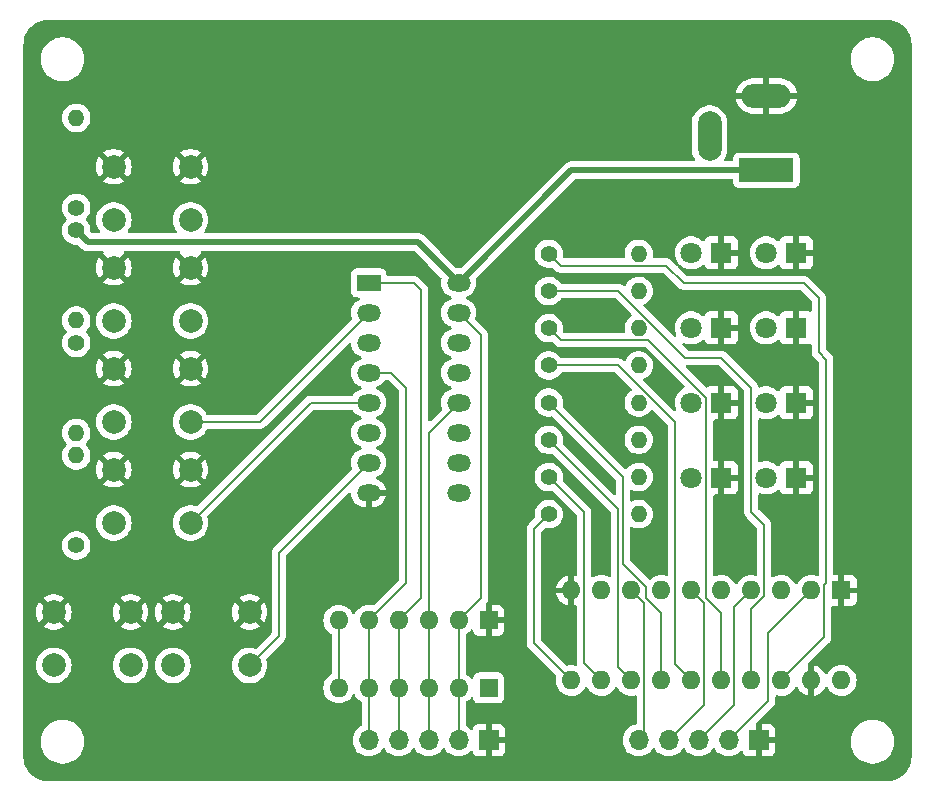
<source format=gbl>
G04 #@! TF.GenerationSoftware,KiCad,Pcbnew,8.0.3*
G04 #@! TF.CreationDate,2024-12-06T19:43:13+13:00*
G04 #@! TF.ProjectId,DS8641N_tester,44533836-3431-44e5-9f74-65737465722e,rev?*
G04 #@! TF.SameCoordinates,Original*
G04 #@! TF.FileFunction,Copper,L2,Bot*
G04 #@! TF.FilePolarity,Positive*
%FSLAX46Y46*%
G04 Gerber Fmt 4.6, Leading zero omitted, Abs format (unit mm)*
G04 Created by KiCad (PCBNEW 8.0.3) date 2024-12-06 19:43:13*
%MOMM*%
%LPD*%
G01*
G04 APERTURE LIST*
G04 #@! TA.AperFunction,ComponentPad*
%ADD10C,2.000000*%
G04 #@! TD*
G04 #@! TA.AperFunction,ComponentPad*
%ADD11R,1.800000X1.800000*%
G04 #@! TD*
G04 #@! TA.AperFunction,ComponentPad*
%ADD12C,1.800000*%
G04 #@! TD*
G04 #@! TA.AperFunction,ComponentPad*
%ADD13C,1.400000*%
G04 #@! TD*
G04 #@! TA.AperFunction,ComponentPad*
%ADD14O,1.400000X1.400000*%
G04 #@! TD*
G04 #@! TA.AperFunction,ComponentPad*
%ADD15R,1.600000X1.600000*%
G04 #@! TD*
G04 #@! TA.AperFunction,ComponentPad*
%ADD16O,1.600000X1.600000*%
G04 #@! TD*
G04 #@! TA.AperFunction,ComponentPad*
%ADD17R,1.700000X1.700000*%
G04 #@! TD*
G04 #@! TA.AperFunction,ComponentPad*
%ADD18O,1.700000X1.700000*%
G04 #@! TD*
G04 #@! TA.AperFunction,ComponentPad*
%ADD19R,2.000000X1.440000*%
G04 #@! TD*
G04 #@! TA.AperFunction,ComponentPad*
%ADD20O,2.000000X1.440000*%
G04 #@! TD*
G04 #@! TA.AperFunction,ComponentPad*
%ADD21R,4.600000X2.000000*%
G04 #@! TD*
G04 #@! TA.AperFunction,ComponentPad*
%ADD22O,4.200000X2.000000*%
G04 #@! TD*
G04 #@! TA.AperFunction,ComponentPad*
%ADD23O,2.000000X4.200000*%
G04 #@! TD*
G04 #@! TA.AperFunction,Conductor*
%ADD24C,0.500000*%
G04 #@! TD*
G04 #@! TA.AperFunction,Conductor*
%ADD25C,0.200000*%
G04 #@! TD*
G04 APERTURE END LIST*
D10*
X130735000Y-109165000D03*
X137235000Y-109165000D03*
X130735000Y-113665000D03*
X137235000Y-113665000D03*
D11*
X177165000Y-91440000D03*
D12*
X174625000Y-91440000D03*
D11*
X183515000Y-78740000D03*
D12*
X180975000Y-78740000D03*
D10*
X120650000Y-109165000D03*
X127150000Y-109165000D03*
X120650000Y-113665000D03*
X127150000Y-113665000D03*
D11*
X183515000Y-91440000D03*
D12*
X180975000Y-91440000D03*
D13*
X162560000Y-100865000D03*
D14*
X170180000Y-100865000D03*
D13*
X122555000Y-86360000D03*
D14*
X122555000Y-93980000D03*
D10*
X125730000Y-97100000D03*
X132230000Y-97100000D03*
X125730000Y-101600000D03*
X132230000Y-101600000D03*
X125730000Y-71450000D03*
X132230000Y-71450000D03*
X125730000Y-75950000D03*
X132230000Y-75950000D03*
D11*
X177165000Y-78740000D03*
D12*
X174625000Y-78740000D03*
D10*
X125730000Y-80000000D03*
X132230000Y-80000000D03*
X125730000Y-84500000D03*
X132230000Y-84500000D03*
D15*
X157480000Y-109855000D03*
D16*
X154940000Y-109855000D03*
X152400000Y-109855000D03*
X149860000Y-109855000D03*
X147320000Y-109855000D03*
X144780000Y-109855000D03*
D13*
X162560000Y-94565000D03*
D14*
X170180000Y-94565000D03*
D13*
X162560000Y-91415000D03*
D14*
X170180000Y-91415000D03*
D17*
X157480000Y-120015000D03*
D18*
X154940000Y-120015000D03*
X152400000Y-120015000D03*
X149860000Y-120015000D03*
X147320000Y-120015000D03*
D11*
X183515000Y-85090000D03*
D12*
X180975000Y-85090000D03*
D13*
X122555000Y-74930000D03*
D14*
X122555000Y-67310000D03*
D10*
X125730000Y-88550000D03*
X132230000Y-88550000D03*
X125730000Y-93050000D03*
X132230000Y-93050000D03*
D11*
X177165000Y-97790000D03*
D12*
X174625000Y-97790000D03*
D13*
X122555000Y-103505000D03*
D14*
X122555000Y-95885000D03*
D13*
X162560000Y-85115000D03*
D14*
X170180000Y-85115000D03*
D13*
X162560000Y-97715000D03*
D14*
X170180000Y-97715000D03*
D17*
X180340000Y-120015000D03*
D18*
X177800000Y-120015000D03*
X175260000Y-120015000D03*
X172720000Y-120015000D03*
X170180000Y-120015000D03*
D15*
X187325000Y-107325000D03*
D16*
X184785000Y-107325000D03*
X182245000Y-107325000D03*
X179705000Y-107325000D03*
X177165000Y-107325000D03*
X174625000Y-107325000D03*
X172085000Y-107325000D03*
X169545000Y-107325000D03*
X167005000Y-107325000D03*
X164465000Y-107325000D03*
X164465000Y-114945000D03*
X167005000Y-114945000D03*
X169545000Y-114945000D03*
X172085000Y-114945000D03*
X174625000Y-114945000D03*
X177165000Y-114945000D03*
X179705000Y-114945000D03*
X182245000Y-114945000D03*
X184785000Y-114945000D03*
X187325000Y-114945000D03*
D13*
X162560000Y-81965000D03*
D14*
X170180000Y-81965000D03*
D19*
X147320000Y-81280000D03*
D20*
X147320000Y-83820000D03*
X147320000Y-86360000D03*
X147320000Y-88900000D03*
X147320000Y-91440000D03*
X147320000Y-93980000D03*
X147320000Y-96520000D03*
X147320000Y-99060000D03*
X154940000Y-99060000D03*
X154940000Y-96520000D03*
X154940000Y-93980000D03*
X154940000Y-91440000D03*
X154940000Y-88900000D03*
X154940000Y-86360000D03*
X154940000Y-83820000D03*
X154940000Y-81280000D03*
D11*
X177165000Y-85090000D03*
D12*
X174625000Y-85090000D03*
D13*
X162560000Y-78815000D03*
D14*
X170180000Y-78815000D03*
D21*
X180990000Y-71755000D03*
D22*
X180990000Y-65455000D03*
D23*
X176190000Y-68855000D03*
D13*
X122555000Y-76835000D03*
D14*
X122555000Y-84455000D03*
D15*
X157480000Y-115570000D03*
D16*
X154940000Y-115570000D03*
X152400000Y-115570000D03*
X149860000Y-115570000D03*
X147320000Y-115570000D03*
X144780000Y-115570000D03*
D13*
X162560000Y-88265000D03*
D14*
X170180000Y-88265000D03*
D11*
X183515000Y-97790000D03*
D12*
X180975000Y-97790000D03*
D24*
X180990000Y-71755000D02*
X164465000Y-71755000D01*
X123545600Y-77825600D02*
X123012200Y-77292200D01*
X150977600Y-77825600D02*
X123545600Y-77825600D01*
X123190000Y-77470000D02*
X122555000Y-76835000D01*
X164465000Y-71755000D02*
X154940000Y-81280000D01*
X154940000Y-81280000D02*
X151485600Y-77825600D01*
X151485600Y-77825600D02*
X150977600Y-77825600D01*
D25*
X150495000Y-106680000D02*
X150495000Y-90170000D01*
X149225000Y-88900000D02*
X147320000Y-88900000D01*
X147320000Y-109855000D02*
X147320000Y-120015000D01*
X150495000Y-90170000D02*
X149225000Y-88900000D01*
X147320000Y-109855000D02*
X150495000Y-106680000D01*
X151130000Y-81280000D02*
X151765000Y-81915000D01*
X147320000Y-81280000D02*
X151130000Y-81280000D01*
X151765000Y-107950000D02*
X149860000Y-109855000D01*
X151765000Y-81915000D02*
X151765000Y-107950000D01*
X149860000Y-109855000D02*
X149860000Y-120015000D01*
X154940000Y-109855000D02*
X156845000Y-107950000D01*
X156845000Y-107950000D02*
X156845000Y-85725000D01*
X156845000Y-85725000D02*
X154940000Y-83820000D01*
X154940000Y-109855000D02*
X154940000Y-120015000D01*
X152400000Y-109855000D02*
X152400000Y-120015000D01*
X152400000Y-109855000D02*
X152400000Y-93980000D01*
X152400000Y-93980000D02*
X154940000Y-91440000D01*
X181145000Y-110965000D02*
X181145000Y-116670000D01*
X184785000Y-107325000D02*
X181145000Y-110965000D01*
X181145000Y-116670000D02*
X177800000Y-120015000D01*
X175725000Y-117010000D02*
X172720000Y-120015000D01*
X174625000Y-107325000D02*
X175725000Y-108425000D01*
X175725000Y-108425000D02*
X175725000Y-117010000D01*
X169545000Y-107325000D02*
X170645000Y-108425000D01*
X170645000Y-108425000D02*
X170645000Y-119550000D01*
X170645000Y-119550000D02*
X170180000Y-120015000D01*
X178265000Y-117010000D02*
X175260000Y-120015000D01*
X178265000Y-108765000D02*
X178265000Y-117010000D01*
X179705000Y-107325000D02*
X178265000Y-108765000D01*
X138090000Y-93050000D02*
X147320000Y-83820000D01*
X132230000Y-93050000D02*
X138090000Y-93050000D01*
X142390000Y-91440000D02*
X147320000Y-91440000D01*
X132230000Y-101600000D02*
X142390000Y-91440000D01*
X173990000Y-81280000D02*
X184150000Y-81280000D01*
X184150000Y-81280000D02*
X185420000Y-82550000D01*
X163560000Y-79815000D02*
X172525000Y-79815000D01*
X185885000Y-106869365D02*
X185885000Y-111305000D01*
X172525000Y-79815000D02*
X173990000Y-81280000D01*
X185885000Y-111305000D02*
X182245000Y-114945000D01*
X186055000Y-106699365D02*
X185885000Y-106869365D01*
X185420000Y-87135000D02*
X186055000Y-87770000D01*
X185420000Y-82550000D02*
X185420000Y-87135000D01*
X162560000Y-78815000D02*
X163560000Y-79815000D01*
X186055000Y-87770000D02*
X186055000Y-106699365D01*
X179705000Y-108880635D02*
X179705000Y-114945000D01*
X168444214Y-81965000D02*
X174109214Y-87630000D01*
X162560000Y-81965000D02*
X168444214Y-81965000D01*
X179705000Y-100689365D02*
X180805000Y-101789365D01*
X177165000Y-87630000D02*
X179705000Y-90170000D01*
X180805000Y-107780635D02*
X179705000Y-108880635D01*
X179705000Y-90170000D02*
X179705000Y-100689365D01*
X180805000Y-101789365D02*
X180805000Y-107780635D01*
X174109214Y-87630000D02*
X177165000Y-87630000D01*
X170997057Y-86115000D02*
X175895000Y-91012943D01*
X175895000Y-107950000D02*
X177165000Y-109220000D01*
X177165000Y-109220000D02*
X177165000Y-114945000D01*
X162560000Y-85115000D02*
X163560000Y-86115000D01*
X163560000Y-86115000D02*
X170997057Y-86115000D01*
X175895000Y-91012943D02*
X175895000Y-107950000D01*
X168444214Y-88265000D02*
X173250330Y-93071116D01*
X173250330Y-93071116D02*
X173250330Y-113570330D01*
X173250330Y-113570330D02*
X174625000Y-114945000D01*
X162560000Y-88265000D02*
X168444214Y-88265000D01*
X170815000Y-107039365D02*
X170815000Y-107950000D01*
X168845000Y-97700000D02*
X168845000Y-105069365D01*
X162560000Y-91415000D02*
X168845000Y-97700000D01*
X170815000Y-107950000D02*
X172085000Y-109220000D01*
X168845000Y-105069365D02*
X170815000Y-107039365D01*
X172085000Y-109220000D02*
X172085000Y-114945000D01*
X162560000Y-94565000D02*
X168445000Y-100450000D01*
X168445000Y-113845000D02*
X169545000Y-114945000D01*
X168445000Y-100450000D02*
X168445000Y-113845000D01*
X162560000Y-97715000D02*
X165565000Y-100720000D01*
X165565000Y-100720000D02*
X165565000Y-113505000D01*
X165565000Y-113505000D02*
X167005000Y-114945000D01*
X161290000Y-111770000D02*
X164465000Y-114945000D01*
X162560000Y-100865000D02*
X161290000Y-102135000D01*
X161290000Y-102135000D02*
X161290000Y-111770000D01*
X144780000Y-109855000D02*
X144780000Y-115570000D01*
X139700000Y-111200000D02*
X139700000Y-104140000D01*
X139700000Y-104140000D02*
X147320000Y-96520000D01*
X137235000Y-113665000D02*
X139700000Y-111200000D01*
G04 #@! TA.AperFunction,Conductor*
G36*
X176931942Y-88250185D02*
G01*
X176952584Y-88266819D01*
X179068181Y-90382416D01*
X179101666Y-90443739D01*
X179104500Y-90470097D01*
X179104500Y-100602695D01*
X179104499Y-100602713D01*
X179104499Y-100768419D01*
X179104498Y-100768419D01*
X179145423Y-100921150D01*
X179174358Y-100971265D01*
X179174359Y-100971269D01*
X179174360Y-100971269D01*
X179224479Y-101058079D01*
X179224481Y-101058082D01*
X179343349Y-101176950D01*
X179343355Y-101176955D01*
X180168181Y-102001781D01*
X180201666Y-102063104D01*
X180204500Y-102089462D01*
X180204500Y-105950863D01*
X180184815Y-106017902D01*
X180132011Y-106063657D01*
X180062853Y-106073601D01*
X180048407Y-106070638D01*
X179931697Y-106039366D01*
X179931693Y-106039365D01*
X179931692Y-106039365D01*
X179931691Y-106039364D01*
X179931686Y-106039364D01*
X179705002Y-106019532D01*
X179704998Y-106019532D01*
X179478313Y-106039364D01*
X179478302Y-106039366D01*
X179258511Y-106098258D01*
X179258502Y-106098261D01*
X179052267Y-106194431D01*
X179052265Y-106194432D01*
X178865858Y-106324954D01*
X178704954Y-106485858D01*
X178574432Y-106672265D01*
X178574431Y-106672267D01*
X178547382Y-106730275D01*
X178501209Y-106782714D01*
X178434016Y-106801866D01*
X178367135Y-106781650D01*
X178322618Y-106730275D01*
X178295568Y-106672267D01*
X178295567Y-106672265D01*
X178245627Y-106600943D01*
X178165047Y-106485861D01*
X178165045Y-106485858D01*
X178004141Y-106324954D01*
X177817734Y-106194432D01*
X177817732Y-106194431D01*
X177611497Y-106098261D01*
X177611488Y-106098258D01*
X177391697Y-106039366D01*
X177391693Y-106039365D01*
X177391692Y-106039365D01*
X177391691Y-106039364D01*
X177391686Y-106039364D01*
X177165002Y-106019532D01*
X177164998Y-106019532D01*
X176938313Y-106039364D01*
X176938302Y-106039366D01*
X176718511Y-106098258D01*
X176718506Y-106098260D01*
X176671904Y-106119991D01*
X176602826Y-106130482D01*
X176539042Y-106101961D01*
X176500803Y-106043484D01*
X176495500Y-106007608D01*
X176495500Y-99314000D01*
X176515185Y-99246961D01*
X176567989Y-99201206D01*
X176619500Y-99190000D01*
X176915000Y-99190000D01*
X176915000Y-98165277D01*
X176991306Y-98209333D01*
X177105756Y-98240000D01*
X177224244Y-98240000D01*
X177338694Y-98209333D01*
X177415000Y-98165277D01*
X177415000Y-99190000D01*
X178112828Y-99190000D01*
X178112844Y-99189999D01*
X178172372Y-99183598D01*
X178172379Y-99183596D01*
X178307086Y-99133354D01*
X178307093Y-99133350D01*
X178422187Y-99047190D01*
X178422190Y-99047187D01*
X178508350Y-98932093D01*
X178508354Y-98932086D01*
X178558596Y-98797379D01*
X178558598Y-98797372D01*
X178564999Y-98737844D01*
X178565000Y-98737827D01*
X178565000Y-98040000D01*
X177540278Y-98040000D01*
X177584333Y-97963694D01*
X177615000Y-97849244D01*
X177615000Y-97730756D01*
X177584333Y-97616306D01*
X177540278Y-97540000D01*
X178565000Y-97540000D01*
X178565000Y-96842172D01*
X178564999Y-96842155D01*
X178558598Y-96782627D01*
X178558596Y-96782620D01*
X178508354Y-96647913D01*
X178508350Y-96647906D01*
X178422190Y-96532812D01*
X178422187Y-96532809D01*
X178307093Y-96446649D01*
X178307086Y-96446645D01*
X178172379Y-96396403D01*
X178172372Y-96396401D01*
X178112844Y-96390000D01*
X177415000Y-96390000D01*
X177415000Y-97414722D01*
X177338694Y-97370667D01*
X177224244Y-97340000D01*
X177105756Y-97340000D01*
X176991306Y-97370667D01*
X176915000Y-97414722D01*
X176915000Y-96390000D01*
X176619500Y-96390000D01*
X176552461Y-96370315D01*
X176506706Y-96317511D01*
X176495500Y-96266000D01*
X176495500Y-92964000D01*
X176515185Y-92896961D01*
X176567989Y-92851206D01*
X176619500Y-92840000D01*
X176915000Y-92840000D01*
X176915000Y-91815277D01*
X176991306Y-91859333D01*
X177105756Y-91890000D01*
X177224244Y-91890000D01*
X177338694Y-91859333D01*
X177415000Y-91815277D01*
X177415000Y-92840000D01*
X178112828Y-92840000D01*
X178112844Y-92839999D01*
X178172372Y-92833598D01*
X178172379Y-92833596D01*
X178307086Y-92783354D01*
X178307093Y-92783350D01*
X178422187Y-92697190D01*
X178422190Y-92697187D01*
X178508350Y-92582093D01*
X178508354Y-92582086D01*
X178558596Y-92447379D01*
X178558598Y-92447372D01*
X178564999Y-92387844D01*
X178565000Y-92387827D01*
X178565000Y-91690000D01*
X177540278Y-91690000D01*
X177584333Y-91613694D01*
X177615000Y-91499244D01*
X177615000Y-91380756D01*
X177584333Y-91266306D01*
X177540278Y-91190000D01*
X178565000Y-91190000D01*
X178565000Y-90492172D01*
X178564999Y-90492155D01*
X178558598Y-90432627D01*
X178558596Y-90432620D01*
X178508354Y-90297913D01*
X178508350Y-90297906D01*
X178422190Y-90182812D01*
X178422187Y-90182809D01*
X178307093Y-90096649D01*
X178307086Y-90096645D01*
X178172379Y-90046403D01*
X178172372Y-90046401D01*
X178112844Y-90040000D01*
X177415000Y-90040000D01*
X177415000Y-91064722D01*
X177338694Y-91020667D01*
X177224244Y-90990000D01*
X177105756Y-90990000D01*
X176991306Y-91020667D01*
X176915000Y-91064722D01*
X176915000Y-90040000D01*
X176217155Y-90040000D01*
X176157627Y-90046401D01*
X176157620Y-90046403D01*
X176022913Y-90096645D01*
X176022911Y-90096646D01*
X175997423Y-90115727D01*
X175931958Y-90140143D01*
X175863685Y-90125291D01*
X175835432Y-90104140D01*
X174173473Y-88442181D01*
X174139988Y-88380858D01*
X174144972Y-88311166D01*
X174186844Y-88255233D01*
X174252308Y-88230816D01*
X174261154Y-88230500D01*
X176864903Y-88230500D01*
X176931942Y-88250185D01*
G37*
G04 #@! TD.AperFunction*
G04 #@! TA.AperFunction,Conductor*
G36*
X191247996Y-59029715D02*
G01*
X191502040Y-59046370D01*
X191518094Y-59048484D01*
X191763823Y-59097367D01*
X191779471Y-59101560D01*
X192016718Y-59182100D01*
X192031684Y-59188300D01*
X192210588Y-59276529D01*
X192256368Y-59299107D01*
X192270415Y-59307217D01*
X192478710Y-59446402D01*
X192491578Y-59456276D01*
X192679928Y-59621461D01*
X192691397Y-59632931D01*
X192856568Y-59821279D01*
X192866442Y-59834147D01*
X193005623Y-60042455D01*
X193013732Y-60056502D01*
X193124527Y-60281183D01*
X193130734Y-60296169D01*
X193211255Y-60533390D01*
X193215453Y-60549057D01*
X193264322Y-60794764D01*
X193266439Y-60810846D01*
X193283183Y-61066390D01*
X193283448Y-61074497D01*
X193283448Y-61144818D01*
X193283449Y-61144831D01*
X193283449Y-121389884D01*
X193283183Y-121397997D01*
X193266527Y-121652035D01*
X193264410Y-121668115D01*
X193215531Y-121913826D01*
X193211333Y-121929492D01*
X193130802Y-122166722D01*
X193124595Y-122181707D01*
X193013788Y-122406398D01*
X193005678Y-122420445D01*
X192866494Y-122628746D01*
X192856620Y-122641614D01*
X192691437Y-122829968D01*
X192679968Y-122841437D01*
X192491614Y-123006620D01*
X192478746Y-123016494D01*
X192270445Y-123155678D01*
X192256398Y-123163788D01*
X192031707Y-123274595D01*
X192016722Y-123280802D01*
X191779492Y-123361333D01*
X191763826Y-123365531D01*
X191518115Y-123414410D01*
X191502035Y-123416527D01*
X191261977Y-123432266D01*
X191247995Y-123433183D01*
X191239884Y-123433449D01*
X120197441Y-123433449D01*
X120197425Y-123433448D01*
X120128000Y-123433448D01*
X120119893Y-123433183D01*
X119865833Y-123416537D01*
X119849750Y-123414420D01*
X119604031Y-123365547D01*
X119588365Y-123361349D01*
X119351131Y-123280825D01*
X119336145Y-123274618D01*
X119111453Y-123163817D01*
X119097406Y-123155708D01*
X118889087Y-123016520D01*
X118876219Y-123006646D01*
X118687862Y-122841467D01*
X118676393Y-122829998D01*
X118511199Y-122641638D01*
X118501324Y-122628770D01*
X118485208Y-122604652D01*
X118362126Y-122420455D01*
X118354026Y-122406426D01*
X118243209Y-122181722D01*
X118237005Y-122166745D01*
X118236997Y-122166722D01*
X118171726Y-121974449D01*
X118156468Y-121929503D01*
X118152270Y-121913836D01*
X118103390Y-121668121D01*
X118101273Y-121652040D01*
X118084715Y-121399490D01*
X118084449Y-121391378D01*
X118084449Y-120002660D01*
X119543449Y-120002660D01*
X119543449Y-120245237D01*
X119575110Y-120485734D01*
X119637896Y-120720053D01*
X119730722Y-120944154D01*
X119730725Y-120944161D01*
X119852013Y-121154238D01*
X119852015Y-121154241D01*
X119852016Y-121154242D01*
X119999682Y-121346685D01*
X119999688Y-121346692D01*
X120171205Y-121518209D01*
X120171211Y-121518214D01*
X120363660Y-121665885D01*
X120573737Y-121787173D01*
X120797849Y-121880003D01*
X121032160Y-121942787D01*
X121212535Y-121966533D01*
X121272660Y-121974449D01*
X121272661Y-121974449D01*
X121515238Y-121974449D01*
X121563337Y-121968116D01*
X121755738Y-121942787D01*
X121990049Y-121880003D01*
X122214161Y-121787173D01*
X122424238Y-121665885D01*
X122616687Y-121518214D01*
X122788214Y-121346687D01*
X122935885Y-121154238D01*
X123057173Y-120944161D01*
X123150003Y-120720049D01*
X123212787Y-120485738D01*
X123244449Y-120245237D01*
X123244449Y-120002661D01*
X123212787Y-119762160D01*
X123150003Y-119527849D01*
X123057173Y-119303737D01*
X122935885Y-119093660D01*
X122845986Y-118976501D01*
X122788215Y-118901212D01*
X122788209Y-118901205D01*
X122616692Y-118729688D01*
X122616685Y-118729682D01*
X122424242Y-118582016D01*
X122424241Y-118582015D01*
X122424238Y-118582013D01*
X122252610Y-118482923D01*
X122214163Y-118460726D01*
X122214154Y-118460722D01*
X121990053Y-118367896D01*
X121755734Y-118305110D01*
X121515238Y-118273449D01*
X121515237Y-118273449D01*
X121272661Y-118273449D01*
X121272660Y-118273449D01*
X121032163Y-118305110D01*
X120797844Y-118367896D01*
X120573743Y-118460722D01*
X120573734Y-118460726D01*
X120363655Y-118582016D01*
X120171212Y-118729682D01*
X120171205Y-118729688D01*
X119999688Y-118901205D01*
X119999682Y-118901212D01*
X119852016Y-119093655D01*
X119852013Y-119093659D01*
X119852013Y-119093660D01*
X119835766Y-119121800D01*
X119730726Y-119303734D01*
X119730722Y-119303743D01*
X119637896Y-119527844D01*
X119575110Y-119762163D01*
X119543449Y-120002660D01*
X118084449Y-120002660D01*
X118084449Y-113664994D01*
X119144357Y-113664994D01*
X119144357Y-113665005D01*
X119164890Y-113912812D01*
X119164892Y-113912824D01*
X119225936Y-114153881D01*
X119325826Y-114381606D01*
X119461833Y-114589782D01*
X119461836Y-114589785D01*
X119630256Y-114772738D01*
X119826491Y-114925474D01*
X120045190Y-115043828D01*
X120280386Y-115124571D01*
X120525665Y-115165500D01*
X120774335Y-115165500D01*
X121019614Y-115124571D01*
X121254810Y-115043828D01*
X121473509Y-114925474D01*
X121669744Y-114772738D01*
X121838164Y-114589785D01*
X121974173Y-114381607D01*
X122074063Y-114153881D01*
X122135108Y-113912821D01*
X122143101Y-113816365D01*
X122155643Y-113665005D01*
X122155643Y-113664994D01*
X125644357Y-113664994D01*
X125644357Y-113665005D01*
X125664890Y-113912812D01*
X125664892Y-113912824D01*
X125725936Y-114153881D01*
X125825826Y-114381606D01*
X125961833Y-114589782D01*
X125961836Y-114589785D01*
X126130256Y-114772738D01*
X126326491Y-114925474D01*
X126545190Y-115043828D01*
X126780386Y-115124571D01*
X127025665Y-115165500D01*
X127274335Y-115165500D01*
X127519614Y-115124571D01*
X127754810Y-115043828D01*
X127973509Y-114925474D01*
X128169744Y-114772738D01*
X128338164Y-114589785D01*
X128474173Y-114381607D01*
X128574063Y-114153881D01*
X128635108Y-113912821D01*
X128643101Y-113816365D01*
X128655643Y-113665005D01*
X128655643Y-113664994D01*
X129229357Y-113664994D01*
X129229357Y-113665005D01*
X129249890Y-113912812D01*
X129249892Y-113912824D01*
X129310936Y-114153881D01*
X129410826Y-114381606D01*
X129546833Y-114589782D01*
X129546836Y-114589785D01*
X129715256Y-114772738D01*
X129911491Y-114925474D01*
X130130190Y-115043828D01*
X130365386Y-115124571D01*
X130610665Y-115165500D01*
X130859335Y-115165500D01*
X131104614Y-115124571D01*
X131339810Y-115043828D01*
X131558509Y-114925474D01*
X131754744Y-114772738D01*
X131923164Y-114589785D01*
X132059173Y-114381607D01*
X132159063Y-114153881D01*
X132220108Y-113912821D01*
X132228101Y-113816365D01*
X132240643Y-113665005D01*
X132240643Y-113664994D01*
X132220109Y-113417187D01*
X132220107Y-113417175D01*
X132159063Y-113176118D01*
X132059173Y-112948393D01*
X131923166Y-112740217D01*
X131901557Y-112716744D01*
X131754744Y-112557262D01*
X131558509Y-112404526D01*
X131558507Y-112404525D01*
X131558506Y-112404524D01*
X131339811Y-112286172D01*
X131339802Y-112286169D01*
X131104616Y-112205429D01*
X130859335Y-112164500D01*
X130610665Y-112164500D01*
X130365383Y-112205429D01*
X130130197Y-112286169D01*
X130130188Y-112286172D01*
X129911493Y-112404524D01*
X129715257Y-112557261D01*
X129546833Y-112740217D01*
X129410826Y-112948393D01*
X129310936Y-113176118D01*
X129249892Y-113417175D01*
X129249890Y-113417187D01*
X129229357Y-113664994D01*
X128655643Y-113664994D01*
X128635109Y-113417187D01*
X128635107Y-113417175D01*
X128574063Y-113176118D01*
X128474173Y-112948393D01*
X128338166Y-112740217D01*
X128316557Y-112716744D01*
X128169744Y-112557262D01*
X127973509Y-112404526D01*
X127973507Y-112404525D01*
X127973506Y-112404524D01*
X127754811Y-112286172D01*
X127754802Y-112286169D01*
X127519616Y-112205429D01*
X127274335Y-112164500D01*
X127025665Y-112164500D01*
X126780383Y-112205429D01*
X126545197Y-112286169D01*
X126545188Y-112286172D01*
X126326493Y-112404524D01*
X126130257Y-112557261D01*
X125961833Y-112740217D01*
X125825826Y-112948393D01*
X125725936Y-113176118D01*
X125664892Y-113417175D01*
X125664890Y-113417187D01*
X125644357Y-113664994D01*
X122155643Y-113664994D01*
X122135109Y-113417187D01*
X122135107Y-113417175D01*
X122074063Y-113176118D01*
X121974173Y-112948393D01*
X121838166Y-112740217D01*
X121816557Y-112716744D01*
X121669744Y-112557262D01*
X121473509Y-112404526D01*
X121473507Y-112404525D01*
X121473506Y-112404524D01*
X121254811Y-112286172D01*
X121254802Y-112286169D01*
X121019616Y-112205429D01*
X120774335Y-112164500D01*
X120525665Y-112164500D01*
X120280383Y-112205429D01*
X120045197Y-112286169D01*
X120045188Y-112286172D01*
X119826493Y-112404524D01*
X119630257Y-112557261D01*
X119461833Y-112740217D01*
X119325826Y-112948393D01*
X119225936Y-113176118D01*
X119164892Y-113417175D01*
X119164890Y-113417187D01*
X119144357Y-113664994D01*
X118084449Y-113664994D01*
X118084449Y-109164994D01*
X119144859Y-109164994D01*
X119144859Y-109165005D01*
X119165385Y-109412729D01*
X119165387Y-109412738D01*
X119226412Y-109653717D01*
X119326266Y-109881364D01*
X119426564Y-110034882D01*
X120126212Y-109335234D01*
X120137482Y-109377292D01*
X120209890Y-109502708D01*
X120312292Y-109605110D01*
X120437708Y-109677518D01*
X120479765Y-109688787D01*
X119779942Y-110388609D01*
X119826768Y-110425055D01*
X119826770Y-110425056D01*
X120045385Y-110543364D01*
X120045396Y-110543369D01*
X120280506Y-110624083D01*
X120525707Y-110665000D01*
X120774293Y-110665000D01*
X121019493Y-110624083D01*
X121254603Y-110543369D01*
X121254614Y-110543364D01*
X121473228Y-110425057D01*
X121473231Y-110425055D01*
X121520056Y-110388609D01*
X120820234Y-109688787D01*
X120862292Y-109677518D01*
X120987708Y-109605110D01*
X121090110Y-109502708D01*
X121162518Y-109377292D01*
X121173787Y-109335235D01*
X121873434Y-110034882D01*
X121973731Y-109881369D01*
X122073587Y-109653717D01*
X122134612Y-109412738D01*
X122134614Y-109412729D01*
X122155141Y-109165005D01*
X122155141Y-109164994D01*
X125644859Y-109164994D01*
X125644859Y-109165005D01*
X125665385Y-109412729D01*
X125665387Y-109412738D01*
X125726412Y-109653717D01*
X125826266Y-109881364D01*
X125926564Y-110034882D01*
X126626212Y-109335234D01*
X126637482Y-109377292D01*
X126709890Y-109502708D01*
X126812292Y-109605110D01*
X126937708Y-109677518D01*
X126979765Y-109688787D01*
X126279942Y-110388609D01*
X126326768Y-110425055D01*
X126326770Y-110425056D01*
X126545385Y-110543364D01*
X126545396Y-110543369D01*
X126780506Y-110624083D01*
X127025707Y-110665000D01*
X127274293Y-110665000D01*
X127519493Y-110624083D01*
X127754603Y-110543369D01*
X127754614Y-110543364D01*
X127973228Y-110425057D01*
X127973231Y-110425055D01*
X128020056Y-110388609D01*
X127320234Y-109688787D01*
X127362292Y-109677518D01*
X127487708Y-109605110D01*
X127590110Y-109502708D01*
X127662518Y-109377292D01*
X127673787Y-109335235D01*
X128373434Y-110034882D01*
X128473731Y-109881369D01*
X128573587Y-109653717D01*
X128634612Y-109412738D01*
X128634614Y-109412729D01*
X128655141Y-109165005D01*
X128655141Y-109164994D01*
X129229859Y-109164994D01*
X129229859Y-109165005D01*
X129250385Y-109412729D01*
X129250387Y-109412738D01*
X129311412Y-109653717D01*
X129411266Y-109881364D01*
X129511564Y-110034882D01*
X130211212Y-109335234D01*
X130222482Y-109377292D01*
X130294890Y-109502708D01*
X130397292Y-109605110D01*
X130522708Y-109677518D01*
X130564765Y-109688787D01*
X129864942Y-110388609D01*
X129911768Y-110425055D01*
X129911770Y-110425056D01*
X130130385Y-110543364D01*
X130130396Y-110543369D01*
X130365506Y-110624083D01*
X130610707Y-110665000D01*
X130859293Y-110665000D01*
X131104493Y-110624083D01*
X131339603Y-110543369D01*
X131339614Y-110543364D01*
X131558228Y-110425057D01*
X131558231Y-110425055D01*
X131605056Y-110388609D01*
X130905234Y-109688787D01*
X130947292Y-109677518D01*
X131072708Y-109605110D01*
X131175110Y-109502708D01*
X131247518Y-109377292D01*
X131258787Y-109335235D01*
X131958434Y-110034882D01*
X132058731Y-109881369D01*
X132158587Y-109653717D01*
X132219612Y-109412738D01*
X132219614Y-109412729D01*
X132240141Y-109165005D01*
X132240141Y-109164994D01*
X135729859Y-109164994D01*
X135729859Y-109165005D01*
X135750385Y-109412729D01*
X135750387Y-109412738D01*
X135811412Y-109653717D01*
X135911266Y-109881364D01*
X136011564Y-110034882D01*
X136711212Y-109335234D01*
X136722482Y-109377292D01*
X136794890Y-109502708D01*
X136897292Y-109605110D01*
X137022708Y-109677518D01*
X137064765Y-109688787D01*
X136364942Y-110388609D01*
X136411768Y-110425055D01*
X136411770Y-110425056D01*
X136630385Y-110543364D01*
X136630396Y-110543369D01*
X136865506Y-110624083D01*
X137110707Y-110665000D01*
X137359293Y-110665000D01*
X137604493Y-110624083D01*
X137839603Y-110543369D01*
X137839614Y-110543364D01*
X138058228Y-110425057D01*
X138058231Y-110425055D01*
X138105056Y-110388609D01*
X137405234Y-109688787D01*
X137447292Y-109677518D01*
X137572708Y-109605110D01*
X137675110Y-109502708D01*
X137747518Y-109377292D01*
X137758787Y-109335235D01*
X138458434Y-110034882D01*
X138558731Y-109881369D01*
X138658587Y-109653717D01*
X138719612Y-109412738D01*
X138719614Y-109412729D01*
X138740141Y-109165005D01*
X138740141Y-109164994D01*
X138719614Y-108917270D01*
X138719612Y-108917261D01*
X138658587Y-108676282D01*
X138558731Y-108448630D01*
X138458434Y-108295116D01*
X137758787Y-108994764D01*
X137747518Y-108952708D01*
X137675110Y-108827292D01*
X137572708Y-108724890D01*
X137447292Y-108652482D01*
X137405235Y-108641212D01*
X138105057Y-107941390D01*
X138105056Y-107941389D01*
X138058229Y-107904943D01*
X137839614Y-107786635D01*
X137839603Y-107786630D01*
X137604493Y-107705916D01*
X137359293Y-107665000D01*
X137110707Y-107665000D01*
X136865506Y-107705916D01*
X136630396Y-107786630D01*
X136630390Y-107786632D01*
X136411761Y-107904949D01*
X136364942Y-107941388D01*
X136364942Y-107941390D01*
X137064765Y-108641212D01*
X137022708Y-108652482D01*
X136897292Y-108724890D01*
X136794890Y-108827292D01*
X136722482Y-108952708D01*
X136711212Y-108994764D01*
X136011564Y-108295116D01*
X135911267Y-108448632D01*
X135811412Y-108676282D01*
X135750387Y-108917261D01*
X135750385Y-108917270D01*
X135729859Y-109164994D01*
X132240141Y-109164994D01*
X132219614Y-108917270D01*
X132219612Y-108917261D01*
X132158587Y-108676282D01*
X132058731Y-108448630D01*
X131958434Y-108295116D01*
X131258787Y-108994764D01*
X131247518Y-108952708D01*
X131175110Y-108827292D01*
X131072708Y-108724890D01*
X130947292Y-108652482D01*
X130905235Y-108641212D01*
X131605057Y-107941390D01*
X131605056Y-107941389D01*
X131558229Y-107904943D01*
X131339614Y-107786635D01*
X131339603Y-107786630D01*
X131104493Y-107705916D01*
X130859293Y-107665000D01*
X130610707Y-107665000D01*
X130365506Y-107705916D01*
X130130396Y-107786630D01*
X130130390Y-107786632D01*
X129911761Y-107904949D01*
X129864942Y-107941388D01*
X129864942Y-107941390D01*
X130564765Y-108641212D01*
X130522708Y-108652482D01*
X130397292Y-108724890D01*
X130294890Y-108827292D01*
X130222482Y-108952708D01*
X130211212Y-108994764D01*
X129511564Y-108295116D01*
X129411267Y-108448632D01*
X129311412Y-108676282D01*
X129250387Y-108917261D01*
X129250385Y-108917270D01*
X129229859Y-109164994D01*
X128655141Y-109164994D01*
X128634614Y-108917270D01*
X128634612Y-108917261D01*
X128573587Y-108676282D01*
X128473731Y-108448630D01*
X128373434Y-108295116D01*
X127673787Y-108994764D01*
X127662518Y-108952708D01*
X127590110Y-108827292D01*
X127487708Y-108724890D01*
X127362292Y-108652482D01*
X127320235Y-108641212D01*
X128020057Y-107941390D01*
X128020056Y-107941389D01*
X127973229Y-107904943D01*
X127754614Y-107786635D01*
X127754603Y-107786630D01*
X127519493Y-107705916D01*
X127274293Y-107665000D01*
X127025707Y-107665000D01*
X126780506Y-107705916D01*
X126545396Y-107786630D01*
X126545390Y-107786632D01*
X126326761Y-107904949D01*
X126279942Y-107941388D01*
X126279942Y-107941390D01*
X126979765Y-108641212D01*
X126937708Y-108652482D01*
X126812292Y-108724890D01*
X126709890Y-108827292D01*
X126637482Y-108952708D01*
X126626212Y-108994764D01*
X125926564Y-108295116D01*
X125826267Y-108448632D01*
X125726412Y-108676282D01*
X125665387Y-108917261D01*
X125665385Y-108917270D01*
X125644859Y-109164994D01*
X122155141Y-109164994D01*
X122134614Y-108917270D01*
X122134612Y-108917261D01*
X122073587Y-108676282D01*
X121973731Y-108448630D01*
X121873434Y-108295116D01*
X121173787Y-108994764D01*
X121162518Y-108952708D01*
X121090110Y-108827292D01*
X120987708Y-108724890D01*
X120862292Y-108652482D01*
X120820235Y-108641212D01*
X121520057Y-107941390D01*
X121520056Y-107941389D01*
X121473229Y-107904943D01*
X121254614Y-107786635D01*
X121254603Y-107786630D01*
X121019493Y-107705916D01*
X120774293Y-107665000D01*
X120525707Y-107665000D01*
X120280506Y-107705916D01*
X120045396Y-107786630D01*
X120045390Y-107786632D01*
X119826761Y-107904949D01*
X119779942Y-107941388D01*
X119779942Y-107941390D01*
X120479765Y-108641212D01*
X120437708Y-108652482D01*
X120312292Y-108724890D01*
X120209890Y-108827292D01*
X120137482Y-108952708D01*
X120126212Y-108994764D01*
X119426564Y-108295116D01*
X119326267Y-108448632D01*
X119226412Y-108676282D01*
X119165387Y-108917261D01*
X119165385Y-108917270D01*
X119144859Y-109164994D01*
X118084449Y-109164994D01*
X118084449Y-103504999D01*
X121349357Y-103504999D01*
X121349357Y-103505000D01*
X121369884Y-103726535D01*
X121369885Y-103726537D01*
X121430769Y-103940523D01*
X121430775Y-103940538D01*
X121529938Y-104139683D01*
X121529943Y-104139691D01*
X121664020Y-104317238D01*
X121828437Y-104467123D01*
X121828439Y-104467125D01*
X122017595Y-104584245D01*
X122017596Y-104584245D01*
X122017599Y-104584247D01*
X122225060Y-104664618D01*
X122443757Y-104705500D01*
X122443759Y-104705500D01*
X122666241Y-104705500D01*
X122666243Y-104705500D01*
X122884940Y-104664618D01*
X123092401Y-104584247D01*
X123281562Y-104467124D01*
X123445981Y-104317236D01*
X123580058Y-104139689D01*
X123679229Y-103940528D01*
X123740115Y-103726536D01*
X123760643Y-103505000D01*
X123740115Y-103283464D01*
X123679229Y-103069472D01*
X123674299Y-103059571D01*
X123580061Y-102870316D01*
X123580056Y-102870308D01*
X123445979Y-102692761D01*
X123281562Y-102542876D01*
X123281560Y-102542874D01*
X123092404Y-102425754D01*
X123092398Y-102425752D01*
X122884940Y-102345382D01*
X122666243Y-102304500D01*
X122443757Y-102304500D01*
X122225060Y-102345382D01*
X122126060Y-102383735D01*
X122017601Y-102425752D01*
X122017595Y-102425754D01*
X121828439Y-102542874D01*
X121828437Y-102542876D01*
X121664020Y-102692761D01*
X121529943Y-102870308D01*
X121529938Y-102870316D01*
X121430775Y-103069461D01*
X121430769Y-103069476D01*
X121369885Y-103283462D01*
X121369884Y-103283464D01*
X121349357Y-103504999D01*
X118084449Y-103504999D01*
X118084449Y-101599994D01*
X124224357Y-101599994D01*
X124224357Y-101600005D01*
X124244890Y-101847812D01*
X124244891Y-101847819D01*
X124244892Y-101847821D01*
X124252642Y-101878424D01*
X124305936Y-102088881D01*
X124405826Y-102316606D01*
X124541833Y-102524782D01*
X124541836Y-102524785D01*
X124710256Y-102707738D01*
X124906491Y-102860474D01*
X125125190Y-102978828D01*
X125360386Y-103059571D01*
X125605665Y-103100500D01*
X125854335Y-103100500D01*
X126099614Y-103059571D01*
X126334810Y-102978828D01*
X126553509Y-102860474D01*
X126749744Y-102707738D01*
X126918164Y-102524785D01*
X127054173Y-102316607D01*
X127154063Y-102088881D01*
X127215108Y-101847821D01*
X127217423Y-101819887D01*
X127235643Y-101600005D01*
X127235643Y-101599994D01*
X127215109Y-101352187D01*
X127215107Y-101352175D01*
X127154063Y-101111118D01*
X127054173Y-100883393D01*
X126918166Y-100675217D01*
X126851421Y-100602713D01*
X126749744Y-100492262D01*
X126553509Y-100339526D01*
X126553507Y-100339525D01*
X126553506Y-100339524D01*
X126334811Y-100221172D01*
X126334802Y-100221169D01*
X126099616Y-100140429D01*
X125854335Y-100099500D01*
X125605665Y-100099500D01*
X125360383Y-100140429D01*
X125125197Y-100221169D01*
X125125188Y-100221172D01*
X124906493Y-100339524D01*
X124710257Y-100492261D01*
X124541833Y-100675217D01*
X124405826Y-100883393D01*
X124305936Y-101111118D01*
X124244892Y-101352175D01*
X124244890Y-101352187D01*
X124224357Y-101599994D01*
X118084449Y-101599994D01*
X118084449Y-97099994D01*
X124224859Y-97099994D01*
X124224859Y-97100005D01*
X124245385Y-97347729D01*
X124245387Y-97347738D01*
X124306412Y-97588717D01*
X124406266Y-97816364D01*
X124506564Y-97969882D01*
X125206212Y-97270234D01*
X125217482Y-97312292D01*
X125289890Y-97437708D01*
X125392292Y-97540110D01*
X125517708Y-97612518D01*
X125559765Y-97623787D01*
X124859942Y-98323609D01*
X124906768Y-98360055D01*
X124906770Y-98360056D01*
X125125385Y-98478364D01*
X125125396Y-98478369D01*
X125360506Y-98559083D01*
X125605707Y-98600000D01*
X125854293Y-98600000D01*
X126099493Y-98559083D01*
X126334603Y-98478369D01*
X126334614Y-98478364D01*
X126553228Y-98360057D01*
X126553231Y-98360055D01*
X126600056Y-98323609D01*
X125900234Y-97623787D01*
X125942292Y-97612518D01*
X126067708Y-97540110D01*
X126170110Y-97437708D01*
X126242518Y-97312292D01*
X126253787Y-97270235D01*
X126953434Y-97969882D01*
X127053731Y-97816369D01*
X127153587Y-97588717D01*
X127214612Y-97347738D01*
X127214614Y-97347729D01*
X127235141Y-97100005D01*
X127235141Y-97099994D01*
X130724859Y-97099994D01*
X130724859Y-97100005D01*
X130745385Y-97347729D01*
X130745387Y-97347738D01*
X130806412Y-97588717D01*
X130906266Y-97816364D01*
X131006564Y-97969882D01*
X131706212Y-97270234D01*
X131717482Y-97312292D01*
X131789890Y-97437708D01*
X131892292Y-97540110D01*
X132017708Y-97612518D01*
X132059765Y-97623787D01*
X131359942Y-98323609D01*
X131406768Y-98360055D01*
X131406770Y-98360056D01*
X131625385Y-98478364D01*
X131625396Y-98478369D01*
X131860506Y-98559083D01*
X132105707Y-98600000D01*
X132354293Y-98600000D01*
X132599493Y-98559083D01*
X132834603Y-98478369D01*
X132834614Y-98478364D01*
X133053228Y-98360057D01*
X133053231Y-98360055D01*
X133100056Y-98323609D01*
X132400234Y-97623787D01*
X132442292Y-97612518D01*
X132567708Y-97540110D01*
X132670110Y-97437708D01*
X132742518Y-97312292D01*
X132753787Y-97270235D01*
X133453434Y-97969882D01*
X133553731Y-97816369D01*
X133653587Y-97588717D01*
X133714612Y-97347738D01*
X133714614Y-97347729D01*
X133735141Y-97100005D01*
X133735141Y-97099994D01*
X133714614Y-96852270D01*
X133714612Y-96852261D01*
X133653587Y-96611282D01*
X133553731Y-96383630D01*
X133453434Y-96230116D01*
X132753787Y-96929764D01*
X132742518Y-96887708D01*
X132670110Y-96762292D01*
X132567708Y-96659890D01*
X132442292Y-96587482D01*
X132400235Y-96576212D01*
X133100057Y-95876390D01*
X133100056Y-95876389D01*
X133053229Y-95839943D01*
X132834614Y-95721635D01*
X132834603Y-95721630D01*
X132599493Y-95640916D01*
X132354293Y-95600000D01*
X132105707Y-95600000D01*
X131860506Y-95640916D01*
X131625396Y-95721630D01*
X131625390Y-95721632D01*
X131406761Y-95839949D01*
X131359942Y-95876388D01*
X131359942Y-95876390D01*
X132059765Y-96576212D01*
X132017708Y-96587482D01*
X131892292Y-96659890D01*
X131789890Y-96762292D01*
X131717482Y-96887708D01*
X131706212Y-96929764D01*
X131006564Y-96230116D01*
X130906267Y-96383632D01*
X130806412Y-96611282D01*
X130745387Y-96852261D01*
X130745385Y-96852270D01*
X130724859Y-97099994D01*
X127235141Y-97099994D01*
X127214614Y-96852270D01*
X127214612Y-96852261D01*
X127153587Y-96611282D01*
X127053731Y-96383630D01*
X126953434Y-96230116D01*
X126253787Y-96929764D01*
X126242518Y-96887708D01*
X126170110Y-96762292D01*
X126067708Y-96659890D01*
X125942292Y-96587482D01*
X125900235Y-96576212D01*
X126600057Y-95876390D01*
X126600056Y-95876389D01*
X126553229Y-95839943D01*
X126334614Y-95721635D01*
X126334603Y-95721630D01*
X126099493Y-95640916D01*
X125854293Y-95600000D01*
X125605707Y-95600000D01*
X125360506Y-95640916D01*
X125125396Y-95721630D01*
X125125390Y-95721632D01*
X124906761Y-95839949D01*
X124859942Y-95876388D01*
X124859942Y-95876390D01*
X125559765Y-96576212D01*
X125517708Y-96587482D01*
X125392292Y-96659890D01*
X125289890Y-96762292D01*
X125217482Y-96887708D01*
X125206212Y-96929764D01*
X124506564Y-96230116D01*
X124406267Y-96383632D01*
X124306412Y-96611282D01*
X124245387Y-96852261D01*
X124245385Y-96852270D01*
X124224859Y-97099994D01*
X118084449Y-97099994D01*
X118084449Y-93979999D01*
X121349357Y-93979999D01*
X121349357Y-93980000D01*
X121369884Y-94201535D01*
X121369885Y-94201537D01*
X121430769Y-94415523D01*
X121430775Y-94415538D01*
X121529938Y-94614683D01*
X121529943Y-94614691D01*
X121553839Y-94646334D01*
X121659715Y-94786537D01*
X121664020Y-94792237D01*
X121717360Y-94840863D01*
X121753641Y-94900575D01*
X121751880Y-94970422D01*
X121717360Y-95024137D01*
X121664020Y-95072762D01*
X121529943Y-95250308D01*
X121529938Y-95250316D01*
X121430775Y-95449461D01*
X121430769Y-95449476D01*
X121369885Y-95663462D01*
X121369884Y-95663464D01*
X121349357Y-95884999D01*
X121349357Y-95885000D01*
X121369884Y-96106535D01*
X121369885Y-96106537D01*
X121430769Y-96320523D01*
X121430775Y-96320538D01*
X121529938Y-96519683D01*
X121529943Y-96519691D01*
X121664020Y-96697238D01*
X121828437Y-96847123D01*
X121828439Y-96847125D01*
X122017595Y-96964245D01*
X122017596Y-96964245D01*
X122017599Y-96964247D01*
X122225060Y-97044618D01*
X122443757Y-97085500D01*
X122443759Y-97085500D01*
X122666241Y-97085500D01*
X122666243Y-97085500D01*
X122884940Y-97044618D01*
X123092401Y-96964247D01*
X123281562Y-96847124D01*
X123445981Y-96697236D01*
X123580058Y-96519689D01*
X123679229Y-96320528D01*
X123740115Y-96106536D01*
X123760643Y-95885000D01*
X123757739Y-95853665D01*
X123740115Y-95663464D01*
X123740114Y-95663462D01*
X123734646Y-95644245D01*
X123679229Y-95449472D01*
X123649076Y-95388916D01*
X123580061Y-95250316D01*
X123580056Y-95250308D01*
X123445979Y-95072761D01*
X123392640Y-95024137D01*
X123356358Y-94964426D01*
X123358119Y-94894579D01*
X123392640Y-94840863D01*
X123445979Y-94792238D01*
X123450285Y-94786537D01*
X123580058Y-94614689D01*
X123679229Y-94415528D01*
X123740115Y-94201536D01*
X123760643Y-93980000D01*
X123760159Y-93974782D01*
X123740115Y-93758464D01*
X123740114Y-93758462D01*
X123709400Y-93650514D01*
X123679229Y-93544472D01*
X123672281Y-93530518D01*
X123580061Y-93345316D01*
X123580056Y-93345308D01*
X123445979Y-93167761D01*
X123316794Y-93049994D01*
X124224357Y-93049994D01*
X124224357Y-93050005D01*
X124244890Y-93297812D01*
X124244892Y-93297824D01*
X124305936Y-93538881D01*
X124405826Y-93766606D01*
X124541833Y-93974782D01*
X124541836Y-93974785D01*
X124710256Y-94157738D01*
X124906491Y-94310474D01*
X124967451Y-94343464D01*
X125100604Y-94415523D01*
X125125190Y-94428828D01*
X125360386Y-94509571D01*
X125605665Y-94550500D01*
X125854335Y-94550500D01*
X126099614Y-94509571D01*
X126334810Y-94428828D01*
X126553509Y-94310474D01*
X126749744Y-94157738D01*
X126918164Y-93974785D01*
X127054173Y-93766607D01*
X127154063Y-93538881D01*
X127215108Y-93297821D01*
X127224465Y-93184898D01*
X127235643Y-93050005D01*
X127235643Y-93049994D01*
X127215109Y-92802187D01*
X127215107Y-92802175D01*
X127154063Y-92561118D01*
X127054173Y-92333393D01*
X126918166Y-92125217D01*
X126861739Y-92063921D01*
X126749744Y-91942262D01*
X126553509Y-91789526D01*
X126553507Y-91789525D01*
X126553506Y-91789524D01*
X126334811Y-91671172D01*
X126334802Y-91671169D01*
X126099616Y-91590429D01*
X125854335Y-91549500D01*
X125605665Y-91549500D01*
X125360383Y-91590429D01*
X125125197Y-91671169D01*
X125125188Y-91671172D01*
X124906493Y-91789524D01*
X124710257Y-91942261D01*
X124541833Y-92125217D01*
X124405826Y-92333393D01*
X124305936Y-92561118D01*
X124244892Y-92802175D01*
X124244890Y-92802187D01*
X124224357Y-93049994D01*
X123316794Y-93049994D01*
X123281562Y-93017876D01*
X123281560Y-93017874D01*
X123092404Y-92900754D01*
X123092398Y-92900752D01*
X122884940Y-92820382D01*
X122666243Y-92779500D01*
X122443757Y-92779500D01*
X122225060Y-92820382D01*
X122111016Y-92864563D01*
X122017601Y-92900752D01*
X122017595Y-92900754D01*
X121828439Y-93017874D01*
X121828437Y-93017876D01*
X121664020Y-93167761D01*
X121529943Y-93345308D01*
X121529938Y-93345316D01*
X121430775Y-93544461D01*
X121430769Y-93544476D01*
X121369885Y-93758462D01*
X121369884Y-93758464D01*
X121349357Y-93979999D01*
X118084449Y-93979999D01*
X118084449Y-88549994D01*
X124224859Y-88549994D01*
X124224859Y-88550005D01*
X124245385Y-88797729D01*
X124245387Y-88797738D01*
X124306412Y-89038717D01*
X124406266Y-89266364D01*
X124506564Y-89419882D01*
X125206212Y-88720234D01*
X125217482Y-88762292D01*
X125289890Y-88887708D01*
X125392292Y-88990110D01*
X125517708Y-89062518D01*
X125559765Y-89073787D01*
X124859942Y-89773609D01*
X124906768Y-89810055D01*
X124906770Y-89810056D01*
X125125385Y-89928364D01*
X125125396Y-89928369D01*
X125360506Y-90009083D01*
X125605707Y-90050000D01*
X125854293Y-90050000D01*
X126099493Y-90009083D01*
X126334603Y-89928369D01*
X126334614Y-89928364D01*
X126553228Y-89810057D01*
X126553231Y-89810055D01*
X126600056Y-89773609D01*
X125900234Y-89073787D01*
X125942292Y-89062518D01*
X126067708Y-88990110D01*
X126170110Y-88887708D01*
X126242518Y-88762292D01*
X126253787Y-88720235D01*
X126953434Y-89419882D01*
X127053731Y-89266369D01*
X127153587Y-89038717D01*
X127214612Y-88797738D01*
X127214614Y-88797729D01*
X127235141Y-88550005D01*
X127235141Y-88549994D01*
X130724859Y-88549994D01*
X130724859Y-88550005D01*
X130745385Y-88797729D01*
X130745387Y-88797738D01*
X130806412Y-89038717D01*
X130906266Y-89266364D01*
X131006564Y-89419882D01*
X131706212Y-88720234D01*
X131717482Y-88762292D01*
X131789890Y-88887708D01*
X131892292Y-88990110D01*
X132017708Y-89062518D01*
X132059765Y-89073787D01*
X131359942Y-89773609D01*
X131406768Y-89810055D01*
X131406770Y-89810056D01*
X131625385Y-89928364D01*
X131625396Y-89928369D01*
X131860506Y-90009083D01*
X132105707Y-90050000D01*
X132354293Y-90050000D01*
X132599493Y-90009083D01*
X132834603Y-89928369D01*
X132834614Y-89928364D01*
X133053228Y-89810057D01*
X133053231Y-89810055D01*
X133100056Y-89773609D01*
X132400234Y-89073787D01*
X132442292Y-89062518D01*
X132567708Y-88990110D01*
X132670110Y-88887708D01*
X132742518Y-88762292D01*
X132753787Y-88720235D01*
X133453434Y-89419882D01*
X133553731Y-89266369D01*
X133653587Y-89038717D01*
X133714612Y-88797738D01*
X133714614Y-88797729D01*
X133735141Y-88550005D01*
X133735141Y-88549994D01*
X133714614Y-88302270D01*
X133714612Y-88302261D01*
X133653587Y-88061282D01*
X133553731Y-87833630D01*
X133453434Y-87680116D01*
X132753787Y-88379764D01*
X132742518Y-88337708D01*
X132670110Y-88212292D01*
X132567708Y-88109890D01*
X132442292Y-88037482D01*
X132400235Y-88026212D01*
X133100057Y-87326390D01*
X133100056Y-87326389D01*
X133053229Y-87289943D01*
X132834614Y-87171635D01*
X132834603Y-87171630D01*
X132599493Y-87090916D01*
X132354293Y-87050000D01*
X132105707Y-87050000D01*
X131860506Y-87090916D01*
X131625396Y-87171630D01*
X131625390Y-87171632D01*
X131406761Y-87289949D01*
X131359942Y-87326388D01*
X131359942Y-87326390D01*
X132059765Y-88026212D01*
X132017708Y-88037482D01*
X131892292Y-88109890D01*
X131789890Y-88212292D01*
X131717482Y-88337708D01*
X131706212Y-88379764D01*
X131006564Y-87680116D01*
X130906267Y-87833632D01*
X130806412Y-88061282D01*
X130745387Y-88302261D01*
X130745385Y-88302270D01*
X130724859Y-88549994D01*
X127235141Y-88549994D01*
X127214614Y-88302270D01*
X127214612Y-88302261D01*
X127153587Y-88061282D01*
X127053731Y-87833630D01*
X126953434Y-87680116D01*
X126253787Y-88379764D01*
X126242518Y-88337708D01*
X126170110Y-88212292D01*
X126067708Y-88109890D01*
X125942292Y-88037482D01*
X125900235Y-88026212D01*
X126600057Y-87326390D01*
X126600056Y-87326389D01*
X126553229Y-87289943D01*
X126334614Y-87171635D01*
X126334603Y-87171630D01*
X126099493Y-87090916D01*
X125854293Y-87050000D01*
X125605707Y-87050000D01*
X125360506Y-87090916D01*
X125125396Y-87171630D01*
X125125390Y-87171632D01*
X124906761Y-87289949D01*
X124859942Y-87326388D01*
X124859942Y-87326390D01*
X125559765Y-88026212D01*
X125517708Y-88037482D01*
X125392292Y-88109890D01*
X125289890Y-88212292D01*
X125217482Y-88337708D01*
X125206212Y-88379764D01*
X124506564Y-87680116D01*
X124406267Y-87833632D01*
X124306412Y-88061282D01*
X124245387Y-88302261D01*
X124245385Y-88302270D01*
X124224859Y-88549994D01*
X118084449Y-88549994D01*
X118084449Y-84454999D01*
X121349357Y-84454999D01*
X121349357Y-84455000D01*
X121369884Y-84676535D01*
X121369885Y-84676537D01*
X121430769Y-84890523D01*
X121430775Y-84890538D01*
X121529938Y-85089683D01*
X121529943Y-85089691D01*
X121664020Y-85267237D01*
X121717360Y-85315863D01*
X121753641Y-85375575D01*
X121751880Y-85445422D01*
X121717360Y-85499137D01*
X121664020Y-85547762D01*
X121529943Y-85725308D01*
X121529938Y-85725316D01*
X121430775Y-85924461D01*
X121430769Y-85924476D01*
X121369885Y-86138462D01*
X121369884Y-86138464D01*
X121349357Y-86359999D01*
X121349357Y-86360000D01*
X121369884Y-86581535D01*
X121369885Y-86581537D01*
X121430769Y-86795523D01*
X121430775Y-86795538D01*
X121529938Y-86994683D01*
X121529943Y-86994691D01*
X121664020Y-87172238D01*
X121828437Y-87322123D01*
X121828439Y-87322125D01*
X122017595Y-87439245D01*
X122017596Y-87439245D01*
X122017599Y-87439247D01*
X122225060Y-87519618D01*
X122443757Y-87560500D01*
X122443759Y-87560500D01*
X122666241Y-87560500D01*
X122666243Y-87560500D01*
X122884940Y-87519618D01*
X123092401Y-87439247D01*
X123281562Y-87322124D01*
X123421282Y-87194751D01*
X123445979Y-87172238D01*
X123446435Y-87171635D01*
X123580058Y-86994689D01*
X123679229Y-86795528D01*
X123740115Y-86581536D01*
X123760643Y-86360000D01*
X123759580Y-86348533D01*
X123740115Y-86138464D01*
X123740114Y-86138462D01*
X123735974Y-86123913D01*
X123679229Y-85924472D01*
X123679224Y-85924461D01*
X123580061Y-85725316D01*
X123580056Y-85725308D01*
X123445979Y-85547761D01*
X123392640Y-85499137D01*
X123356358Y-85439426D01*
X123358119Y-85369579D01*
X123392640Y-85315863D01*
X123445979Y-85267238D01*
X123448656Y-85263694D01*
X123580058Y-85089689D01*
X123679229Y-84890528D01*
X123740115Y-84676536D01*
X123756474Y-84499994D01*
X124224357Y-84499994D01*
X124224357Y-84500005D01*
X124244890Y-84747812D01*
X124244892Y-84747824D01*
X124305936Y-84988881D01*
X124405826Y-85216606D01*
X124541833Y-85424782D01*
X124555314Y-85439426D01*
X124710256Y-85607738D01*
X124906491Y-85760474D01*
X125125190Y-85878828D01*
X125360386Y-85959571D01*
X125605665Y-86000500D01*
X125854335Y-86000500D01*
X126099614Y-85959571D01*
X126334810Y-85878828D01*
X126553509Y-85760474D01*
X126749744Y-85607738D01*
X126918164Y-85424785D01*
X127054173Y-85216607D01*
X127154063Y-84988881D01*
X127215108Y-84747821D01*
X127216592Y-84729910D01*
X127235643Y-84500005D01*
X127235643Y-84499994D01*
X130724357Y-84499994D01*
X130724357Y-84500005D01*
X130744890Y-84747812D01*
X130744892Y-84747824D01*
X130805936Y-84988881D01*
X130905826Y-85216606D01*
X131041833Y-85424782D01*
X131055314Y-85439426D01*
X131210256Y-85607738D01*
X131406491Y-85760474D01*
X131625190Y-85878828D01*
X131860386Y-85959571D01*
X132105665Y-86000500D01*
X132354335Y-86000500D01*
X132599614Y-85959571D01*
X132834810Y-85878828D01*
X133053509Y-85760474D01*
X133249744Y-85607738D01*
X133418164Y-85424785D01*
X133554173Y-85216607D01*
X133654063Y-84988881D01*
X133715108Y-84747821D01*
X133716592Y-84729910D01*
X133735643Y-84500005D01*
X133735643Y-84499994D01*
X133715109Y-84252187D01*
X133715107Y-84252175D01*
X133654063Y-84011118D01*
X133554173Y-83783393D01*
X133418166Y-83575217D01*
X133380404Y-83534197D01*
X133249744Y-83392262D01*
X133053509Y-83239526D01*
X133053507Y-83239525D01*
X133053506Y-83239524D01*
X132834811Y-83121172D01*
X132834802Y-83121169D01*
X132599616Y-83040429D01*
X132354335Y-82999500D01*
X132105665Y-82999500D01*
X131860383Y-83040429D01*
X131625197Y-83121169D01*
X131625188Y-83121172D01*
X131406493Y-83239524D01*
X131210257Y-83392261D01*
X131041833Y-83575217D01*
X130905826Y-83783393D01*
X130805936Y-84011118D01*
X130744892Y-84252175D01*
X130744890Y-84252187D01*
X130724357Y-84499994D01*
X127235643Y-84499994D01*
X127215109Y-84252187D01*
X127215107Y-84252175D01*
X127154063Y-84011118D01*
X127054173Y-83783393D01*
X126918166Y-83575217D01*
X126880404Y-83534197D01*
X126749744Y-83392262D01*
X126553509Y-83239526D01*
X126553507Y-83239525D01*
X126553506Y-83239524D01*
X126334811Y-83121172D01*
X126334802Y-83121169D01*
X126099616Y-83040429D01*
X125854335Y-82999500D01*
X125605665Y-82999500D01*
X125360383Y-83040429D01*
X125125197Y-83121169D01*
X125125188Y-83121172D01*
X124906493Y-83239524D01*
X124710257Y-83392261D01*
X124541833Y-83575217D01*
X124405826Y-83783393D01*
X124305936Y-84011118D01*
X124244892Y-84252175D01*
X124244890Y-84252187D01*
X124224357Y-84499994D01*
X123756474Y-84499994D01*
X123760643Y-84455000D01*
X123757506Y-84421151D01*
X123740115Y-84233464D01*
X123740114Y-84233462D01*
X123738233Y-84226852D01*
X123679229Y-84019472D01*
X123675070Y-84011119D01*
X123580061Y-83820316D01*
X123580056Y-83820308D01*
X123445979Y-83642761D01*
X123281562Y-83492876D01*
X123281560Y-83492874D01*
X123092404Y-83375754D01*
X123092398Y-83375752D01*
X122884940Y-83295382D01*
X122666243Y-83254500D01*
X122443757Y-83254500D01*
X122225060Y-83295382D01*
X122093864Y-83346207D01*
X122017601Y-83375752D01*
X122017595Y-83375754D01*
X121828439Y-83492874D01*
X121828437Y-83492876D01*
X121664020Y-83642761D01*
X121529943Y-83820308D01*
X121529938Y-83820316D01*
X121430775Y-84019461D01*
X121430769Y-84019476D01*
X121369885Y-84233462D01*
X121369884Y-84233464D01*
X121349357Y-84454999D01*
X118084449Y-84454999D01*
X118084449Y-74929999D01*
X121349357Y-74929999D01*
X121349357Y-74930000D01*
X121369884Y-75151535D01*
X121369885Y-75151537D01*
X121430769Y-75365523D01*
X121430775Y-75365538D01*
X121529938Y-75564683D01*
X121529943Y-75564691D01*
X121620550Y-75684673D01*
X121633775Y-75702187D01*
X121664020Y-75742237D01*
X121717360Y-75790863D01*
X121753641Y-75850575D01*
X121751880Y-75920422D01*
X121717360Y-75974137D01*
X121664020Y-76022762D01*
X121529943Y-76200308D01*
X121529938Y-76200316D01*
X121430775Y-76399461D01*
X121430769Y-76399476D01*
X121369885Y-76613462D01*
X121369884Y-76613464D01*
X121349357Y-76834999D01*
X121349357Y-76835000D01*
X121369884Y-77056535D01*
X121369885Y-77056537D01*
X121430769Y-77270523D01*
X121430775Y-77270538D01*
X121529938Y-77469683D01*
X121529943Y-77469691D01*
X121664020Y-77647238D01*
X121828437Y-77797123D01*
X121828439Y-77797125D01*
X122017595Y-77914245D01*
X122017596Y-77914245D01*
X122017599Y-77914247D01*
X122225060Y-77994618D01*
X122443757Y-78035500D01*
X122443759Y-78035500D01*
X122642771Y-78035500D01*
X122709810Y-78055185D01*
X122730452Y-78071819D01*
X123067185Y-78408552D01*
X123094439Y-78426762D01*
X123107974Y-78435806D01*
X123190098Y-78490680D01*
X123190111Y-78490687D01*
X123246679Y-78514118D01*
X123246680Y-78514118D01*
X123326688Y-78547259D01*
X123442841Y-78570363D01*
X123462068Y-78574187D01*
X123471681Y-78576100D01*
X123471682Y-78576100D01*
X123471683Y-78576100D01*
X123619518Y-78576100D01*
X124756073Y-78576100D01*
X124823112Y-78595785D01*
X124868867Y-78648589D01*
X124878811Y-78717747D01*
X124861187Y-78756336D01*
X124859942Y-78776390D01*
X125559765Y-79476212D01*
X125517708Y-79487482D01*
X125392292Y-79559890D01*
X125289890Y-79662292D01*
X125217482Y-79787708D01*
X125206212Y-79829764D01*
X124506564Y-79130116D01*
X124406267Y-79283632D01*
X124306412Y-79511282D01*
X124245387Y-79752261D01*
X124245385Y-79752270D01*
X124224859Y-79999994D01*
X124224859Y-80000005D01*
X124245385Y-80247729D01*
X124245387Y-80247738D01*
X124306412Y-80488717D01*
X124406266Y-80716364D01*
X124506564Y-80869882D01*
X125206212Y-80170234D01*
X125217482Y-80212292D01*
X125289890Y-80337708D01*
X125392292Y-80440110D01*
X125517708Y-80512518D01*
X125559765Y-80523787D01*
X124859942Y-81223609D01*
X124906768Y-81260055D01*
X124906770Y-81260056D01*
X125125385Y-81378364D01*
X125125396Y-81378369D01*
X125360506Y-81459083D01*
X125605707Y-81500000D01*
X125854293Y-81500000D01*
X126099493Y-81459083D01*
X126334603Y-81378369D01*
X126334614Y-81378364D01*
X126553228Y-81260057D01*
X126553231Y-81260055D01*
X126600056Y-81223609D01*
X125900234Y-80523787D01*
X125942292Y-80512518D01*
X126067708Y-80440110D01*
X126170110Y-80337708D01*
X126242518Y-80212292D01*
X126253787Y-80170235D01*
X126953434Y-80869882D01*
X127053731Y-80716369D01*
X127153587Y-80488717D01*
X127214612Y-80247738D01*
X127214614Y-80247729D01*
X127235141Y-80000005D01*
X127235141Y-79999994D01*
X127214614Y-79752270D01*
X127214612Y-79752261D01*
X127153587Y-79511282D01*
X127053731Y-79283630D01*
X126953434Y-79130116D01*
X126253787Y-79829764D01*
X126242518Y-79787708D01*
X126170110Y-79662292D01*
X126067708Y-79559890D01*
X125942292Y-79487482D01*
X125900235Y-79476212D01*
X126600057Y-78776390D01*
X126598906Y-78757855D01*
X126586952Y-78741246D01*
X126583276Y-78671473D01*
X126617905Y-78610789D01*
X126679846Y-78578461D01*
X126703926Y-78576100D01*
X131256073Y-78576100D01*
X131323112Y-78595785D01*
X131368867Y-78648589D01*
X131378811Y-78717747D01*
X131361187Y-78756336D01*
X131359942Y-78776390D01*
X132059765Y-79476212D01*
X132017708Y-79487482D01*
X131892292Y-79559890D01*
X131789890Y-79662292D01*
X131717482Y-79787708D01*
X131706212Y-79829764D01*
X131006564Y-79130116D01*
X130906267Y-79283632D01*
X130806412Y-79511282D01*
X130745387Y-79752261D01*
X130745385Y-79752270D01*
X130724859Y-79999994D01*
X130724859Y-80000005D01*
X130745385Y-80247729D01*
X130745387Y-80247738D01*
X130806412Y-80488717D01*
X130906266Y-80716364D01*
X131006564Y-80869882D01*
X131706212Y-80170234D01*
X131717482Y-80212292D01*
X131789890Y-80337708D01*
X131892292Y-80440110D01*
X132017708Y-80512518D01*
X132059765Y-80523787D01*
X131359942Y-81223609D01*
X131406768Y-81260055D01*
X131406770Y-81260056D01*
X131625385Y-81378364D01*
X131625396Y-81378369D01*
X131860506Y-81459083D01*
X132105707Y-81500000D01*
X132354293Y-81500000D01*
X132599493Y-81459083D01*
X132834603Y-81378369D01*
X132834614Y-81378364D01*
X133053228Y-81260057D01*
X133053231Y-81260055D01*
X133100056Y-81223609D01*
X132400234Y-80523787D01*
X132442292Y-80512518D01*
X132567708Y-80440110D01*
X132670110Y-80337708D01*
X132742518Y-80212292D01*
X132753787Y-80170235D01*
X133453434Y-80869882D01*
X133553731Y-80716369D01*
X133653587Y-80488717D01*
X133714612Y-80247738D01*
X133714614Y-80247729D01*
X133735141Y-80000005D01*
X133735141Y-79999994D01*
X133714614Y-79752270D01*
X133714612Y-79752261D01*
X133653587Y-79511282D01*
X133553731Y-79283630D01*
X133453434Y-79130116D01*
X132753787Y-79829764D01*
X132742518Y-79787708D01*
X132670110Y-79662292D01*
X132567708Y-79559890D01*
X132442292Y-79487482D01*
X132400235Y-79476212D01*
X133100057Y-78776390D01*
X133098906Y-78757855D01*
X133086952Y-78741246D01*
X133083276Y-78671473D01*
X133117905Y-78610789D01*
X133179846Y-78578461D01*
X133203926Y-78576100D01*
X150903682Y-78576100D01*
X151123370Y-78576100D01*
X151190409Y-78595785D01*
X151211051Y-78612419D01*
X152329170Y-79730538D01*
X153446054Y-80847421D01*
X153479539Y-80908744D01*
X153476304Y-80973419D01*
X153469553Y-80994195D01*
X153444439Y-81152761D01*
X153439500Y-81183945D01*
X153439500Y-81376055D01*
X153446910Y-81422837D01*
X153469553Y-81565802D01*
X153528916Y-81748506D01*
X153575320Y-81839577D01*
X153616135Y-81919681D01*
X153729055Y-82075102D01*
X153864898Y-82210945D01*
X154020319Y-82323865D01*
X154191491Y-82411082D01*
X154191493Y-82411083D01*
X154256081Y-82432069D01*
X154313756Y-82471506D01*
X154340955Y-82535865D01*
X154329041Y-82604711D01*
X154281797Y-82656187D01*
X154256081Y-82667931D01*
X154191493Y-82688916D01*
X154020318Y-82776135D01*
X153931645Y-82840560D01*
X153864898Y-82889055D01*
X153864896Y-82889057D01*
X153864895Y-82889057D01*
X153729057Y-83024895D01*
X153729057Y-83024896D01*
X153729055Y-83024898D01*
X153695013Y-83071753D01*
X153616135Y-83180318D01*
X153528916Y-83351493D01*
X153469553Y-83534197D01*
X153439500Y-83723945D01*
X153439500Y-83916054D01*
X153469553Y-84105802D01*
X153528916Y-84288506D01*
X153536181Y-84302764D01*
X153616135Y-84459681D01*
X153729055Y-84615102D01*
X153864898Y-84750945D01*
X154020319Y-84863865D01*
X154123240Y-84916306D01*
X154191493Y-84951083D01*
X154256081Y-84972069D01*
X154313756Y-85011506D01*
X154340955Y-85075865D01*
X154329041Y-85144711D01*
X154281797Y-85196187D01*
X154256081Y-85207931D01*
X154191493Y-85228916D01*
X154020318Y-85316135D01*
X153864895Y-85429057D01*
X153729057Y-85564895D01*
X153729057Y-85564896D01*
X153729055Y-85564898D01*
X153697930Y-85607738D01*
X153616135Y-85720318D01*
X153528916Y-85891493D01*
X153469553Y-86074197D01*
X153450539Y-86194245D01*
X153439500Y-86263945D01*
X153439500Y-86456055D01*
X153444876Y-86489999D01*
X153469553Y-86645802D01*
X153528916Y-86828506D01*
X153558346Y-86886264D01*
X153616135Y-86999681D01*
X153729055Y-87155102D01*
X153864898Y-87290945D01*
X154020319Y-87403865D01*
X154191491Y-87491082D01*
X154191493Y-87491083D01*
X154256081Y-87512069D01*
X154313756Y-87551506D01*
X154340955Y-87615865D01*
X154329041Y-87684711D01*
X154281797Y-87736187D01*
X154256081Y-87747931D01*
X154191493Y-87768916D01*
X154020318Y-87856135D01*
X153965056Y-87896286D01*
X153864898Y-87969055D01*
X153864896Y-87969057D01*
X153864895Y-87969057D01*
X153729057Y-88104895D01*
X153729057Y-88104896D01*
X153729055Y-88104898D01*
X153680560Y-88171645D01*
X153616135Y-88260318D01*
X153528916Y-88431493D01*
X153469553Y-88614197D01*
X153439500Y-88803945D01*
X153439500Y-88996054D01*
X153469553Y-89185802D01*
X153528916Y-89368506D01*
X153596171Y-89500500D01*
X153616135Y-89539681D01*
X153729055Y-89695102D01*
X153864898Y-89830945D01*
X154020319Y-89943865D01*
X154148316Y-90009083D01*
X154191493Y-90031083D01*
X154256081Y-90052069D01*
X154313756Y-90091506D01*
X154340955Y-90155865D01*
X154329041Y-90224711D01*
X154281797Y-90276187D01*
X154256081Y-90287931D01*
X154191493Y-90308916D01*
X154020318Y-90396135D01*
X153942224Y-90452874D01*
X153864898Y-90509055D01*
X153864896Y-90509057D01*
X153864895Y-90509057D01*
X153729057Y-90644895D01*
X153729057Y-90644896D01*
X153729055Y-90644898D01*
X153680560Y-90711645D01*
X153616135Y-90800318D01*
X153528916Y-90971493D01*
X153469553Y-91154197D01*
X153451797Y-91266306D01*
X153439500Y-91343945D01*
X153439500Y-91536055D01*
X153448112Y-91590429D01*
X153469553Y-91725802D01*
X153528326Y-91906688D01*
X153530321Y-91976529D01*
X153498076Y-92032687D01*
X152577181Y-92953583D01*
X152515858Y-92987068D01*
X152446167Y-92982084D01*
X152390233Y-92940212D01*
X152365816Y-92874748D01*
X152365500Y-92865902D01*
X152365500Y-82004060D01*
X152365501Y-82004047D01*
X152365501Y-81835944D01*
X152358721Y-81810641D01*
X152324577Y-81683216D01*
X152302152Y-81644374D01*
X152245524Y-81546290D01*
X152245518Y-81546282D01*
X151617590Y-80918355D01*
X151617588Y-80918352D01*
X151498717Y-80799481D01*
X151498716Y-80799480D01*
X151411904Y-80749360D01*
X151411904Y-80749359D01*
X151411900Y-80749358D01*
X151361785Y-80720423D01*
X151209057Y-80679499D01*
X151050943Y-80679499D01*
X151043347Y-80679499D01*
X151043331Y-80679500D01*
X148944499Y-80679500D01*
X148877460Y-80659815D01*
X148831705Y-80607011D01*
X148820499Y-80555500D01*
X148820499Y-80512129D01*
X148820498Y-80512123D01*
X148820497Y-80512116D01*
X148814091Y-80452517D01*
X148809463Y-80440110D01*
X148763797Y-80317671D01*
X148763793Y-80317664D01*
X148677547Y-80202455D01*
X148677544Y-80202452D01*
X148562335Y-80116206D01*
X148562328Y-80116202D01*
X148427482Y-80065908D01*
X148427483Y-80065908D01*
X148367883Y-80059501D01*
X148367881Y-80059500D01*
X148367873Y-80059500D01*
X148367864Y-80059500D01*
X146272129Y-80059500D01*
X146272123Y-80059501D01*
X146212516Y-80065908D01*
X146077671Y-80116202D01*
X146077664Y-80116206D01*
X145962455Y-80202452D01*
X145962452Y-80202455D01*
X145876206Y-80317664D01*
X145876202Y-80317671D01*
X145825908Y-80452517D01*
X145819501Y-80512116D01*
X145819501Y-80512123D01*
X145819500Y-80512135D01*
X145819500Y-82047870D01*
X145819501Y-82047876D01*
X145825908Y-82107483D01*
X145876202Y-82242328D01*
X145876206Y-82242335D01*
X145962452Y-82357544D01*
X145962455Y-82357547D01*
X146077664Y-82443793D01*
X146077671Y-82443797D01*
X146212517Y-82494091D01*
X146212516Y-82494091D01*
X146219444Y-82494835D01*
X146272127Y-82500500D01*
X146424787Y-82500499D01*
X146491824Y-82520183D01*
X146537579Y-82572987D01*
X146547523Y-82642145D01*
X146518498Y-82705701D01*
X146481081Y-82734983D01*
X146400321Y-82776133D01*
X146334798Y-82823739D01*
X146244898Y-82889055D01*
X146244896Y-82889057D01*
X146244895Y-82889057D01*
X146109057Y-83024895D01*
X146109057Y-83024896D01*
X146109055Y-83024898D01*
X146075013Y-83071753D01*
X145996135Y-83180318D01*
X145908916Y-83351493D01*
X145849553Y-83534197D01*
X145819500Y-83723945D01*
X145819500Y-83916054D01*
X145849553Y-84105802D01*
X145908326Y-84286688D01*
X145910321Y-84356529D01*
X145878076Y-84412687D01*
X137877584Y-92413181D01*
X137816261Y-92446666D01*
X137789903Y-92449500D01*
X133686116Y-92449500D01*
X133619077Y-92429815D01*
X133573322Y-92377011D01*
X133572560Y-92375311D01*
X133554172Y-92333391D01*
X133418166Y-92125217D01*
X133361739Y-92063921D01*
X133249744Y-91942262D01*
X133053509Y-91789526D01*
X133053507Y-91789525D01*
X133053506Y-91789524D01*
X132834811Y-91671172D01*
X132834802Y-91671169D01*
X132599616Y-91590429D01*
X132354335Y-91549500D01*
X132105665Y-91549500D01*
X131860383Y-91590429D01*
X131625197Y-91671169D01*
X131625188Y-91671172D01*
X131406493Y-91789524D01*
X131210257Y-91942261D01*
X131041833Y-92125217D01*
X130905826Y-92333393D01*
X130805936Y-92561118D01*
X130744892Y-92802175D01*
X130744890Y-92802187D01*
X130724357Y-93049994D01*
X130724357Y-93050005D01*
X130744890Y-93297812D01*
X130744892Y-93297824D01*
X130805936Y-93538881D01*
X130905826Y-93766606D01*
X131041833Y-93974782D01*
X131041836Y-93974785D01*
X131210256Y-94157738D01*
X131406491Y-94310474D01*
X131467451Y-94343464D01*
X131600604Y-94415523D01*
X131625190Y-94428828D01*
X131860386Y-94509571D01*
X132105665Y-94550500D01*
X132354335Y-94550500D01*
X132599614Y-94509571D01*
X132834810Y-94428828D01*
X133053509Y-94310474D01*
X133249744Y-94157738D01*
X133418164Y-93974785D01*
X133554173Y-93766607D01*
X133572560Y-93724689D01*
X133617517Y-93671204D01*
X133684253Y-93650514D01*
X133686116Y-93650500D01*
X138003331Y-93650500D01*
X138003347Y-93650501D01*
X138010943Y-93650501D01*
X138169054Y-93650501D01*
X138169057Y-93650501D01*
X138321785Y-93609577D01*
X138377972Y-93577137D01*
X138458716Y-93530520D01*
X138570520Y-93418716D01*
X138570520Y-93418714D01*
X138580724Y-93408511D01*
X138580728Y-93408506D01*
X145608417Y-86380816D01*
X145669738Y-86347333D01*
X145739430Y-86352317D01*
X145795363Y-86394189D01*
X145816986Y-86451520D01*
X145818738Y-86451243D01*
X145819500Y-86456054D01*
X145819500Y-86456055D01*
X145824876Y-86489999D01*
X145849553Y-86645802D01*
X145908916Y-86828506D01*
X145938346Y-86886264D01*
X145996135Y-86999681D01*
X146109055Y-87155102D01*
X146244898Y-87290945D01*
X146400319Y-87403865D01*
X146571491Y-87491082D01*
X146571493Y-87491083D01*
X146636081Y-87512069D01*
X146693756Y-87551506D01*
X146720955Y-87615865D01*
X146709041Y-87684711D01*
X146661797Y-87736187D01*
X146636081Y-87747931D01*
X146571493Y-87768916D01*
X146400318Y-87856135D01*
X146345056Y-87896286D01*
X146244898Y-87969055D01*
X146244896Y-87969057D01*
X146244895Y-87969057D01*
X146109057Y-88104895D01*
X146109057Y-88104896D01*
X146109055Y-88104898D01*
X146060560Y-88171645D01*
X145996135Y-88260318D01*
X145908916Y-88431493D01*
X145849553Y-88614197D01*
X145819500Y-88803945D01*
X145819500Y-88996054D01*
X145849553Y-89185802D01*
X145908916Y-89368506D01*
X145976171Y-89500500D01*
X145996135Y-89539681D01*
X146109055Y-89695102D01*
X146244898Y-89830945D01*
X146400319Y-89943865D01*
X146528316Y-90009083D01*
X146571493Y-90031083D01*
X146636081Y-90052069D01*
X146693756Y-90091506D01*
X146720955Y-90155865D01*
X146709041Y-90224711D01*
X146661797Y-90276187D01*
X146636081Y-90287931D01*
X146571493Y-90308916D01*
X146400318Y-90396135D01*
X146322224Y-90452874D01*
X146244898Y-90509055D01*
X146244896Y-90509057D01*
X146244895Y-90509057D01*
X146109057Y-90644895D01*
X146109057Y-90644896D01*
X146109055Y-90644898D01*
X146017327Y-90771151D01*
X146004805Y-90788386D01*
X145949475Y-90831051D01*
X145904487Y-90839500D01*
X142476670Y-90839500D01*
X142476654Y-90839499D01*
X142469058Y-90839499D01*
X142310943Y-90839499D01*
X142158215Y-90880423D01*
X142158213Y-90880423D01*
X142158213Y-90880424D01*
X142021281Y-90959482D01*
X132833548Y-100147215D01*
X132772225Y-100180700D01*
X132705604Y-100176815D01*
X132599616Y-100140429D01*
X132354335Y-100099500D01*
X132105665Y-100099500D01*
X131860383Y-100140429D01*
X131625197Y-100221169D01*
X131625188Y-100221172D01*
X131406493Y-100339524D01*
X131210257Y-100492261D01*
X131041833Y-100675217D01*
X130905826Y-100883393D01*
X130805936Y-101111118D01*
X130744892Y-101352175D01*
X130744890Y-101352187D01*
X130724357Y-101599994D01*
X130724357Y-101600005D01*
X130744890Y-101847812D01*
X130744891Y-101847819D01*
X130744892Y-101847821D01*
X130752642Y-101878424D01*
X130805936Y-102088881D01*
X130905826Y-102316606D01*
X131041833Y-102524782D01*
X131041836Y-102524785D01*
X131210256Y-102707738D01*
X131406491Y-102860474D01*
X131625190Y-102978828D01*
X131860386Y-103059571D01*
X132105665Y-103100500D01*
X132354335Y-103100500D01*
X132599614Y-103059571D01*
X132834810Y-102978828D01*
X133053509Y-102860474D01*
X133249744Y-102707738D01*
X133418164Y-102524785D01*
X133554173Y-102316607D01*
X133654063Y-102088881D01*
X133715108Y-101847821D01*
X133717423Y-101819887D01*
X133735643Y-101600005D01*
X133735643Y-101599994D01*
X133715109Y-101352187D01*
X133715108Y-101352183D01*
X133715108Y-101352179D01*
X133704134Y-101308845D01*
X133653992Y-101110839D01*
X133656616Y-101041018D01*
X133686514Y-100992719D01*
X142602417Y-92076819D01*
X142663740Y-92043334D01*
X142690098Y-92040500D01*
X145904487Y-92040500D01*
X145971526Y-92060185D01*
X146004804Y-92091613D01*
X146109055Y-92235102D01*
X146244898Y-92370945D01*
X146400319Y-92483865D01*
X146441956Y-92505080D01*
X146571493Y-92571083D01*
X146636081Y-92592069D01*
X146693756Y-92631506D01*
X146720955Y-92695865D01*
X146709041Y-92764711D01*
X146661797Y-92816187D01*
X146636081Y-92827931D01*
X146571493Y-92848916D01*
X146400318Y-92936135D01*
X146330216Y-92987068D01*
X146244898Y-93049055D01*
X146244896Y-93049057D01*
X146244895Y-93049057D01*
X146109057Y-93184895D01*
X146109057Y-93184896D01*
X146109055Y-93184898D01*
X146060560Y-93251645D01*
X145996135Y-93340318D01*
X145908916Y-93511493D01*
X145849553Y-93694197D01*
X145819500Y-93883945D01*
X145819500Y-94076055D01*
X145827961Y-94129476D01*
X145849553Y-94265802D01*
X145908916Y-94448506D01*
X145908918Y-94448509D01*
X145996135Y-94619681D01*
X146109055Y-94775102D01*
X146244898Y-94910945D01*
X146400319Y-95023865D01*
X146571491Y-95111082D01*
X146571493Y-95111083D01*
X146636081Y-95132069D01*
X146693756Y-95171506D01*
X146720955Y-95235865D01*
X146709041Y-95304711D01*
X146661797Y-95356187D01*
X146636081Y-95367931D01*
X146571493Y-95388916D01*
X146400318Y-95476135D01*
X146330137Y-95527125D01*
X146244898Y-95589055D01*
X146244896Y-95589057D01*
X146244895Y-95589057D01*
X146109057Y-95724895D01*
X146109057Y-95724896D01*
X146109055Y-95724898D01*
X146107021Y-95727698D01*
X145996135Y-95880318D01*
X145908916Y-96051493D01*
X145849553Y-96234197D01*
X145819500Y-96423945D01*
X145819500Y-96616054D01*
X145849553Y-96805802D01*
X145908326Y-96986688D01*
X145910321Y-97056529D01*
X145878076Y-97112687D01*
X139331286Y-103659478D01*
X139219481Y-103771282D01*
X139219479Y-103771285D01*
X139169361Y-103858094D01*
X139169359Y-103858096D01*
X139140425Y-103908209D01*
X139140424Y-103908210D01*
X139131762Y-103940538D01*
X139099499Y-104060943D01*
X139099499Y-104060945D01*
X139099499Y-104229046D01*
X139099500Y-104229059D01*
X139099500Y-110899902D01*
X139079815Y-110966941D01*
X139063181Y-110987583D01*
X137838548Y-112212215D01*
X137777225Y-112245700D01*
X137710604Y-112241815D01*
X137604616Y-112205429D01*
X137359335Y-112164500D01*
X137110665Y-112164500D01*
X136865383Y-112205429D01*
X136630197Y-112286169D01*
X136630188Y-112286172D01*
X136411493Y-112404524D01*
X136215257Y-112557261D01*
X136046833Y-112740217D01*
X135910826Y-112948393D01*
X135810936Y-113176118D01*
X135749892Y-113417175D01*
X135749890Y-113417187D01*
X135729357Y-113664994D01*
X135729357Y-113665005D01*
X135749890Y-113912812D01*
X135749892Y-113912824D01*
X135810936Y-114153881D01*
X135910826Y-114381606D01*
X136046833Y-114589782D01*
X136046836Y-114589785D01*
X136215256Y-114772738D01*
X136411491Y-114925474D01*
X136630190Y-115043828D01*
X136865386Y-115124571D01*
X137110665Y-115165500D01*
X137359335Y-115165500D01*
X137604614Y-115124571D01*
X137839810Y-115043828D01*
X138058509Y-114925474D01*
X138254744Y-114772738D01*
X138423164Y-114589785D01*
X138559173Y-114381607D01*
X138659063Y-114153881D01*
X138720108Y-113912821D01*
X138728101Y-113816365D01*
X138740643Y-113665005D01*
X138740643Y-113664994D01*
X138720109Y-113417187D01*
X138720108Y-113417183D01*
X138720108Y-113417179D01*
X138659063Y-113176119D01*
X138659062Y-113176118D01*
X138658992Y-113175839D01*
X138661616Y-113106018D01*
X138691514Y-113057719D01*
X140058506Y-111690728D01*
X140058511Y-111690724D01*
X140068714Y-111680520D01*
X140068716Y-111680520D01*
X140180520Y-111568716D01*
X140259577Y-111431784D01*
X140300500Y-111279057D01*
X140300500Y-104440096D01*
X140320185Y-104373057D01*
X140336814Y-104352420D01*
X145608885Y-99080349D01*
X145670204Y-99046867D01*
X145739896Y-99051851D01*
X145795829Y-99093723D01*
X145817610Y-99151461D01*
X145819238Y-99151204D01*
X145850040Y-99345684D01*
X145909383Y-99528321D01*
X145996565Y-99699422D01*
X146109430Y-99854769D01*
X146109434Y-99854774D01*
X146245225Y-99990565D01*
X146245230Y-99990569D01*
X146400577Y-100103434D01*
X146571678Y-100190616D01*
X146754315Y-100249959D01*
X146943985Y-100280000D01*
X147070000Y-100280000D01*
X147070000Y-99493012D01*
X147127007Y-99525925D01*
X147254174Y-99560000D01*
X147385826Y-99560000D01*
X147512993Y-99525925D01*
X147570000Y-99493012D01*
X147570000Y-100280000D01*
X147696015Y-100280000D01*
X147885684Y-100249959D01*
X148068321Y-100190616D01*
X148239422Y-100103434D01*
X148394769Y-99990569D01*
X148394774Y-99990565D01*
X148530565Y-99854774D01*
X148530569Y-99854769D01*
X148643434Y-99699422D01*
X148730616Y-99528319D01*
X148789959Y-99345681D01*
X148795611Y-99310000D01*
X147753012Y-99310000D01*
X147785925Y-99252993D01*
X147820000Y-99125826D01*
X147820000Y-98994174D01*
X147785925Y-98867007D01*
X147753012Y-98810000D01*
X148795611Y-98810000D01*
X148789959Y-98774318D01*
X148730616Y-98591680D01*
X148643434Y-98420577D01*
X148530569Y-98265230D01*
X148530565Y-98265225D01*
X148394774Y-98129434D01*
X148394769Y-98129430D01*
X148239422Y-98016565D01*
X148068321Y-97929383D01*
X148003107Y-97908194D01*
X147945432Y-97868756D01*
X147918234Y-97804397D01*
X147930149Y-97735551D01*
X147977394Y-97684075D01*
X148003109Y-97672332D01*
X148068504Y-97651084D01*
X148068506Y-97651082D01*
X148068509Y-97651082D01*
X148239681Y-97563865D01*
X148395102Y-97450945D01*
X148530945Y-97315102D01*
X148643865Y-97159681D01*
X148731082Y-96988509D01*
X148790447Y-96805801D01*
X148820500Y-96616055D01*
X148820500Y-96423945D01*
X148790447Y-96234199D01*
X148760764Y-96142845D01*
X148731083Y-96051493D01*
X148646250Y-95885000D01*
X148643865Y-95880319D01*
X148530945Y-95724898D01*
X148395102Y-95589055D01*
X148239681Y-95476135D01*
X148187331Y-95449461D01*
X148068504Y-95388915D01*
X148003919Y-95367931D01*
X147946243Y-95328494D01*
X147919044Y-95264136D01*
X147930958Y-95195289D01*
X147978202Y-95143813D01*
X148003919Y-95132069D01*
X148068504Y-95111084D01*
X148068506Y-95111082D01*
X148068509Y-95111082D01*
X148239681Y-95023865D01*
X148395102Y-94910945D01*
X148530945Y-94775102D01*
X148643865Y-94619681D01*
X148731082Y-94448509D01*
X148790447Y-94265801D01*
X148820500Y-94076055D01*
X148820500Y-93883945D01*
X148790447Y-93694199D01*
X148752411Y-93577135D01*
X148731083Y-93511493D01*
X148717967Y-93485752D01*
X148643865Y-93340319D01*
X148530945Y-93184898D01*
X148395102Y-93049055D01*
X148239681Y-92936135D01*
X148068504Y-92848915D01*
X148003919Y-92827931D01*
X147946243Y-92788494D01*
X147919044Y-92724136D01*
X147930958Y-92655289D01*
X147978202Y-92603813D01*
X148003919Y-92592069D01*
X148068504Y-92571084D01*
X148068506Y-92571082D01*
X148068509Y-92571082D01*
X148239681Y-92483865D01*
X148395102Y-92370945D01*
X148530945Y-92235102D01*
X148643865Y-92079681D01*
X148731082Y-91908509D01*
X148790447Y-91725801D01*
X148820500Y-91536055D01*
X148820500Y-91343945D01*
X148790447Y-91154199D01*
X148735049Y-90983699D01*
X148731083Y-90971493D01*
X148684680Y-90880423D01*
X148643865Y-90800319D01*
X148530945Y-90644898D01*
X148395102Y-90509055D01*
X148239681Y-90396135D01*
X148212756Y-90382416D01*
X148068504Y-90308915D01*
X148003919Y-90287931D01*
X147946243Y-90248494D01*
X147919044Y-90184136D01*
X147930958Y-90115289D01*
X147978202Y-90063813D01*
X148003919Y-90052069D01*
X148068504Y-90031084D01*
X148068506Y-90031082D01*
X148068509Y-90031082D01*
X148239681Y-89943865D01*
X148395102Y-89830945D01*
X148530945Y-89695102D01*
X148635195Y-89551613D01*
X148690525Y-89508949D01*
X148735513Y-89500500D01*
X148924903Y-89500500D01*
X148991942Y-89520185D01*
X149012584Y-89536819D01*
X149858181Y-90382416D01*
X149891666Y-90443739D01*
X149894500Y-90470097D01*
X149894500Y-106379902D01*
X149874815Y-106446941D01*
X149858181Y-106467583D01*
X147762705Y-108563058D01*
X147701382Y-108596543D01*
X147642931Y-108595152D01*
X147546697Y-108569366D01*
X147546693Y-108569365D01*
X147546692Y-108569365D01*
X147546691Y-108569364D01*
X147546686Y-108569364D01*
X147320002Y-108549532D01*
X147319998Y-108549532D01*
X147093313Y-108569364D01*
X147093302Y-108569366D01*
X146873511Y-108628258D01*
X146873502Y-108628261D01*
X146667267Y-108724431D01*
X146667265Y-108724432D01*
X146480858Y-108854954D01*
X146319954Y-109015858D01*
X146189432Y-109202265D01*
X146189431Y-109202267D01*
X146162382Y-109260275D01*
X146116209Y-109312714D01*
X146049016Y-109331866D01*
X145982135Y-109311650D01*
X145937618Y-109260275D01*
X145910568Y-109202266D01*
X145780047Y-109015861D01*
X145780045Y-109015858D01*
X145619141Y-108854954D01*
X145432734Y-108724432D01*
X145432732Y-108724431D01*
X145226497Y-108628261D01*
X145226488Y-108628258D01*
X145006697Y-108569366D01*
X145006693Y-108569365D01*
X145006692Y-108569365D01*
X145006691Y-108569364D01*
X145006686Y-108569364D01*
X144780002Y-108549532D01*
X144779998Y-108549532D01*
X144553313Y-108569364D01*
X144553302Y-108569366D01*
X144333511Y-108628258D01*
X144333502Y-108628261D01*
X144127267Y-108724431D01*
X144127265Y-108724432D01*
X143940858Y-108854954D01*
X143779954Y-109015858D01*
X143649432Y-109202265D01*
X143649431Y-109202267D01*
X143553261Y-109408502D01*
X143553258Y-109408511D01*
X143494366Y-109628302D01*
X143494364Y-109628313D01*
X143474532Y-109854998D01*
X143474532Y-109855001D01*
X143494364Y-110081686D01*
X143494366Y-110081697D01*
X143553258Y-110301488D01*
X143553261Y-110301497D01*
X143649431Y-110507732D01*
X143649432Y-110507734D01*
X143779954Y-110694141D01*
X143940858Y-110855045D01*
X143940861Y-110855047D01*
X144126624Y-110985118D01*
X144170248Y-111039693D01*
X144179500Y-111086692D01*
X144179500Y-114338306D01*
X144159815Y-114405345D01*
X144126623Y-114439881D01*
X143940859Y-114569953D01*
X143779954Y-114730858D01*
X143649432Y-114917265D01*
X143649431Y-114917267D01*
X143553261Y-115123502D01*
X143553258Y-115123511D01*
X143494366Y-115343302D01*
X143494364Y-115343313D01*
X143474532Y-115569998D01*
X143474532Y-115570001D01*
X143494364Y-115796686D01*
X143494366Y-115796697D01*
X143553258Y-116016488D01*
X143553261Y-116016497D01*
X143649431Y-116222732D01*
X143649432Y-116222734D01*
X143779954Y-116409141D01*
X143940858Y-116570045D01*
X143940861Y-116570047D01*
X144127266Y-116700568D01*
X144333504Y-116796739D01*
X144333509Y-116796740D01*
X144333511Y-116796741D01*
X144351989Y-116801692D01*
X144553308Y-116855635D01*
X144715230Y-116869801D01*
X144779998Y-116875468D01*
X144780000Y-116875468D01*
X144780002Y-116875468D01*
X144836807Y-116870498D01*
X145006692Y-116855635D01*
X145226496Y-116796739D01*
X145432734Y-116700568D01*
X145619139Y-116570047D01*
X145780047Y-116409139D01*
X145910568Y-116222734D01*
X145937618Y-116164724D01*
X145983790Y-116112285D01*
X146050983Y-116093133D01*
X146117865Y-116113348D01*
X146162381Y-116164724D01*
X146170676Y-116182512D01*
X146189429Y-116222728D01*
X146189432Y-116222734D01*
X146319954Y-116409141D01*
X146480858Y-116570045D01*
X146480861Y-116570047D01*
X146666624Y-116700118D01*
X146710248Y-116754693D01*
X146719500Y-116801692D01*
X146719500Y-118725908D01*
X146699815Y-118792947D01*
X146647914Y-118838286D01*
X146642173Y-118840963D01*
X146642169Y-118840965D01*
X146448597Y-118976505D01*
X146281505Y-119143597D01*
X146145965Y-119337169D01*
X146145964Y-119337171D01*
X146046098Y-119551335D01*
X146046094Y-119551344D01*
X145984938Y-119779586D01*
X145984936Y-119779596D01*
X145964341Y-120014999D01*
X145964341Y-120015000D01*
X145984936Y-120250403D01*
X145984938Y-120250413D01*
X146046094Y-120478655D01*
X146046096Y-120478659D01*
X146046097Y-120478663D01*
X146126004Y-120650023D01*
X146145965Y-120692830D01*
X146145967Y-120692834D01*
X146254281Y-120847521D01*
X146281505Y-120886401D01*
X146448599Y-121053495D01*
X146525135Y-121107086D01*
X146642165Y-121189032D01*
X146642167Y-121189033D01*
X146642170Y-121189035D01*
X146856337Y-121288903D01*
X147084592Y-121350063D01*
X147255319Y-121365000D01*
X147319999Y-121370659D01*
X147320000Y-121370659D01*
X147320001Y-121370659D01*
X147384681Y-121365000D01*
X147555408Y-121350063D01*
X147783663Y-121288903D01*
X147997830Y-121189035D01*
X148191401Y-121053495D01*
X148358495Y-120886401D01*
X148488425Y-120700842D01*
X148543002Y-120657217D01*
X148612500Y-120650023D01*
X148674855Y-120681546D01*
X148691575Y-120700842D01*
X148821500Y-120886395D01*
X148821505Y-120886401D01*
X148988599Y-121053495D01*
X149065135Y-121107086D01*
X149182165Y-121189032D01*
X149182167Y-121189033D01*
X149182170Y-121189035D01*
X149396337Y-121288903D01*
X149624592Y-121350063D01*
X149795319Y-121365000D01*
X149859999Y-121370659D01*
X149860000Y-121370659D01*
X149860001Y-121370659D01*
X149924681Y-121365000D01*
X150095408Y-121350063D01*
X150323663Y-121288903D01*
X150537830Y-121189035D01*
X150731401Y-121053495D01*
X150898495Y-120886401D01*
X151028425Y-120700842D01*
X151083002Y-120657217D01*
X151152500Y-120650023D01*
X151214855Y-120681546D01*
X151231575Y-120700842D01*
X151361500Y-120886395D01*
X151361505Y-120886401D01*
X151528599Y-121053495D01*
X151605135Y-121107086D01*
X151722165Y-121189032D01*
X151722167Y-121189033D01*
X151722170Y-121189035D01*
X151936337Y-121288903D01*
X152164592Y-121350063D01*
X152335319Y-121365000D01*
X152399999Y-121370659D01*
X152400000Y-121370659D01*
X152400001Y-121370659D01*
X152464681Y-121365000D01*
X152635408Y-121350063D01*
X152863663Y-121288903D01*
X153077830Y-121189035D01*
X153271401Y-121053495D01*
X153438495Y-120886401D01*
X153568425Y-120700842D01*
X153623002Y-120657217D01*
X153692500Y-120650023D01*
X153754855Y-120681546D01*
X153771575Y-120700842D01*
X153901500Y-120886395D01*
X153901505Y-120886401D01*
X154068599Y-121053495D01*
X154145135Y-121107086D01*
X154262165Y-121189032D01*
X154262167Y-121189033D01*
X154262170Y-121189035D01*
X154476337Y-121288903D01*
X154704592Y-121350063D01*
X154875319Y-121365000D01*
X154939999Y-121370659D01*
X154940000Y-121370659D01*
X154940001Y-121370659D01*
X155004681Y-121365000D01*
X155175408Y-121350063D01*
X155403663Y-121288903D01*
X155617830Y-121189035D01*
X155811401Y-121053495D01*
X155933717Y-120931178D01*
X155995036Y-120897696D01*
X156064728Y-120902680D01*
X156120662Y-120944551D01*
X156137577Y-120975528D01*
X156186646Y-121107088D01*
X156186649Y-121107093D01*
X156272809Y-121222187D01*
X156272812Y-121222190D01*
X156387906Y-121308350D01*
X156387913Y-121308354D01*
X156522620Y-121358596D01*
X156522627Y-121358598D01*
X156582155Y-121364999D01*
X156582172Y-121365000D01*
X157230000Y-121365000D01*
X157230000Y-120448012D01*
X157287007Y-120480925D01*
X157414174Y-120515000D01*
X157545826Y-120515000D01*
X157672993Y-120480925D01*
X157730000Y-120448012D01*
X157730000Y-121365000D01*
X158377828Y-121365000D01*
X158377844Y-121364999D01*
X158437372Y-121358598D01*
X158437379Y-121358596D01*
X158572086Y-121308354D01*
X158572093Y-121308350D01*
X158687187Y-121222190D01*
X158687190Y-121222187D01*
X158773350Y-121107093D01*
X158773354Y-121107086D01*
X158823596Y-120972379D01*
X158823598Y-120972372D01*
X158829999Y-120912844D01*
X158830000Y-120912827D01*
X158830000Y-120265000D01*
X157913012Y-120265000D01*
X157945925Y-120207993D01*
X157980000Y-120080826D01*
X157980000Y-119949174D01*
X157945925Y-119822007D01*
X157913012Y-119765000D01*
X158830000Y-119765000D01*
X158830000Y-119117172D01*
X158829999Y-119117155D01*
X158823598Y-119057627D01*
X158823596Y-119057620D01*
X158773354Y-118922913D01*
X158773350Y-118922906D01*
X158687190Y-118807812D01*
X158687187Y-118807809D01*
X158572093Y-118721649D01*
X158572086Y-118721645D01*
X158437379Y-118671403D01*
X158437372Y-118671401D01*
X158377844Y-118665000D01*
X157730000Y-118665000D01*
X157730000Y-119581988D01*
X157672993Y-119549075D01*
X157545826Y-119515000D01*
X157414174Y-119515000D01*
X157287007Y-119549075D01*
X157230000Y-119581988D01*
X157230000Y-118665000D01*
X156582155Y-118665000D01*
X156522627Y-118671401D01*
X156522620Y-118671403D01*
X156387913Y-118721645D01*
X156387906Y-118721649D01*
X156272812Y-118807809D01*
X156272809Y-118807812D01*
X156186649Y-118922906D01*
X156186645Y-118922913D01*
X156137578Y-119054470D01*
X156095707Y-119110404D01*
X156030242Y-119134821D01*
X155961969Y-119119969D01*
X155933715Y-119098819D01*
X155889366Y-119054470D01*
X155811401Y-118976505D01*
X155811397Y-118976502D01*
X155811396Y-118976501D01*
X155617831Y-118840965D01*
X155617826Y-118840962D01*
X155612091Y-118838288D01*
X155559653Y-118792113D01*
X155540500Y-118725908D01*
X155540500Y-116801692D01*
X155560185Y-116734653D01*
X155593374Y-116700119D01*
X155779139Y-116570047D01*
X155940047Y-116409139D01*
X155957272Y-116384539D01*
X156011848Y-116340913D01*
X156081346Y-116333718D01*
X156143701Y-116365239D01*
X156179116Y-116425468D01*
X156182138Y-116442406D01*
X156185908Y-116477483D01*
X156236202Y-116612328D01*
X156236206Y-116612335D01*
X156322452Y-116727544D01*
X156322455Y-116727547D01*
X156437664Y-116813793D01*
X156437671Y-116813797D01*
X156572517Y-116864091D01*
X156572516Y-116864091D01*
X156579444Y-116864835D01*
X156632127Y-116870500D01*
X158327872Y-116870499D01*
X158387483Y-116864091D01*
X158522331Y-116813796D01*
X158637546Y-116727546D01*
X158723796Y-116612331D01*
X158774091Y-116477483D01*
X158780500Y-116417873D01*
X158780499Y-114722128D01*
X158774091Y-114662517D01*
X158773136Y-114659957D01*
X158723797Y-114527671D01*
X158723793Y-114527664D01*
X158637547Y-114412455D01*
X158637544Y-114412452D01*
X158522335Y-114326206D01*
X158522328Y-114326202D01*
X158387482Y-114275908D01*
X158387483Y-114275908D01*
X158327883Y-114269501D01*
X158327881Y-114269500D01*
X158327873Y-114269500D01*
X158327864Y-114269500D01*
X156632129Y-114269500D01*
X156632123Y-114269501D01*
X156572516Y-114275908D01*
X156437671Y-114326202D01*
X156437664Y-114326206D01*
X156322455Y-114412452D01*
X156322452Y-114412455D01*
X156236206Y-114527664D01*
X156236202Y-114527671D01*
X156185908Y-114662516D01*
X156182137Y-114697596D01*
X156155398Y-114762146D01*
X156098006Y-114801994D01*
X156028180Y-114804487D01*
X155968092Y-114768834D01*
X155957273Y-114755462D01*
X155940045Y-114730858D01*
X155779140Y-114569953D01*
X155593377Y-114439881D01*
X155549752Y-114385304D01*
X155540500Y-114338306D01*
X155540500Y-111849054D01*
X160689498Y-111849054D01*
X160730423Y-112001785D01*
X160759358Y-112051900D01*
X160759359Y-112051904D01*
X160759360Y-112051904D01*
X160809479Y-112138714D01*
X160809481Y-112138717D01*
X160928349Y-112257585D01*
X160928355Y-112257590D01*
X163173058Y-114502293D01*
X163206543Y-114563616D01*
X163205152Y-114622067D01*
X163179366Y-114718302D01*
X163179364Y-114718313D01*
X163159532Y-114944998D01*
X163159532Y-114945001D01*
X163179364Y-115171686D01*
X163179366Y-115171697D01*
X163238258Y-115391488D01*
X163238261Y-115391497D01*
X163334431Y-115597732D01*
X163334432Y-115597734D01*
X163464954Y-115784141D01*
X163625858Y-115945045D01*
X163625861Y-115945047D01*
X163812266Y-116075568D01*
X164018504Y-116171739D01*
X164018509Y-116171740D01*
X164018511Y-116171741D01*
X164071415Y-116185916D01*
X164238308Y-116230635D01*
X164400230Y-116244801D01*
X164464998Y-116250468D01*
X164465000Y-116250468D01*
X164465002Y-116250468D01*
X164521673Y-116245509D01*
X164691692Y-116230635D01*
X164911496Y-116171739D01*
X165117734Y-116075568D01*
X165304139Y-115945047D01*
X165465047Y-115784139D01*
X165595568Y-115597734D01*
X165622618Y-115539724D01*
X165668790Y-115487285D01*
X165735983Y-115468133D01*
X165802865Y-115488348D01*
X165847382Y-115539725D01*
X165874429Y-115597728D01*
X165874432Y-115597734D01*
X166004954Y-115784141D01*
X166165858Y-115945045D01*
X166165861Y-115945047D01*
X166352266Y-116075568D01*
X166558504Y-116171739D01*
X166558509Y-116171740D01*
X166558511Y-116171741D01*
X166611415Y-116185916D01*
X166778308Y-116230635D01*
X166940230Y-116244801D01*
X167004998Y-116250468D01*
X167005000Y-116250468D01*
X167005002Y-116250468D01*
X167061673Y-116245509D01*
X167231692Y-116230635D01*
X167451496Y-116171739D01*
X167657734Y-116075568D01*
X167844139Y-115945047D01*
X168005047Y-115784139D01*
X168135568Y-115597734D01*
X168162618Y-115539724D01*
X168208790Y-115487285D01*
X168275983Y-115468133D01*
X168342865Y-115488348D01*
X168387382Y-115539725D01*
X168414429Y-115597728D01*
X168414432Y-115597734D01*
X168544954Y-115784141D01*
X168705858Y-115945045D01*
X168705861Y-115945047D01*
X168892266Y-116075568D01*
X169098504Y-116171739D01*
X169098509Y-116171740D01*
X169098511Y-116171741D01*
X169151415Y-116185916D01*
X169318308Y-116230635D01*
X169480230Y-116244801D01*
X169544998Y-116250468D01*
X169545000Y-116250468D01*
X169545002Y-116250468D01*
X169601673Y-116245509D01*
X169771692Y-116230635D01*
X169888408Y-116199361D01*
X169958256Y-116201024D01*
X170016119Y-116240186D01*
X170043623Y-116304415D01*
X170044500Y-116319136D01*
X170044500Y-118558272D01*
X170024815Y-118625311D01*
X169972011Y-118671066D01*
X169949680Y-118678010D01*
X169949821Y-118678536D01*
X169716344Y-118741094D01*
X169716335Y-118741098D01*
X169502171Y-118840964D01*
X169502169Y-118840965D01*
X169308597Y-118976505D01*
X169141505Y-119143597D01*
X169005965Y-119337169D01*
X169005964Y-119337171D01*
X168906098Y-119551335D01*
X168906094Y-119551344D01*
X168844938Y-119779586D01*
X168844936Y-119779596D01*
X168824341Y-120014999D01*
X168824341Y-120015000D01*
X168844936Y-120250403D01*
X168844938Y-120250413D01*
X168906094Y-120478655D01*
X168906096Y-120478659D01*
X168906097Y-120478663D01*
X168986004Y-120650023D01*
X169005965Y-120692830D01*
X169005967Y-120692834D01*
X169114281Y-120847521D01*
X169141505Y-120886401D01*
X169308599Y-121053495D01*
X169385135Y-121107086D01*
X169502165Y-121189032D01*
X169502167Y-121189033D01*
X169502170Y-121189035D01*
X169716337Y-121288903D01*
X169944592Y-121350063D01*
X170115319Y-121365000D01*
X170179999Y-121370659D01*
X170180000Y-121370659D01*
X170180001Y-121370659D01*
X170244681Y-121365000D01*
X170415408Y-121350063D01*
X170643663Y-121288903D01*
X170857830Y-121189035D01*
X171051401Y-121053495D01*
X171218495Y-120886401D01*
X171348425Y-120700842D01*
X171403002Y-120657217D01*
X171472500Y-120650023D01*
X171534855Y-120681546D01*
X171551575Y-120700842D01*
X171681500Y-120886395D01*
X171681505Y-120886401D01*
X171848599Y-121053495D01*
X171925135Y-121107086D01*
X172042165Y-121189032D01*
X172042167Y-121189033D01*
X172042170Y-121189035D01*
X172256337Y-121288903D01*
X172484592Y-121350063D01*
X172655319Y-121365000D01*
X172719999Y-121370659D01*
X172720000Y-121370659D01*
X172720001Y-121370659D01*
X172784681Y-121365000D01*
X172955408Y-121350063D01*
X173183663Y-121288903D01*
X173397830Y-121189035D01*
X173591401Y-121053495D01*
X173758495Y-120886401D01*
X173888425Y-120700842D01*
X173943002Y-120657217D01*
X174012500Y-120650023D01*
X174074855Y-120681546D01*
X174091575Y-120700842D01*
X174221500Y-120886395D01*
X174221505Y-120886401D01*
X174388599Y-121053495D01*
X174465135Y-121107086D01*
X174582165Y-121189032D01*
X174582167Y-121189033D01*
X174582170Y-121189035D01*
X174796337Y-121288903D01*
X175024592Y-121350063D01*
X175195319Y-121365000D01*
X175259999Y-121370659D01*
X175260000Y-121370659D01*
X175260001Y-121370659D01*
X175324681Y-121365000D01*
X175495408Y-121350063D01*
X175723663Y-121288903D01*
X175937830Y-121189035D01*
X176131401Y-121053495D01*
X176298495Y-120886401D01*
X176428425Y-120700842D01*
X176483002Y-120657217D01*
X176552500Y-120650023D01*
X176614855Y-120681546D01*
X176631575Y-120700842D01*
X176761500Y-120886395D01*
X176761505Y-120886401D01*
X176928599Y-121053495D01*
X177005135Y-121107086D01*
X177122165Y-121189032D01*
X177122167Y-121189033D01*
X177122170Y-121189035D01*
X177336337Y-121288903D01*
X177564592Y-121350063D01*
X177735319Y-121365000D01*
X177799999Y-121370659D01*
X177800000Y-121370659D01*
X177800001Y-121370659D01*
X177864681Y-121365000D01*
X178035408Y-121350063D01*
X178263663Y-121288903D01*
X178477830Y-121189035D01*
X178671401Y-121053495D01*
X178793717Y-120931178D01*
X178855036Y-120897696D01*
X178924728Y-120902680D01*
X178980662Y-120944551D01*
X178997577Y-120975528D01*
X179046646Y-121107088D01*
X179046649Y-121107093D01*
X179132809Y-121222187D01*
X179132812Y-121222190D01*
X179247906Y-121308350D01*
X179247913Y-121308354D01*
X179382620Y-121358596D01*
X179382627Y-121358598D01*
X179442155Y-121364999D01*
X179442172Y-121365000D01*
X180090000Y-121365000D01*
X180090000Y-120448012D01*
X180147007Y-120480925D01*
X180274174Y-120515000D01*
X180405826Y-120515000D01*
X180532993Y-120480925D01*
X180590000Y-120448012D01*
X180590000Y-121365000D01*
X181237828Y-121365000D01*
X181237844Y-121364999D01*
X181297372Y-121358598D01*
X181297379Y-121358596D01*
X181432086Y-121308354D01*
X181432093Y-121308350D01*
X181547187Y-121222190D01*
X181547190Y-121222187D01*
X181633350Y-121107093D01*
X181633354Y-121107086D01*
X181683596Y-120972379D01*
X181683598Y-120972372D01*
X181689999Y-120912844D01*
X181690000Y-120912827D01*
X181690000Y-120265000D01*
X180773012Y-120265000D01*
X180805925Y-120207993D01*
X180840000Y-120080826D01*
X180840000Y-120002660D01*
X188123449Y-120002660D01*
X188123449Y-120245237D01*
X188155110Y-120485734D01*
X188217896Y-120720053D01*
X188310722Y-120944154D01*
X188310725Y-120944161D01*
X188432013Y-121154238D01*
X188432015Y-121154241D01*
X188432016Y-121154242D01*
X188579682Y-121346685D01*
X188579688Y-121346692D01*
X188751205Y-121518209D01*
X188751211Y-121518214D01*
X188943660Y-121665885D01*
X189153737Y-121787173D01*
X189377849Y-121880003D01*
X189612160Y-121942787D01*
X189792535Y-121966533D01*
X189852660Y-121974449D01*
X189852661Y-121974449D01*
X190095238Y-121974449D01*
X190143337Y-121968116D01*
X190335738Y-121942787D01*
X190570049Y-121880003D01*
X190794161Y-121787173D01*
X191004238Y-121665885D01*
X191196687Y-121518214D01*
X191368214Y-121346687D01*
X191515885Y-121154238D01*
X191637173Y-120944161D01*
X191730003Y-120720049D01*
X191792787Y-120485738D01*
X191824449Y-120245237D01*
X191824449Y-120002661D01*
X191792787Y-119762160D01*
X191730003Y-119527849D01*
X191637173Y-119303737D01*
X191515885Y-119093660D01*
X191425986Y-118976501D01*
X191368215Y-118901212D01*
X191368209Y-118901205D01*
X191196692Y-118729688D01*
X191196685Y-118729682D01*
X191004242Y-118582016D01*
X191004241Y-118582015D01*
X191004238Y-118582013D01*
X190832610Y-118482923D01*
X190794163Y-118460726D01*
X190794154Y-118460722D01*
X190570053Y-118367896D01*
X190335734Y-118305110D01*
X190095238Y-118273449D01*
X190095237Y-118273449D01*
X189852661Y-118273449D01*
X189852660Y-118273449D01*
X189612163Y-118305110D01*
X189377844Y-118367896D01*
X189153743Y-118460722D01*
X189153734Y-118460726D01*
X188943655Y-118582016D01*
X188751212Y-118729682D01*
X188751205Y-118729688D01*
X188579688Y-118901205D01*
X188579682Y-118901212D01*
X188432016Y-119093655D01*
X188432013Y-119093659D01*
X188432013Y-119093660D01*
X188415766Y-119121800D01*
X188310726Y-119303734D01*
X188310722Y-119303743D01*
X188217896Y-119527844D01*
X188155110Y-119762163D01*
X188123449Y-120002660D01*
X180840000Y-120002660D01*
X180840000Y-119949174D01*
X180805925Y-119822007D01*
X180773012Y-119765000D01*
X181690000Y-119765000D01*
X181690000Y-119117172D01*
X181689999Y-119117155D01*
X181683598Y-119057627D01*
X181683596Y-119057620D01*
X181633354Y-118922913D01*
X181633350Y-118922906D01*
X181547190Y-118807812D01*
X181547187Y-118807809D01*
X181432093Y-118721649D01*
X181432086Y-118721645D01*
X181297379Y-118671403D01*
X181297372Y-118671401D01*
X181237844Y-118665000D01*
X180590000Y-118665000D01*
X180590000Y-119581988D01*
X180532993Y-119549075D01*
X180405826Y-119515000D01*
X180274174Y-119515000D01*
X180147007Y-119549075D01*
X180090000Y-119581988D01*
X180090000Y-118625596D01*
X180109685Y-118558557D01*
X180126319Y-118537915D01*
X180390785Y-118273449D01*
X181503506Y-117160728D01*
X181503511Y-117160724D01*
X181513714Y-117150520D01*
X181513716Y-117150520D01*
X181625520Y-117038716D01*
X181704577Y-116901784D01*
X181745500Y-116749057D01*
X181745500Y-116319136D01*
X181765185Y-116252097D01*
X181817989Y-116206342D01*
X181887147Y-116196398D01*
X181901582Y-116199358D01*
X182018308Y-116230635D01*
X182180230Y-116244801D01*
X182244998Y-116250468D01*
X182245000Y-116250468D01*
X182245002Y-116250468D01*
X182301673Y-116245509D01*
X182471692Y-116230635D01*
X182691496Y-116171739D01*
X182897734Y-116075568D01*
X183084139Y-115945047D01*
X183245047Y-115784139D01*
X183375568Y-115597734D01*
X183402895Y-115539129D01*
X183449064Y-115486695D01*
X183516257Y-115467542D01*
X183583139Y-115487757D01*
X183627657Y-115539133D01*
X183654865Y-115597482D01*
X183785342Y-115783820D01*
X183946179Y-115944657D01*
X184132517Y-116075134D01*
X184338673Y-116171265D01*
X184338682Y-116171269D01*
X184534999Y-116223872D01*
X184535000Y-116223871D01*
X184535000Y-115260686D01*
X184539394Y-115265080D01*
X184630606Y-115317741D01*
X184732339Y-115345000D01*
X184837661Y-115345000D01*
X184939394Y-115317741D01*
X185030606Y-115265080D01*
X185035000Y-115260686D01*
X185035000Y-116223872D01*
X185231317Y-116171269D01*
X185231326Y-116171265D01*
X185437482Y-116075134D01*
X185623820Y-115944657D01*
X185784657Y-115783820D01*
X185915132Y-115597484D01*
X185942341Y-115539134D01*
X185988513Y-115486695D01*
X186055707Y-115467542D01*
X186122588Y-115487757D01*
X186167105Y-115539132D01*
X186181499Y-115570000D01*
X186194431Y-115597732D01*
X186194432Y-115597734D01*
X186324954Y-115784141D01*
X186485858Y-115945045D01*
X186485861Y-115945047D01*
X186672266Y-116075568D01*
X186878504Y-116171739D01*
X186878509Y-116171740D01*
X186878511Y-116171741D01*
X186931415Y-116185916D01*
X187098308Y-116230635D01*
X187260230Y-116244801D01*
X187324998Y-116250468D01*
X187325000Y-116250468D01*
X187325002Y-116250468D01*
X187381673Y-116245509D01*
X187551692Y-116230635D01*
X187771496Y-116171739D01*
X187977734Y-116075568D01*
X188164139Y-115945047D01*
X188325047Y-115784139D01*
X188455568Y-115597734D01*
X188551739Y-115391496D01*
X188610635Y-115171692D01*
X188630468Y-114945000D01*
X188628041Y-114917265D01*
X188624801Y-114880230D01*
X188610635Y-114718308D01*
X188551739Y-114498504D01*
X188455568Y-114292266D01*
X188325047Y-114105861D01*
X188325045Y-114105858D01*
X188164141Y-113944954D01*
X187977734Y-113814432D01*
X187977732Y-113814431D01*
X187771497Y-113718261D01*
X187771488Y-113718258D01*
X187551697Y-113659366D01*
X187551693Y-113659365D01*
X187551692Y-113659365D01*
X187551691Y-113659364D01*
X187551686Y-113659364D01*
X187325002Y-113639532D01*
X187324998Y-113639532D01*
X187098313Y-113659364D01*
X187098302Y-113659366D01*
X186878511Y-113718258D01*
X186878502Y-113718261D01*
X186672267Y-113814431D01*
X186672265Y-113814432D01*
X186485858Y-113944954D01*
X186324954Y-114105858D01*
X186205885Y-114275909D01*
X186194432Y-114292266D01*
X186178606Y-114326206D01*
X186167106Y-114350867D01*
X186120933Y-114403306D01*
X186053739Y-114422457D01*
X185986858Y-114402241D01*
X185942342Y-114350865D01*
X185915135Y-114292520D01*
X185915134Y-114292518D01*
X185784657Y-114106179D01*
X185623820Y-113945342D01*
X185437482Y-113814865D01*
X185231328Y-113718734D01*
X185035000Y-113666127D01*
X185035000Y-114629314D01*
X185030606Y-114624920D01*
X184939394Y-114572259D01*
X184837661Y-114545000D01*
X184732339Y-114545000D01*
X184630606Y-114572259D01*
X184539394Y-114624920D01*
X184535000Y-114629314D01*
X184535000Y-113653738D01*
X184514368Y-113625483D01*
X184510214Y-113555737D01*
X184543374Y-113495859D01*
X186243506Y-111795728D01*
X186243511Y-111795724D01*
X186253714Y-111785520D01*
X186253716Y-111785520D01*
X186365520Y-111673716D01*
X186444577Y-111536784D01*
X186485500Y-111384057D01*
X186485500Y-108749000D01*
X186505185Y-108681961D01*
X186557989Y-108636206D01*
X186609500Y-108625000D01*
X187075000Y-108625000D01*
X187075000Y-107640686D01*
X187079394Y-107645080D01*
X187170606Y-107697741D01*
X187272339Y-107725000D01*
X187377661Y-107725000D01*
X187479394Y-107697741D01*
X187570606Y-107645080D01*
X187575000Y-107640686D01*
X187575000Y-108625000D01*
X188172828Y-108625000D01*
X188172844Y-108624999D01*
X188232372Y-108618598D01*
X188232379Y-108618596D01*
X188367086Y-108568354D01*
X188367093Y-108568350D01*
X188482187Y-108482190D01*
X188482190Y-108482187D01*
X188568350Y-108367093D01*
X188568354Y-108367086D01*
X188618596Y-108232379D01*
X188618598Y-108232372D01*
X188624999Y-108172844D01*
X188625000Y-108172827D01*
X188625000Y-107575000D01*
X187640686Y-107575000D01*
X187645080Y-107570606D01*
X187697741Y-107479394D01*
X187725000Y-107377661D01*
X187725000Y-107272339D01*
X187697741Y-107170606D01*
X187645080Y-107079394D01*
X187640686Y-107075000D01*
X188625000Y-107075000D01*
X188625000Y-106477172D01*
X188624999Y-106477155D01*
X188618598Y-106417627D01*
X188618596Y-106417620D01*
X188568354Y-106282913D01*
X188568350Y-106282906D01*
X188482190Y-106167812D01*
X188482187Y-106167809D01*
X188367093Y-106081649D01*
X188367086Y-106081645D01*
X188232379Y-106031403D01*
X188232372Y-106031401D01*
X188172844Y-106025000D01*
X187575000Y-106025000D01*
X187575000Y-107009314D01*
X187570606Y-107004920D01*
X187479394Y-106952259D01*
X187377661Y-106925000D01*
X187272339Y-106925000D01*
X187170606Y-106952259D01*
X187079394Y-107004920D01*
X187075000Y-107009314D01*
X187075000Y-106025000D01*
X186779500Y-106025000D01*
X186712461Y-106005315D01*
X186666706Y-105952511D01*
X186655500Y-105901000D01*
X186655500Y-87859060D01*
X186655501Y-87859047D01*
X186655501Y-87690944D01*
X186648415Y-87664499D01*
X186614577Y-87538216D01*
X186594659Y-87503716D01*
X186535524Y-87401290D01*
X186535518Y-87401282D01*
X186056819Y-86922583D01*
X186023334Y-86861260D01*
X186020500Y-86834902D01*
X186020500Y-82470943D01*
X186020499Y-82470939D01*
X186013231Y-82443813D01*
X186004461Y-82411082D01*
X185979577Y-82318215D01*
X185935765Y-82242331D01*
X185903553Y-82186537D01*
X185900521Y-82181285D01*
X185784385Y-82065149D01*
X185784374Y-82065139D01*
X184637590Y-80918355D01*
X184637588Y-80918352D01*
X184518717Y-80799481D01*
X184518716Y-80799480D01*
X184431904Y-80749360D01*
X184431904Y-80749359D01*
X184431900Y-80749358D01*
X184381785Y-80720423D01*
X184229057Y-80679499D01*
X184070943Y-80679499D01*
X184063347Y-80679499D01*
X184063331Y-80679500D01*
X174290097Y-80679500D01*
X174223058Y-80659815D01*
X174202416Y-80643181D01*
X173551370Y-79992135D01*
X173517885Y-79930812D01*
X173522869Y-79861120D01*
X173564741Y-79805187D01*
X173630205Y-79780770D01*
X173698478Y-79795622D01*
X173715213Y-79806601D01*
X173856365Y-79916464D01*
X173856371Y-79916468D01*
X173856374Y-79916470D01*
X174004698Y-79996739D01*
X174054916Y-80023916D01*
X174060497Y-80026936D01*
X174147098Y-80056666D01*
X174280015Y-80102297D01*
X174280017Y-80102297D01*
X174280019Y-80102298D01*
X174508951Y-80140500D01*
X174508952Y-80140500D01*
X174741048Y-80140500D01*
X174741049Y-80140500D01*
X174969981Y-80102298D01*
X175189503Y-80026936D01*
X175393626Y-79916470D01*
X175576784Y-79773913D01*
X175585511Y-79764432D01*
X175645394Y-79728441D01*
X175715232Y-79730538D01*
X175772850Y-79770060D01*
X175792924Y-79805080D01*
X175821645Y-79882086D01*
X175821649Y-79882093D01*
X175907809Y-79997187D01*
X175907812Y-79997190D01*
X176022906Y-80083350D01*
X176022913Y-80083354D01*
X176157620Y-80133596D01*
X176157627Y-80133598D01*
X176217155Y-80139999D01*
X176217172Y-80140000D01*
X176915000Y-80140000D01*
X176915000Y-79115277D01*
X176991306Y-79159333D01*
X177105756Y-79190000D01*
X177224244Y-79190000D01*
X177338694Y-79159333D01*
X177415000Y-79115277D01*
X177415000Y-80140000D01*
X178112828Y-80140000D01*
X178112844Y-80139999D01*
X178172372Y-80133598D01*
X178172379Y-80133596D01*
X178307086Y-80083354D01*
X178307093Y-80083350D01*
X178422187Y-79997190D01*
X178422190Y-79997187D01*
X178508350Y-79882093D01*
X178508354Y-79882086D01*
X178558596Y-79747379D01*
X178558598Y-79747372D01*
X178564999Y-79687844D01*
X178565000Y-79687827D01*
X178565000Y-78990000D01*
X177540278Y-78990000D01*
X177584333Y-78913694D01*
X177615000Y-78799244D01*
X177615000Y-78739993D01*
X179569700Y-78739993D01*
X179569700Y-78740006D01*
X179588864Y-78971297D01*
X179588866Y-78971308D01*
X179645842Y-79196300D01*
X179739075Y-79408848D01*
X179866016Y-79603147D01*
X179866019Y-79603151D01*
X179866021Y-79603153D01*
X180023216Y-79773913D01*
X180023219Y-79773915D01*
X180023222Y-79773918D01*
X180206365Y-79916464D01*
X180206371Y-79916468D01*
X180206374Y-79916470D01*
X180354698Y-79996739D01*
X180404916Y-80023916D01*
X180410497Y-80026936D01*
X180497098Y-80056666D01*
X180630015Y-80102297D01*
X180630017Y-80102297D01*
X180630019Y-80102298D01*
X180858951Y-80140500D01*
X180858952Y-80140500D01*
X181091048Y-80140500D01*
X181091049Y-80140500D01*
X181319981Y-80102298D01*
X181539503Y-80026936D01*
X181743626Y-79916470D01*
X181926784Y-79773913D01*
X181935511Y-79764432D01*
X181995394Y-79728441D01*
X182065232Y-79730538D01*
X182122850Y-79770060D01*
X182142924Y-79805080D01*
X182171645Y-79882086D01*
X182171649Y-79882093D01*
X182257809Y-79997187D01*
X182257812Y-79997190D01*
X182372906Y-80083350D01*
X182372913Y-80083354D01*
X182507620Y-80133596D01*
X182507627Y-80133598D01*
X182567155Y-80139999D01*
X182567172Y-80140000D01*
X183265000Y-80140000D01*
X183265000Y-79115277D01*
X183341306Y-79159333D01*
X183455756Y-79190000D01*
X183574244Y-79190000D01*
X183688694Y-79159333D01*
X183765000Y-79115277D01*
X183765000Y-80140000D01*
X184462828Y-80140000D01*
X184462844Y-80139999D01*
X184522372Y-80133598D01*
X184522379Y-80133596D01*
X184657086Y-80083354D01*
X184657093Y-80083350D01*
X184772187Y-79997190D01*
X184772190Y-79997187D01*
X184858350Y-79882093D01*
X184858354Y-79882086D01*
X184908596Y-79747379D01*
X184908598Y-79747372D01*
X184914999Y-79687844D01*
X184915000Y-79687827D01*
X184915000Y-78990000D01*
X183890278Y-78990000D01*
X183934333Y-78913694D01*
X183965000Y-78799244D01*
X183965000Y-78680756D01*
X183934333Y-78566306D01*
X183890278Y-78490000D01*
X184915000Y-78490000D01*
X184915000Y-77792172D01*
X184914999Y-77792155D01*
X184908598Y-77732627D01*
X184908596Y-77732620D01*
X184858354Y-77597913D01*
X184858350Y-77597906D01*
X184772190Y-77482812D01*
X184772187Y-77482809D01*
X184657093Y-77396649D01*
X184657086Y-77396645D01*
X184522379Y-77346403D01*
X184522372Y-77346401D01*
X184462844Y-77340000D01*
X183765000Y-77340000D01*
X183765000Y-78364722D01*
X183688694Y-78320667D01*
X183574244Y-78290000D01*
X183455756Y-78290000D01*
X183341306Y-78320667D01*
X183265000Y-78364722D01*
X183265000Y-77340000D01*
X182567155Y-77340000D01*
X182507627Y-77346401D01*
X182507620Y-77346403D01*
X182372913Y-77396645D01*
X182372906Y-77396649D01*
X182257812Y-77482809D01*
X182257809Y-77482812D01*
X182171649Y-77597906D01*
X182171646Y-77597911D01*
X182142924Y-77674920D01*
X182101052Y-77730853D01*
X182035588Y-77755270D01*
X181967315Y-77740418D01*
X181935514Y-77715571D01*
X181926784Y-77706087D01*
X181926779Y-77706083D01*
X181926777Y-77706081D01*
X181743634Y-77563535D01*
X181743628Y-77563531D01*
X181539504Y-77453064D01*
X181539495Y-77453061D01*
X181319984Y-77377702D01*
X181132404Y-77346401D01*
X181091049Y-77339500D01*
X180858951Y-77339500D01*
X180817596Y-77346401D01*
X180630015Y-77377702D01*
X180410504Y-77453061D01*
X180410495Y-77453064D01*
X180206371Y-77563531D01*
X180206365Y-77563535D01*
X180023222Y-77706081D01*
X180023219Y-77706084D01*
X180023216Y-77706086D01*
X180023216Y-77706087D01*
X179998791Y-77732620D01*
X179866016Y-77876852D01*
X179739075Y-78071151D01*
X179645842Y-78283699D01*
X179588866Y-78508691D01*
X179588864Y-78508702D01*
X179569700Y-78739993D01*
X177615000Y-78739993D01*
X177615000Y-78680756D01*
X177584333Y-78566306D01*
X177540278Y-78490000D01*
X178565000Y-78490000D01*
X178565000Y-77792172D01*
X178564999Y-77792155D01*
X178558598Y-77732627D01*
X178558596Y-77732620D01*
X178508354Y-77597913D01*
X178508350Y-77597906D01*
X178422190Y-77482812D01*
X178422187Y-77482809D01*
X178307093Y-77396649D01*
X178307086Y-77396645D01*
X178172379Y-77346403D01*
X178172372Y-77346401D01*
X178112844Y-77340000D01*
X177415000Y-77340000D01*
X177415000Y-78364722D01*
X177338694Y-78320667D01*
X177224244Y-78290000D01*
X177105756Y-78290000D01*
X176991306Y-78320667D01*
X176915000Y-78364722D01*
X176915000Y-77340000D01*
X176217155Y-77340000D01*
X176157627Y-77346401D01*
X176157620Y-77346403D01*
X176022913Y-77396645D01*
X176022906Y-77396649D01*
X175907812Y-77482809D01*
X175907809Y-77482812D01*
X175821649Y-77597906D01*
X175821646Y-77597911D01*
X175792924Y-77674920D01*
X175751052Y-77730853D01*
X175685588Y-77755270D01*
X175617315Y-77740418D01*
X175585514Y-77715571D01*
X175576784Y-77706087D01*
X175576779Y-77706083D01*
X175576777Y-77706081D01*
X175393634Y-77563535D01*
X175393628Y-77563531D01*
X175189504Y-77453064D01*
X175189495Y-77453061D01*
X174969984Y-77377702D01*
X174782404Y-77346401D01*
X174741049Y-77339500D01*
X174508951Y-77339500D01*
X174467596Y-77346401D01*
X174280015Y-77377702D01*
X174060504Y-77453061D01*
X174060495Y-77453064D01*
X173856371Y-77563531D01*
X173856365Y-77563535D01*
X173673222Y-77706081D01*
X173673219Y-77706084D01*
X173673216Y-77706086D01*
X173673216Y-77706087D01*
X173648791Y-77732620D01*
X173516016Y-77876852D01*
X173389075Y-78071151D01*
X173295842Y-78283699D01*
X173238866Y-78508691D01*
X173238864Y-78508702D01*
X173219700Y-78739993D01*
X173219700Y-78740006D01*
X173238864Y-78971297D01*
X173238866Y-78971308D01*
X173295842Y-79196300D01*
X173389075Y-79408848D01*
X173516016Y-79603147D01*
X173516019Y-79603151D01*
X173516021Y-79603153D01*
X173551472Y-79641663D01*
X173582393Y-79704316D01*
X173574533Y-79773742D01*
X173530385Y-79827897D01*
X173463968Y-79849588D01*
X173396367Y-79831927D01*
X173372560Y-79813325D01*
X173012590Y-79453355D01*
X173012588Y-79453352D01*
X172893717Y-79334481D01*
X172893716Y-79334480D01*
X172806904Y-79284360D01*
X172806904Y-79284359D01*
X172806900Y-79284358D01*
X172756785Y-79255423D01*
X172604057Y-79214499D01*
X172445943Y-79214499D01*
X172438347Y-79214499D01*
X172438331Y-79214500D01*
X171478682Y-79214500D01*
X171411643Y-79194815D01*
X171365888Y-79142011D01*
X171355944Y-79072853D01*
X171359416Y-79056565D01*
X171365115Y-79036536D01*
X171385643Y-78815000D01*
X171372343Y-78671473D01*
X171365115Y-78593464D01*
X171365114Y-78593462D01*
X171360174Y-78576100D01*
X171304229Y-78379472D01*
X171304224Y-78379461D01*
X171205061Y-78180316D01*
X171205056Y-78180308D01*
X171070979Y-78002761D01*
X170906562Y-77852876D01*
X170906560Y-77852874D01*
X170717404Y-77735754D01*
X170717398Y-77735752D01*
X170509940Y-77655382D01*
X170291243Y-77614500D01*
X170068757Y-77614500D01*
X169850060Y-77655382D01*
X169799627Y-77674920D01*
X169642601Y-77735752D01*
X169642595Y-77735754D01*
X169453439Y-77852874D01*
X169453437Y-77852876D01*
X169289020Y-78002761D01*
X169154943Y-78180308D01*
X169154938Y-78180316D01*
X169055775Y-78379461D01*
X169055769Y-78379476D01*
X168994885Y-78593462D01*
X168994884Y-78593464D01*
X168974357Y-78814999D01*
X168974357Y-78815000D01*
X168994884Y-79036535D01*
X168994885Y-79036537D01*
X169000268Y-79055457D01*
X169000584Y-79056565D01*
X168999998Y-79126433D01*
X168961731Y-79184891D01*
X168897934Y-79213382D01*
X168881318Y-79214500D01*
X163860099Y-79214500D01*
X163793060Y-79194815D01*
X163772457Y-79178221D01*
X163772001Y-79177765D01*
X163771352Y-79177116D01*
X163737841Y-79115810D01*
X163739729Y-79055462D01*
X163745115Y-79036536D01*
X163765643Y-78815000D01*
X163752343Y-78671473D01*
X163745115Y-78593464D01*
X163745114Y-78593462D01*
X163740174Y-78576100D01*
X163684229Y-78379472D01*
X163684224Y-78379461D01*
X163585061Y-78180316D01*
X163585056Y-78180308D01*
X163450979Y-78002761D01*
X163286562Y-77852876D01*
X163286560Y-77852874D01*
X163097404Y-77735754D01*
X163097398Y-77735752D01*
X162889940Y-77655382D01*
X162671243Y-77614500D01*
X162448757Y-77614500D01*
X162230060Y-77655382D01*
X162179627Y-77674920D01*
X162022601Y-77735752D01*
X162022595Y-77735754D01*
X161833439Y-77852874D01*
X161833437Y-77852876D01*
X161669020Y-78002761D01*
X161534943Y-78180308D01*
X161534938Y-78180316D01*
X161435775Y-78379461D01*
X161435769Y-78379476D01*
X161374885Y-78593462D01*
X161374884Y-78593464D01*
X161354357Y-78814999D01*
X161354357Y-78815000D01*
X161374884Y-79036535D01*
X161374885Y-79036537D01*
X161435769Y-79250523D01*
X161435775Y-79250538D01*
X161534938Y-79449683D01*
X161534943Y-79449691D01*
X161669020Y-79627238D01*
X161833437Y-79777123D01*
X161833439Y-79777125D01*
X162022595Y-79894245D01*
X162022596Y-79894245D01*
X162022599Y-79894247D01*
X162230060Y-79974618D01*
X162448757Y-80015500D01*
X162448759Y-80015500D01*
X162671241Y-80015500D01*
X162671243Y-80015500D01*
X162809214Y-79989708D01*
X162878729Y-79996739D01*
X162919680Y-80023916D01*
X163191284Y-80295520D01*
X163191286Y-80295521D01*
X163191290Y-80295524D01*
X163264356Y-80337708D01*
X163328216Y-80374577D01*
X163480943Y-80415501D01*
X163480945Y-80415501D01*
X163646654Y-80415501D01*
X163646670Y-80415500D01*
X172224903Y-80415500D01*
X172291942Y-80435185D01*
X172312584Y-80451819D01*
X173505139Y-81644374D01*
X173505149Y-81644385D01*
X173509479Y-81648715D01*
X173509480Y-81648716D01*
X173621284Y-81760520D01*
X173708095Y-81810639D01*
X173708097Y-81810641D01*
X173746151Y-81832611D01*
X173758215Y-81839577D01*
X173910943Y-81880501D01*
X173910946Y-81880501D01*
X174076653Y-81880501D01*
X174076669Y-81880500D01*
X183849903Y-81880500D01*
X183916942Y-81900185D01*
X183937584Y-81916819D01*
X184783181Y-82762416D01*
X184816666Y-82823739D01*
X184819500Y-82850097D01*
X184819500Y-83628628D01*
X184799815Y-83695667D01*
X184747011Y-83741422D01*
X184677853Y-83751366D01*
X184652167Y-83744810D01*
X184522380Y-83696403D01*
X184522372Y-83696401D01*
X184462844Y-83690000D01*
X183765000Y-83690000D01*
X183765000Y-84714722D01*
X183688694Y-84670667D01*
X183574244Y-84640000D01*
X183455756Y-84640000D01*
X183341306Y-84670667D01*
X183265000Y-84714722D01*
X183265000Y-83690000D01*
X182567155Y-83690000D01*
X182507627Y-83696401D01*
X182507620Y-83696403D01*
X182372913Y-83746645D01*
X182372906Y-83746649D01*
X182257812Y-83832809D01*
X182257809Y-83832812D01*
X182171649Y-83947906D01*
X182171646Y-83947911D01*
X182142924Y-84024920D01*
X182101052Y-84080853D01*
X182035588Y-84105270D01*
X181967315Y-84090418D01*
X181935514Y-84065571D01*
X181926784Y-84056087D01*
X181926779Y-84056083D01*
X181926777Y-84056081D01*
X181743634Y-83913535D01*
X181743628Y-83913531D01*
X181539504Y-83803064D01*
X181539495Y-83803061D01*
X181319984Y-83727702D01*
X181132404Y-83696401D01*
X181091049Y-83689500D01*
X180858951Y-83689500D01*
X180821994Y-83695667D01*
X180630015Y-83727702D01*
X180410504Y-83803061D01*
X180410495Y-83803064D01*
X180206371Y-83913531D01*
X180206365Y-83913535D01*
X180023222Y-84056081D01*
X180023219Y-84056084D01*
X180023216Y-84056086D01*
X180023216Y-84056087D01*
X179998791Y-84082620D01*
X179866016Y-84226852D01*
X179739075Y-84421151D01*
X179645842Y-84633699D01*
X179588866Y-84858691D01*
X179588864Y-84858702D01*
X179569700Y-85089993D01*
X179569700Y-85090006D01*
X179588864Y-85321297D01*
X179588866Y-85321308D01*
X179645842Y-85546300D01*
X179739075Y-85758848D01*
X179866016Y-85953147D01*
X179866019Y-85953151D01*
X179866021Y-85953153D01*
X180023216Y-86123913D01*
X180023219Y-86123915D01*
X180023222Y-86123918D01*
X180206365Y-86266464D01*
X180206371Y-86266468D01*
X180206374Y-86266470D01*
X180312525Y-86323916D01*
X180403131Y-86372950D01*
X180410497Y-86376936D01*
X180524487Y-86416068D01*
X180630015Y-86452297D01*
X180630017Y-86452297D01*
X180630019Y-86452298D01*
X180858951Y-86490500D01*
X180858952Y-86490500D01*
X181091048Y-86490500D01*
X181091049Y-86490500D01*
X181319981Y-86452298D01*
X181539503Y-86376936D01*
X181743626Y-86266470D01*
X181926784Y-86123913D01*
X181935511Y-86114432D01*
X181995394Y-86078441D01*
X182065232Y-86080538D01*
X182122850Y-86120060D01*
X182142924Y-86155080D01*
X182171645Y-86232086D01*
X182171649Y-86232093D01*
X182257809Y-86347187D01*
X182257812Y-86347190D01*
X182372906Y-86433350D01*
X182372913Y-86433354D01*
X182507620Y-86483596D01*
X182507627Y-86483598D01*
X182567155Y-86489999D01*
X182567172Y-86490000D01*
X183265000Y-86490000D01*
X183265000Y-85465277D01*
X183341306Y-85509333D01*
X183455756Y-85540000D01*
X183574244Y-85540000D01*
X183688694Y-85509333D01*
X183765000Y-85465277D01*
X183765000Y-86490000D01*
X184462828Y-86490000D01*
X184462844Y-86489999D01*
X184522372Y-86483598D01*
X184522379Y-86483596D01*
X184652167Y-86435189D01*
X184721858Y-86430205D01*
X184783181Y-86463690D01*
X184816666Y-86525013D01*
X184819500Y-86551371D01*
X184819500Y-87048330D01*
X184819499Y-87048348D01*
X184819499Y-87214054D01*
X184819498Y-87214054D01*
X184860423Y-87366785D01*
X184880340Y-87401282D01*
X184887970Y-87414496D01*
X184887971Y-87414500D01*
X184887972Y-87414500D01*
X184932186Y-87491083D01*
X184939479Y-87503714D01*
X184939481Y-87503717D01*
X185058349Y-87622585D01*
X185058355Y-87622590D01*
X185418181Y-87982416D01*
X185451666Y-88043739D01*
X185454500Y-88070097D01*
X185454500Y-106007608D01*
X185434815Y-106074647D01*
X185382011Y-106120402D01*
X185312853Y-106130346D01*
X185278096Y-106119991D01*
X185270170Y-106116295D01*
X185231496Y-106098261D01*
X185231493Y-106098260D01*
X185231488Y-106098258D01*
X185011697Y-106039366D01*
X185011693Y-106039365D01*
X185011692Y-106039365D01*
X185011691Y-106039364D01*
X185011686Y-106039364D01*
X184785002Y-106019532D01*
X184784998Y-106019532D01*
X184558313Y-106039364D01*
X184558302Y-106039366D01*
X184338511Y-106098258D01*
X184338502Y-106098261D01*
X184132267Y-106194431D01*
X184132265Y-106194432D01*
X183945858Y-106324954D01*
X183784954Y-106485858D01*
X183654432Y-106672265D01*
X183654431Y-106672267D01*
X183627382Y-106730275D01*
X183581209Y-106782714D01*
X183514016Y-106801866D01*
X183447135Y-106781650D01*
X183402618Y-106730275D01*
X183375568Y-106672267D01*
X183375567Y-106672265D01*
X183325627Y-106600943D01*
X183245047Y-106485861D01*
X183245045Y-106485858D01*
X183084141Y-106324954D01*
X182897734Y-106194432D01*
X182897732Y-106194431D01*
X182691497Y-106098261D01*
X182691488Y-106098258D01*
X182471697Y-106039366D01*
X182471693Y-106039365D01*
X182471692Y-106039365D01*
X182471691Y-106039364D01*
X182471686Y-106039364D01*
X182245002Y-106019532D01*
X182244998Y-106019532D01*
X182018313Y-106039364D01*
X182018302Y-106039366D01*
X181798511Y-106098258D01*
X181798502Y-106098261D01*
X181592261Y-106194434D01*
X181591493Y-106194878D01*
X181591111Y-106194970D01*
X181587360Y-106196720D01*
X181587008Y-106195965D01*
X181523592Y-106211346D01*
X181457567Y-106188490D01*
X181414380Y-106133566D01*
X181405500Y-106087487D01*
X181405500Y-101878424D01*
X181405501Y-101878411D01*
X181405501Y-101710310D01*
X181405501Y-101710308D01*
X181364577Y-101557580D01*
X181349680Y-101531779D01*
X181329332Y-101496534D01*
X181329332Y-101496533D01*
X181285524Y-101420655D01*
X181285521Y-101420651D01*
X181285520Y-101420649D01*
X181173716Y-101308845D01*
X181173715Y-101308844D01*
X181169385Y-101304514D01*
X181169374Y-101304504D01*
X180341819Y-100476949D01*
X180308334Y-100415626D01*
X180305500Y-100389268D01*
X180305500Y-99214563D01*
X180325185Y-99147524D01*
X180377989Y-99101769D01*
X180447147Y-99091825D01*
X180469762Y-99097281D01*
X180482833Y-99101769D01*
X180630015Y-99152297D01*
X180630017Y-99152297D01*
X180630019Y-99152298D01*
X180858951Y-99190500D01*
X180858952Y-99190500D01*
X181091048Y-99190500D01*
X181091049Y-99190500D01*
X181319981Y-99152298D01*
X181539503Y-99076936D01*
X181743626Y-98966470D01*
X181926784Y-98823913D01*
X181935511Y-98814432D01*
X181995394Y-98778441D01*
X182065232Y-98780538D01*
X182122850Y-98820060D01*
X182142924Y-98855080D01*
X182171645Y-98932086D01*
X182171649Y-98932093D01*
X182257809Y-99047187D01*
X182257812Y-99047190D01*
X182372906Y-99133350D01*
X182372913Y-99133354D01*
X182507620Y-99183596D01*
X182507627Y-99183598D01*
X182567155Y-99189999D01*
X182567172Y-99190000D01*
X183265000Y-99190000D01*
X183265000Y-98165277D01*
X183341306Y-98209333D01*
X183455756Y-98240000D01*
X183574244Y-98240000D01*
X183688694Y-98209333D01*
X183765000Y-98165277D01*
X183765000Y-99190000D01*
X184462828Y-99190000D01*
X184462844Y-99189999D01*
X184522372Y-99183598D01*
X184522379Y-99183596D01*
X184657086Y-99133354D01*
X184657093Y-99133350D01*
X184772187Y-99047190D01*
X184772190Y-99047187D01*
X184858350Y-98932093D01*
X184858354Y-98932086D01*
X184908596Y-98797379D01*
X184908598Y-98797372D01*
X184914999Y-98737844D01*
X184915000Y-98737827D01*
X184915000Y-98040000D01*
X183890278Y-98040000D01*
X183934333Y-97963694D01*
X183965000Y-97849244D01*
X183965000Y-97730756D01*
X183934333Y-97616306D01*
X183890278Y-97540000D01*
X184915000Y-97540000D01*
X184915000Y-96842172D01*
X184914999Y-96842155D01*
X184908598Y-96782627D01*
X184908596Y-96782620D01*
X184858354Y-96647913D01*
X184858350Y-96647906D01*
X184772190Y-96532812D01*
X184772187Y-96532809D01*
X184657093Y-96446649D01*
X184657086Y-96446645D01*
X184522379Y-96396403D01*
X184522372Y-96396401D01*
X184462844Y-96390000D01*
X183765000Y-96390000D01*
X183765000Y-97414722D01*
X183688694Y-97370667D01*
X183574244Y-97340000D01*
X183455756Y-97340000D01*
X183341306Y-97370667D01*
X183265000Y-97414722D01*
X183265000Y-96390000D01*
X182567155Y-96390000D01*
X182507627Y-96396401D01*
X182507620Y-96396403D01*
X182372913Y-96446645D01*
X182372906Y-96446649D01*
X182257812Y-96532809D01*
X182257809Y-96532812D01*
X182171649Y-96647906D01*
X182171646Y-96647911D01*
X182142924Y-96724920D01*
X182101052Y-96780853D01*
X182035588Y-96805270D01*
X181967315Y-96790418D01*
X181935514Y-96765571D01*
X181926784Y-96756087D01*
X181926779Y-96756083D01*
X181926777Y-96756081D01*
X181743634Y-96613535D01*
X181743628Y-96613531D01*
X181539504Y-96503064D01*
X181539495Y-96503061D01*
X181319984Y-96427702D01*
X181132404Y-96396401D01*
X181091049Y-96389500D01*
X180858951Y-96389500D01*
X180817596Y-96396401D01*
X180630015Y-96427702D01*
X180469763Y-96482717D01*
X180399964Y-96485867D01*
X180339543Y-96450781D01*
X180307682Y-96388598D01*
X180305500Y-96365436D01*
X180305500Y-92864563D01*
X180325185Y-92797524D01*
X180377989Y-92751769D01*
X180447147Y-92741825D01*
X180469763Y-92747282D01*
X180630015Y-92802297D01*
X180630017Y-92802297D01*
X180630019Y-92802298D01*
X180858951Y-92840500D01*
X180858952Y-92840500D01*
X181091048Y-92840500D01*
X181091049Y-92840500D01*
X181319981Y-92802298D01*
X181539503Y-92726936D01*
X181743626Y-92616470D01*
X181744873Y-92615500D01*
X181886740Y-92505080D01*
X181926784Y-92473913D01*
X181935511Y-92464432D01*
X181995394Y-92428441D01*
X182065232Y-92430538D01*
X182122850Y-92470060D01*
X182142924Y-92505080D01*
X182171645Y-92582086D01*
X182171649Y-92582093D01*
X182257809Y-92697187D01*
X182257812Y-92697190D01*
X182372906Y-92783350D01*
X182372913Y-92783354D01*
X182507620Y-92833596D01*
X182507627Y-92833598D01*
X182567155Y-92839999D01*
X182567172Y-92840000D01*
X183265000Y-92840000D01*
X183265000Y-91815277D01*
X183341306Y-91859333D01*
X183455756Y-91890000D01*
X183574244Y-91890000D01*
X183688694Y-91859333D01*
X183765000Y-91815277D01*
X183765000Y-92840000D01*
X184462828Y-92840000D01*
X184462844Y-92839999D01*
X184522372Y-92833598D01*
X184522379Y-92833596D01*
X184657086Y-92783354D01*
X184657093Y-92783350D01*
X184772187Y-92697190D01*
X184772190Y-92697187D01*
X184858350Y-92582093D01*
X184858354Y-92582086D01*
X184908596Y-92447379D01*
X184908598Y-92447372D01*
X184914999Y-92387844D01*
X184915000Y-92387827D01*
X184915000Y-91690000D01*
X183890278Y-91690000D01*
X183934333Y-91613694D01*
X183965000Y-91499244D01*
X183965000Y-91380756D01*
X183934333Y-91266306D01*
X183890278Y-91190000D01*
X184915000Y-91190000D01*
X184915000Y-90492172D01*
X184914999Y-90492155D01*
X184908598Y-90432627D01*
X184908596Y-90432620D01*
X184858354Y-90297913D01*
X184858350Y-90297906D01*
X184772190Y-90182812D01*
X184772187Y-90182809D01*
X184657093Y-90096649D01*
X184657086Y-90096645D01*
X184522379Y-90046403D01*
X184522372Y-90046401D01*
X184462844Y-90040000D01*
X183765000Y-90040000D01*
X183765000Y-91064722D01*
X183688694Y-91020667D01*
X183574244Y-90990000D01*
X183455756Y-90990000D01*
X183341306Y-91020667D01*
X183265000Y-91064722D01*
X183265000Y-90040000D01*
X182567155Y-90040000D01*
X182507627Y-90046401D01*
X182507620Y-90046403D01*
X182372913Y-90096645D01*
X182372906Y-90096649D01*
X182257812Y-90182809D01*
X182257809Y-90182812D01*
X182171649Y-90297906D01*
X182171646Y-90297911D01*
X182142924Y-90374920D01*
X182101052Y-90430853D01*
X182035588Y-90455270D01*
X181967315Y-90440418D01*
X181935514Y-90415571D01*
X181926784Y-90406087D01*
X181926779Y-90406083D01*
X181926777Y-90406081D01*
X181743634Y-90263535D01*
X181743628Y-90263531D01*
X181539504Y-90153064D01*
X181539495Y-90153061D01*
X181319984Y-90077702D01*
X181132404Y-90046401D01*
X181091049Y-90039500D01*
X180858951Y-90039500D01*
X180817596Y-90046401D01*
X180630015Y-90077702D01*
X180455240Y-90137703D01*
X180385441Y-90140853D01*
X180325020Y-90105767D01*
X180295204Y-90052519D01*
X180264577Y-89938216D01*
X180202643Y-89830942D01*
X180185524Y-89801290D01*
X180185521Y-89801286D01*
X180185520Y-89801284D01*
X180073716Y-89689480D01*
X180073715Y-89689479D01*
X180069385Y-89685149D01*
X180069374Y-89685139D01*
X177652590Y-87268355D01*
X177652588Y-87268352D01*
X177533717Y-87149481D01*
X177533716Y-87149480D01*
X177446904Y-87099360D01*
X177446904Y-87099359D01*
X177446900Y-87099358D01*
X177396785Y-87070423D01*
X177244057Y-87029499D01*
X177085943Y-87029499D01*
X177078347Y-87029499D01*
X177078331Y-87029500D01*
X174409311Y-87029500D01*
X174342272Y-87009815D01*
X174321630Y-86993181D01*
X173888347Y-86559898D01*
X173854862Y-86498575D01*
X173859846Y-86428883D01*
X173901718Y-86372950D01*
X173967182Y-86348533D01*
X174035047Y-86363163D01*
X174053131Y-86372950D01*
X174060497Y-86376936D01*
X174174487Y-86416068D01*
X174280015Y-86452297D01*
X174280017Y-86452297D01*
X174280019Y-86452298D01*
X174508951Y-86490500D01*
X174508952Y-86490500D01*
X174741048Y-86490500D01*
X174741049Y-86490500D01*
X174969981Y-86452298D01*
X175189503Y-86376936D01*
X175393626Y-86266470D01*
X175576784Y-86123913D01*
X175585511Y-86114432D01*
X175645394Y-86078441D01*
X175715232Y-86080538D01*
X175772850Y-86120060D01*
X175792924Y-86155080D01*
X175821645Y-86232086D01*
X175821649Y-86232093D01*
X175907809Y-86347187D01*
X175907812Y-86347190D01*
X176022906Y-86433350D01*
X176022913Y-86433354D01*
X176157620Y-86483596D01*
X176157627Y-86483598D01*
X176217155Y-86489999D01*
X176217172Y-86490000D01*
X176915000Y-86490000D01*
X176915000Y-85465277D01*
X176991306Y-85509333D01*
X177105756Y-85540000D01*
X177224244Y-85540000D01*
X177338694Y-85509333D01*
X177415000Y-85465277D01*
X177415000Y-86490000D01*
X178112828Y-86490000D01*
X178112844Y-86489999D01*
X178172372Y-86483598D01*
X178172379Y-86483596D01*
X178307086Y-86433354D01*
X178307093Y-86433350D01*
X178422187Y-86347190D01*
X178422190Y-86347187D01*
X178508350Y-86232093D01*
X178508354Y-86232086D01*
X178558596Y-86097379D01*
X178558598Y-86097372D01*
X178564999Y-86037844D01*
X178565000Y-86037827D01*
X178565000Y-85340000D01*
X177540278Y-85340000D01*
X177584333Y-85263694D01*
X177615000Y-85149244D01*
X177615000Y-85030756D01*
X177584333Y-84916306D01*
X177540278Y-84840000D01*
X178565000Y-84840000D01*
X178565000Y-84142172D01*
X178564999Y-84142155D01*
X178558598Y-84082627D01*
X178558596Y-84082620D01*
X178508354Y-83947913D01*
X178508350Y-83947906D01*
X178422190Y-83832812D01*
X178422187Y-83832809D01*
X178307093Y-83746649D01*
X178307086Y-83746645D01*
X178172379Y-83696403D01*
X178172372Y-83696401D01*
X178112844Y-83690000D01*
X177415000Y-83690000D01*
X177415000Y-84714722D01*
X177338694Y-84670667D01*
X177224244Y-84640000D01*
X177105756Y-84640000D01*
X176991306Y-84670667D01*
X176915000Y-84714722D01*
X176915000Y-83690000D01*
X176217155Y-83690000D01*
X176157627Y-83696401D01*
X176157620Y-83696403D01*
X176022913Y-83746645D01*
X176022906Y-83746649D01*
X175907812Y-83832809D01*
X175907809Y-83832812D01*
X175821649Y-83947906D01*
X175821646Y-83947911D01*
X175792924Y-84024920D01*
X175751052Y-84080853D01*
X175685588Y-84105270D01*
X175617315Y-84090418D01*
X175585514Y-84065571D01*
X175576784Y-84056087D01*
X175576779Y-84056083D01*
X175576777Y-84056081D01*
X175393634Y-83913535D01*
X175393628Y-83913531D01*
X175189504Y-83803064D01*
X175189495Y-83803061D01*
X174969984Y-83727702D01*
X174782404Y-83696401D01*
X174741049Y-83689500D01*
X174508951Y-83689500D01*
X174471994Y-83695667D01*
X174280015Y-83727702D01*
X174060504Y-83803061D01*
X174060495Y-83803064D01*
X173856371Y-83913531D01*
X173856365Y-83913535D01*
X173673222Y-84056081D01*
X173673219Y-84056084D01*
X173673216Y-84056086D01*
X173673216Y-84056087D01*
X173648791Y-84082620D01*
X173516016Y-84226852D01*
X173389075Y-84421151D01*
X173295842Y-84633699D01*
X173238866Y-84858691D01*
X173238864Y-84858702D01*
X173219700Y-85089993D01*
X173219700Y-85090006D01*
X173238864Y-85321297D01*
X173238866Y-85321308D01*
X173295842Y-85546300D01*
X173360202Y-85693025D01*
X173369105Y-85762325D01*
X173339128Y-85825437D01*
X173279788Y-85862324D01*
X173209926Y-85861273D01*
X173158965Y-85830516D01*
X170603510Y-83275061D01*
X170570025Y-83213738D01*
X170575009Y-83144046D01*
X170616881Y-83088113D01*
X170646396Y-83071754D01*
X170676736Y-83060000D01*
X170717392Y-83044251D01*
X170717396Y-83044248D01*
X170717401Y-83044247D01*
X170906562Y-82927124D01*
X171070981Y-82777236D01*
X171205058Y-82599689D01*
X171304229Y-82400528D01*
X171365115Y-82186536D01*
X171385643Y-81965000D01*
X171381178Y-81916819D01*
X171365115Y-81743464D01*
X171365114Y-81743462D01*
X171336924Y-81644385D01*
X171304229Y-81529472D01*
X171304224Y-81529461D01*
X171205061Y-81330316D01*
X171205056Y-81330308D01*
X171070979Y-81152761D01*
X170906562Y-81002876D01*
X170906560Y-81002874D01*
X170717404Y-80885754D01*
X170717398Y-80885752D01*
X170509940Y-80805382D01*
X170291243Y-80764500D01*
X170068757Y-80764500D01*
X169850060Y-80805382D01*
X169741545Y-80847421D01*
X169642601Y-80885752D01*
X169642595Y-80885754D01*
X169453439Y-81002874D01*
X169453437Y-81002876D01*
X169289020Y-81152761D01*
X169154943Y-81330308D01*
X169154938Y-81330316D01*
X169066821Y-81507281D01*
X169019318Y-81558518D01*
X168951655Y-81575939D01*
X168885315Y-81554013D01*
X168868140Y-81539690D01*
X168812931Y-81484481D01*
X168812930Y-81484480D01*
X168706162Y-81422838D01*
X168706161Y-81422837D01*
X168675997Y-81405422D01*
X168620095Y-81390443D01*
X168523271Y-81364499D01*
X168365157Y-81364499D01*
X168357561Y-81364499D01*
X168357545Y-81364500D01*
X163672621Y-81364500D01*
X163605582Y-81344815D01*
X163573667Y-81315227D01*
X163450979Y-81152761D01*
X163286562Y-81002876D01*
X163286560Y-81002874D01*
X163097404Y-80885754D01*
X163097398Y-80885752D01*
X162889940Y-80805382D01*
X162671243Y-80764500D01*
X162448757Y-80764500D01*
X162230060Y-80805382D01*
X162121545Y-80847421D01*
X162022601Y-80885752D01*
X162022595Y-80885754D01*
X161833439Y-81002874D01*
X161833437Y-81002876D01*
X161669020Y-81152761D01*
X161534943Y-81330308D01*
X161534938Y-81330316D01*
X161435775Y-81529461D01*
X161435769Y-81529476D01*
X161374885Y-81743462D01*
X161374884Y-81743464D01*
X161354357Y-81964999D01*
X161354357Y-81965000D01*
X161374884Y-82186535D01*
X161374885Y-82186537D01*
X161435769Y-82400523D01*
X161435775Y-82400538D01*
X161534938Y-82599683D01*
X161534943Y-82599691D01*
X161669020Y-82777238D01*
X161833437Y-82927123D01*
X161833439Y-82927125D01*
X162022595Y-83044245D01*
X162022596Y-83044245D01*
X162022599Y-83044247D01*
X162230060Y-83124618D01*
X162448757Y-83165500D01*
X162448759Y-83165500D01*
X162671241Y-83165500D01*
X162671243Y-83165500D01*
X162889940Y-83124618D01*
X163097401Y-83044247D01*
X163286562Y-82927124D01*
X163450981Y-82777236D01*
X163573667Y-82614772D01*
X163629776Y-82573137D01*
X163672621Y-82565500D01*
X168144117Y-82565500D01*
X168211156Y-82585185D01*
X168231798Y-82601819D01*
X169546189Y-83916210D01*
X169579674Y-83977533D01*
X169574690Y-84047225D01*
X169532818Y-84103158D01*
X169523786Y-84109318D01*
X169453436Y-84152877D01*
X169289020Y-84302761D01*
X169154943Y-84480308D01*
X169154938Y-84480316D01*
X169055775Y-84679461D01*
X169055769Y-84679476D01*
X168994885Y-84893462D01*
X168994884Y-84893464D01*
X168974357Y-85114999D01*
X168974357Y-85115000D01*
X168994884Y-85336535D01*
X168999013Y-85351046D01*
X169000504Y-85356286D01*
X169000584Y-85356565D01*
X168999998Y-85426433D01*
X168961731Y-85484891D01*
X168897934Y-85513382D01*
X168881318Y-85514500D01*
X163860099Y-85514500D01*
X163793060Y-85494815D01*
X163772457Y-85478221D01*
X163772001Y-85477765D01*
X163771352Y-85477116D01*
X163737841Y-85415810D01*
X163739729Y-85355462D01*
X163745115Y-85336536D01*
X163765643Y-85115000D01*
X163763326Y-85090000D01*
X163745115Y-84893464D01*
X163745114Y-84893462D01*
X163744279Y-84890528D01*
X163684229Y-84679472D01*
X163682768Y-84676537D01*
X163585061Y-84480316D01*
X163585056Y-84480308D01*
X163450979Y-84302761D01*
X163286562Y-84152876D01*
X163286560Y-84152874D01*
X163097404Y-84035754D01*
X163097398Y-84035752D01*
X162889940Y-83955382D01*
X162671243Y-83914500D01*
X162448757Y-83914500D01*
X162230060Y-83955382D01*
X162172882Y-83977533D01*
X162022601Y-84035752D01*
X162022595Y-84035754D01*
X161833439Y-84152874D01*
X161833437Y-84152876D01*
X161669020Y-84302761D01*
X161534943Y-84480308D01*
X161534938Y-84480316D01*
X161435775Y-84679461D01*
X161435769Y-84679476D01*
X161374885Y-84893462D01*
X161374884Y-84893464D01*
X161354357Y-85114999D01*
X161354357Y-85115000D01*
X161374884Y-85336535D01*
X161374885Y-85336537D01*
X161435769Y-85550523D01*
X161435775Y-85550538D01*
X161534938Y-85749683D01*
X161534943Y-85749691D01*
X161669020Y-85927238D01*
X161790331Y-86037827D01*
X161830229Y-86074199D01*
X161833437Y-86077123D01*
X161833439Y-86077125D01*
X162022595Y-86194245D01*
X162022596Y-86194245D01*
X162022599Y-86194247D01*
X162230060Y-86274618D01*
X162448757Y-86315500D01*
X162448759Y-86315500D01*
X162671241Y-86315500D01*
X162671243Y-86315500D01*
X162809214Y-86289708D01*
X162878729Y-86296739D01*
X162919680Y-86323916D01*
X163191284Y-86595520D01*
X163191286Y-86595521D01*
X163191290Y-86595524D01*
X163328209Y-86674573D01*
X163328216Y-86674577D01*
X163480943Y-86715501D01*
X163480945Y-86715501D01*
X163646654Y-86715501D01*
X163646670Y-86715500D01*
X170696960Y-86715500D01*
X170763999Y-86735185D01*
X170784641Y-86751819D01*
X174024268Y-89991446D01*
X174057753Y-90052769D01*
X174052769Y-90122461D01*
X174010897Y-90178394D01*
X173995605Y-90188182D01*
X173856371Y-90263531D01*
X173856365Y-90263535D01*
X173673222Y-90406081D01*
X173673219Y-90406084D01*
X173673216Y-90406086D01*
X173673216Y-90406087D01*
X173648791Y-90432620D01*
X173516016Y-90576852D01*
X173389075Y-90771151D01*
X173295842Y-90983699D01*
X173238866Y-91208691D01*
X173238864Y-91208702D01*
X173219700Y-91439993D01*
X173219700Y-91440006D01*
X173238864Y-91671297D01*
X173238866Y-91671308D01*
X173295842Y-91896300D01*
X173321133Y-91953956D01*
X173330036Y-92023256D01*
X173300059Y-92086368D01*
X173240719Y-92123255D01*
X173170858Y-92122205D01*
X173119896Y-92091447D01*
X170603510Y-89575061D01*
X170570025Y-89513738D01*
X170575009Y-89444046D01*
X170616881Y-89388113D01*
X170646396Y-89371754D01*
X170676736Y-89360000D01*
X170717392Y-89344251D01*
X170717396Y-89344248D01*
X170717401Y-89344247D01*
X170906562Y-89227124D01*
X171070981Y-89077236D01*
X171205058Y-88899689D01*
X171304229Y-88700528D01*
X171365115Y-88486536D01*
X171385643Y-88265000D01*
X171382739Y-88233665D01*
X171365115Y-88043464D01*
X171365114Y-88043462D01*
X171348984Y-87986772D01*
X171304229Y-87829472D01*
X171304224Y-87829461D01*
X171205061Y-87630316D01*
X171205056Y-87630308D01*
X171070979Y-87452761D01*
X170906562Y-87302876D01*
X170906560Y-87302874D01*
X170717404Y-87185754D01*
X170717398Y-87185752D01*
X170509940Y-87105382D01*
X170291243Y-87064500D01*
X170068757Y-87064500D01*
X169850060Y-87105382D01*
X169736233Y-87149479D01*
X169642601Y-87185752D01*
X169642595Y-87185754D01*
X169453439Y-87302874D01*
X169453437Y-87302876D01*
X169289020Y-87452761D01*
X169154943Y-87630308D01*
X169154938Y-87630316D01*
X169066821Y-87807281D01*
X169019318Y-87858518D01*
X168951655Y-87875939D01*
X168885315Y-87854013D01*
X168868140Y-87839690D01*
X168812931Y-87784481D01*
X168812930Y-87784480D01*
X168706162Y-87722838D01*
X168706161Y-87722837D01*
X168675997Y-87705422D01*
X168620095Y-87690443D01*
X168523271Y-87664499D01*
X168365157Y-87664499D01*
X168357561Y-87664499D01*
X168357545Y-87664500D01*
X163672621Y-87664500D01*
X163605582Y-87644815D01*
X163573667Y-87615227D01*
X163450979Y-87452761D01*
X163286562Y-87302876D01*
X163286560Y-87302874D01*
X163097404Y-87185754D01*
X163097398Y-87185752D01*
X162889940Y-87105382D01*
X162671243Y-87064500D01*
X162448757Y-87064500D01*
X162230060Y-87105382D01*
X162116233Y-87149479D01*
X162022601Y-87185752D01*
X162022595Y-87185754D01*
X161833439Y-87302874D01*
X161833437Y-87302876D01*
X161669020Y-87452761D01*
X161534943Y-87630308D01*
X161534938Y-87630316D01*
X161435775Y-87829461D01*
X161435769Y-87829476D01*
X161374885Y-88043462D01*
X161374884Y-88043464D01*
X161354357Y-88264999D01*
X161354357Y-88265000D01*
X161374884Y-88486535D01*
X161374885Y-88486537D01*
X161435769Y-88700523D01*
X161435775Y-88700538D01*
X161534938Y-88899683D01*
X161534943Y-88899691D01*
X161669020Y-89077238D01*
X161833437Y-89227123D01*
X161833439Y-89227125D01*
X162022595Y-89344245D01*
X162022596Y-89344245D01*
X162022599Y-89344247D01*
X162230060Y-89424618D01*
X162448757Y-89465500D01*
X162448759Y-89465500D01*
X162671241Y-89465500D01*
X162671243Y-89465500D01*
X162889940Y-89424618D01*
X163097401Y-89344247D01*
X163286562Y-89227124D01*
X163450981Y-89077236D01*
X163573667Y-88914772D01*
X163629776Y-88873137D01*
X163672621Y-88865500D01*
X168144117Y-88865500D01*
X168211156Y-88885185D01*
X168231798Y-88901819D01*
X169546189Y-90216210D01*
X169579674Y-90277533D01*
X169574690Y-90347225D01*
X169532818Y-90403158D01*
X169523786Y-90409318D01*
X169453436Y-90452877D01*
X169289020Y-90602761D01*
X169154943Y-90780308D01*
X169154938Y-90780316D01*
X169055775Y-90979461D01*
X169055769Y-90979476D01*
X168994885Y-91193462D01*
X168994884Y-91193464D01*
X168974357Y-91414999D01*
X168974357Y-91415000D01*
X168994884Y-91636535D01*
X168994885Y-91636537D01*
X169055769Y-91850523D01*
X169055775Y-91850538D01*
X169154938Y-92049683D01*
X169154943Y-92049691D01*
X169289020Y-92227238D01*
X169453437Y-92377123D01*
X169453439Y-92377125D01*
X169642595Y-92494245D01*
X169642596Y-92494245D01*
X169642599Y-92494247D01*
X169850060Y-92574618D01*
X170068757Y-92615500D01*
X170068759Y-92615500D01*
X170291241Y-92615500D01*
X170291243Y-92615500D01*
X170509940Y-92574618D01*
X170717401Y-92494247D01*
X170906562Y-92377124D01*
X171070981Y-92227236D01*
X171194312Y-92063918D01*
X171250418Y-92022284D01*
X171320130Y-92017592D01*
X171380945Y-92050966D01*
X172613511Y-93283532D01*
X172646996Y-93344855D01*
X172649830Y-93371213D01*
X172649830Y-105968368D01*
X172630145Y-106035407D01*
X172577341Y-106081162D01*
X172508183Y-106091106D01*
X172493737Y-106088143D01*
X172311697Y-106039366D01*
X172311693Y-106039365D01*
X172311692Y-106039365D01*
X172311691Y-106039364D01*
X172311686Y-106039364D01*
X172085002Y-106019532D01*
X172084998Y-106019532D01*
X171858313Y-106039364D01*
X171858302Y-106039366D01*
X171638511Y-106098258D01*
X171638502Y-106098261D01*
X171432267Y-106194431D01*
X171432265Y-106194432D01*
X171245861Y-106324952D01*
X171185521Y-106385291D01*
X171124197Y-106418775D01*
X171054506Y-106413789D01*
X171010160Y-106385289D01*
X169481819Y-104856948D01*
X169448334Y-104795625D01*
X169445500Y-104769267D01*
X169445500Y-102044831D01*
X169465185Y-101977792D01*
X169517989Y-101932037D01*
X169587147Y-101922093D01*
X169634777Y-101939404D01*
X169642595Y-101944245D01*
X169642596Y-101944245D01*
X169642599Y-101944247D01*
X169850060Y-102024618D01*
X170068757Y-102065500D01*
X170068759Y-102065500D01*
X170291241Y-102065500D01*
X170291243Y-102065500D01*
X170509940Y-102024618D01*
X170717401Y-101944247D01*
X170906562Y-101827124D01*
X171070981Y-101677236D01*
X171205058Y-101499689D01*
X171304229Y-101300528D01*
X171365115Y-101086536D01*
X171385643Y-100865000D01*
X171380459Y-100809060D01*
X171365115Y-100643464D01*
X171365114Y-100643462D01*
X171364397Y-100640943D01*
X171304229Y-100429472D01*
X171304224Y-100429461D01*
X171205061Y-100230316D01*
X171205056Y-100230308D01*
X171070979Y-100052761D01*
X170906562Y-99902876D01*
X170906560Y-99902874D01*
X170717404Y-99785754D01*
X170717398Y-99785752D01*
X170509940Y-99705382D01*
X170291243Y-99664500D01*
X170068757Y-99664500D01*
X169850060Y-99705382D01*
X169718864Y-99756207D01*
X169642601Y-99785752D01*
X169642594Y-99785755D01*
X169634771Y-99790599D01*
X169567410Y-99809150D01*
X169500712Y-99788338D01*
X169455853Y-99734771D01*
X169445500Y-99685168D01*
X169445500Y-98894831D01*
X169465185Y-98827792D01*
X169517989Y-98782037D01*
X169587147Y-98772093D01*
X169634777Y-98789404D01*
X169642595Y-98794245D01*
X169642596Y-98794245D01*
X169642599Y-98794247D01*
X169850060Y-98874618D01*
X170068757Y-98915500D01*
X170068759Y-98915500D01*
X170291241Y-98915500D01*
X170291243Y-98915500D01*
X170509940Y-98874618D01*
X170717401Y-98794247D01*
X170906562Y-98677124D01*
X171070981Y-98527236D01*
X171205058Y-98349689D01*
X171304229Y-98150528D01*
X171365115Y-97936536D01*
X171385643Y-97715000D01*
X171382777Y-97684075D01*
X171365115Y-97493464D01*
X171365114Y-97493462D01*
X171351780Y-97446599D01*
X171304229Y-97279472D01*
X171231783Y-97133981D01*
X171205061Y-97080316D01*
X171205056Y-97080308D01*
X171070979Y-96902761D01*
X170906562Y-96752876D01*
X170906560Y-96752874D01*
X170717404Y-96635754D01*
X170717398Y-96635752D01*
X170509940Y-96555382D01*
X170291243Y-96514500D01*
X170068757Y-96514500D01*
X169850060Y-96555382D01*
X169767201Y-96587482D01*
X169642601Y-96635752D01*
X169642595Y-96635754D01*
X169453439Y-96752874D01*
X169453437Y-96752876D01*
X169289020Y-96902761D01*
X169206225Y-97012401D01*
X169150116Y-97054037D01*
X169080404Y-97058728D01*
X169019590Y-97025355D01*
X166559234Y-94564999D01*
X168974357Y-94564999D01*
X168974357Y-94565000D01*
X168994884Y-94786535D01*
X168994885Y-94786537D01*
X169055769Y-95000523D01*
X169055775Y-95000538D01*
X169154938Y-95199683D01*
X169154943Y-95199691D01*
X169289020Y-95377238D01*
X169453437Y-95527123D01*
X169453439Y-95527125D01*
X169642595Y-95644245D01*
X169642596Y-95644245D01*
X169642599Y-95644247D01*
X169850060Y-95724618D01*
X170068757Y-95765500D01*
X170068759Y-95765500D01*
X170291241Y-95765500D01*
X170291243Y-95765500D01*
X170509940Y-95724618D01*
X170717401Y-95644247D01*
X170906562Y-95527124D01*
X171046282Y-95399751D01*
X171070979Y-95377238D01*
X171078008Y-95367931D01*
X171205058Y-95199689D01*
X171304229Y-95000528D01*
X171365115Y-94786536D01*
X171385643Y-94565000D01*
X171365115Y-94343464D01*
X171304229Y-94129472D01*
X171304224Y-94129461D01*
X171205061Y-93930316D01*
X171205056Y-93930308D01*
X171070979Y-93752761D01*
X170906562Y-93602876D01*
X170906560Y-93602874D01*
X170717404Y-93485754D01*
X170717398Y-93485752D01*
X170509940Y-93405382D01*
X170291243Y-93364500D01*
X170068757Y-93364500D01*
X169850060Y-93405382D01*
X169718864Y-93456207D01*
X169642601Y-93485752D01*
X169642595Y-93485754D01*
X169453439Y-93602874D01*
X169453437Y-93602876D01*
X169289020Y-93752761D01*
X169154943Y-93930308D01*
X169154938Y-93930316D01*
X169055775Y-94129461D01*
X169055769Y-94129476D01*
X168994885Y-94343462D01*
X168994884Y-94343464D01*
X168974357Y-94564999D01*
X166559234Y-94564999D01*
X163771314Y-91777079D01*
X163737829Y-91715756D01*
X163739730Y-91655460D01*
X163745115Y-91636536D01*
X163765643Y-91415000D01*
X163745115Y-91193464D01*
X163684229Y-90979472D01*
X163680255Y-90971491D01*
X163585061Y-90780316D01*
X163585056Y-90780308D01*
X163450979Y-90602761D01*
X163286562Y-90452876D01*
X163286560Y-90452874D01*
X163097404Y-90335754D01*
X163097398Y-90335752D01*
X162889940Y-90255382D01*
X162671243Y-90214500D01*
X162448757Y-90214500D01*
X162230060Y-90255382D01*
X162172882Y-90277533D01*
X162022601Y-90335752D01*
X162022595Y-90335754D01*
X161833439Y-90452874D01*
X161833437Y-90452876D01*
X161669020Y-90602761D01*
X161534943Y-90780308D01*
X161534938Y-90780316D01*
X161435775Y-90979461D01*
X161435769Y-90979476D01*
X161374885Y-91193462D01*
X161374884Y-91193464D01*
X161354357Y-91414999D01*
X161354357Y-91415000D01*
X161374884Y-91636535D01*
X161374885Y-91636537D01*
X161435769Y-91850523D01*
X161435775Y-91850538D01*
X161534938Y-92049683D01*
X161534943Y-92049691D01*
X161669020Y-92227238D01*
X161833437Y-92377123D01*
X161833439Y-92377125D01*
X162022595Y-92494245D01*
X162022596Y-92494245D01*
X162022599Y-92494247D01*
X162230060Y-92574618D01*
X162448757Y-92615500D01*
X162448759Y-92615500D01*
X162671241Y-92615500D01*
X162671243Y-92615500D01*
X162809215Y-92589708D01*
X162878730Y-92596739D01*
X162919681Y-92623916D01*
X168208181Y-97912416D01*
X168241666Y-97973739D01*
X168244500Y-98000097D01*
X168244500Y-99100903D01*
X168224815Y-99167942D01*
X168172011Y-99213697D01*
X168102853Y-99223641D01*
X168039297Y-99194616D01*
X168032819Y-99188584D01*
X163771314Y-94927079D01*
X163737829Y-94865756D01*
X163739730Y-94805460D01*
X163745115Y-94786536D01*
X163765643Y-94565000D01*
X163745115Y-94343464D01*
X163684229Y-94129472D01*
X163684224Y-94129461D01*
X163585061Y-93930316D01*
X163585056Y-93930308D01*
X163450979Y-93752761D01*
X163286562Y-93602876D01*
X163286560Y-93602874D01*
X163097404Y-93485754D01*
X163097398Y-93485752D01*
X162889940Y-93405382D01*
X162671243Y-93364500D01*
X162448757Y-93364500D01*
X162230060Y-93405382D01*
X162098864Y-93456207D01*
X162022601Y-93485752D01*
X162022595Y-93485754D01*
X161833439Y-93602874D01*
X161833437Y-93602876D01*
X161669020Y-93752761D01*
X161534943Y-93930308D01*
X161534938Y-93930316D01*
X161435775Y-94129461D01*
X161435769Y-94129476D01*
X161374885Y-94343462D01*
X161374884Y-94343464D01*
X161354357Y-94564999D01*
X161354357Y-94565000D01*
X161374884Y-94786535D01*
X161374885Y-94786537D01*
X161435769Y-95000523D01*
X161435775Y-95000538D01*
X161534938Y-95199683D01*
X161534943Y-95199691D01*
X161669020Y-95377238D01*
X161833437Y-95527123D01*
X161833439Y-95527125D01*
X162022595Y-95644245D01*
X162022596Y-95644245D01*
X162022599Y-95644247D01*
X162230060Y-95724618D01*
X162448757Y-95765500D01*
X162448759Y-95765500D01*
X162671241Y-95765500D01*
X162671243Y-95765500D01*
X162809215Y-95739708D01*
X162878730Y-95746739D01*
X162919681Y-95773916D01*
X167808181Y-100662416D01*
X167841666Y-100723739D01*
X167844500Y-100750097D01*
X167844500Y-106087487D01*
X167824815Y-106154526D01*
X167772011Y-106200281D01*
X167702853Y-106210225D01*
X167662805Y-106196365D01*
X167662640Y-106196720D01*
X167659216Y-106195123D01*
X167658507Y-106194878D01*
X167657738Y-106194434D01*
X167451497Y-106098261D01*
X167451488Y-106098258D01*
X167231697Y-106039366D01*
X167231693Y-106039365D01*
X167231692Y-106039365D01*
X167231691Y-106039364D01*
X167231686Y-106039364D01*
X167005002Y-106019532D01*
X167004998Y-106019532D01*
X166778313Y-106039364D01*
X166778302Y-106039366D01*
X166558511Y-106098258D01*
X166558502Y-106098261D01*
X166352261Y-106194434D01*
X166351493Y-106194878D01*
X166351111Y-106194970D01*
X166347360Y-106196720D01*
X166347008Y-106195965D01*
X166283592Y-106211346D01*
X166217567Y-106188490D01*
X166174380Y-106133566D01*
X166165500Y-106087487D01*
X166165500Y-100809060D01*
X166165501Y-100809047D01*
X166165501Y-100640944D01*
X166125661Y-100492262D01*
X166124577Y-100488216D01*
X166118072Y-100476949D01*
X166045524Y-100351290D01*
X166045518Y-100351282D01*
X164908799Y-99214563D01*
X163771313Y-98077078D01*
X163737829Y-98015756D01*
X163739730Y-97955460D01*
X163745115Y-97936536D01*
X163765643Y-97715000D01*
X163762777Y-97684075D01*
X163745115Y-97493464D01*
X163745114Y-97493462D01*
X163731780Y-97446599D01*
X163684229Y-97279472D01*
X163611783Y-97133981D01*
X163585061Y-97080316D01*
X163585056Y-97080308D01*
X163450979Y-96902761D01*
X163286562Y-96752876D01*
X163286560Y-96752874D01*
X163097404Y-96635754D01*
X163097398Y-96635752D01*
X162889940Y-96555382D01*
X162671243Y-96514500D01*
X162448757Y-96514500D01*
X162230060Y-96555382D01*
X162147201Y-96587482D01*
X162022601Y-96635752D01*
X162022595Y-96635754D01*
X161833439Y-96752874D01*
X161833437Y-96752876D01*
X161669020Y-96902761D01*
X161534943Y-97080308D01*
X161534938Y-97080316D01*
X161435775Y-97279461D01*
X161435769Y-97279476D01*
X161374885Y-97493462D01*
X161374884Y-97493464D01*
X161354357Y-97714999D01*
X161354357Y-97715000D01*
X161374884Y-97936535D01*
X161374885Y-97936537D01*
X161435769Y-98150523D01*
X161435775Y-98150538D01*
X161534938Y-98349683D01*
X161534943Y-98349691D01*
X161669020Y-98527238D01*
X161833437Y-98677123D01*
X161833439Y-98677125D01*
X162022595Y-98794245D01*
X162022596Y-98794245D01*
X162022599Y-98794247D01*
X162230060Y-98874618D01*
X162448757Y-98915500D01*
X162448759Y-98915500D01*
X162671241Y-98915500D01*
X162671243Y-98915500D01*
X162809214Y-98889708D01*
X162878729Y-98896739D01*
X162919680Y-98923916D01*
X164928181Y-100932416D01*
X164961666Y-100993739D01*
X164964500Y-101020097D01*
X164964500Y-105951380D01*
X164944815Y-106018419D01*
X164892011Y-106064174D01*
X164822853Y-106074118D01*
X164808406Y-106071155D01*
X164715000Y-106046126D01*
X164715000Y-107009314D01*
X164710606Y-107004920D01*
X164619394Y-106952259D01*
X164517661Y-106925000D01*
X164412339Y-106925000D01*
X164310606Y-106952259D01*
X164219394Y-107004920D01*
X164215000Y-107009314D01*
X164215000Y-106046127D01*
X164018671Y-106098734D01*
X163812517Y-106194865D01*
X163626179Y-106325342D01*
X163465342Y-106486179D01*
X163334865Y-106672517D01*
X163238734Y-106878673D01*
X163238730Y-106878682D01*
X163186127Y-107074999D01*
X163186128Y-107075000D01*
X164149314Y-107075000D01*
X164144920Y-107079394D01*
X164092259Y-107170606D01*
X164065000Y-107272339D01*
X164065000Y-107377661D01*
X164092259Y-107479394D01*
X164144920Y-107570606D01*
X164149314Y-107575000D01*
X163186128Y-107575000D01*
X163238730Y-107771317D01*
X163238734Y-107771326D01*
X163334865Y-107977482D01*
X163465342Y-108163820D01*
X163626179Y-108324657D01*
X163812517Y-108455134D01*
X164018673Y-108551265D01*
X164018682Y-108551269D01*
X164214999Y-108603872D01*
X164215000Y-108603871D01*
X164215000Y-107640686D01*
X164219394Y-107645080D01*
X164310606Y-107697741D01*
X164412339Y-107725000D01*
X164517661Y-107725000D01*
X164619394Y-107697741D01*
X164710606Y-107645080D01*
X164715000Y-107640686D01*
X164715000Y-108603871D01*
X164808406Y-108578844D01*
X164878256Y-108580507D01*
X164936119Y-108619669D01*
X164963623Y-108683898D01*
X164964500Y-108698619D01*
X164964500Y-113418330D01*
X164964499Y-113418348D01*
X164964499Y-113570863D01*
X164944814Y-113637902D01*
X164892010Y-113683657D01*
X164822852Y-113693601D01*
X164808406Y-113690638D01*
X164691697Y-113659366D01*
X164691693Y-113659365D01*
X164691692Y-113659365D01*
X164691691Y-113659364D01*
X164691686Y-113659364D01*
X164465002Y-113639532D01*
X164464998Y-113639532D01*
X164238313Y-113659364D01*
X164238302Y-113659366D01*
X164142067Y-113685152D01*
X164072217Y-113683489D01*
X164022293Y-113653058D01*
X161926819Y-111557584D01*
X161893334Y-111496261D01*
X161890500Y-111469903D01*
X161890500Y-102435096D01*
X161910185Y-102368057D01*
X161926815Y-102347419D01*
X162200318Y-102073915D01*
X162261641Y-102040431D01*
X162310783Y-102039708D01*
X162448757Y-102065500D01*
X162448759Y-102065500D01*
X162671241Y-102065500D01*
X162671243Y-102065500D01*
X162889940Y-102024618D01*
X163097401Y-101944247D01*
X163286562Y-101827124D01*
X163450981Y-101677236D01*
X163585058Y-101499689D01*
X163684229Y-101300528D01*
X163745115Y-101086536D01*
X163765643Y-100865000D01*
X163760459Y-100809060D01*
X163745115Y-100643464D01*
X163745114Y-100643462D01*
X163744397Y-100640943D01*
X163684229Y-100429472D01*
X163684224Y-100429461D01*
X163585061Y-100230316D01*
X163585056Y-100230308D01*
X163450979Y-100052761D01*
X163286562Y-99902876D01*
X163286560Y-99902874D01*
X163097404Y-99785754D01*
X163097398Y-99785752D01*
X162889940Y-99705382D01*
X162671243Y-99664500D01*
X162448757Y-99664500D01*
X162230060Y-99705382D01*
X162098864Y-99756207D01*
X162022601Y-99785752D01*
X162022595Y-99785754D01*
X161833439Y-99902874D01*
X161833437Y-99902876D01*
X161669020Y-100052761D01*
X161534943Y-100230308D01*
X161534938Y-100230316D01*
X161435775Y-100429461D01*
X161435769Y-100429476D01*
X161374885Y-100643462D01*
X161374884Y-100643464D01*
X161354357Y-100864999D01*
X161354357Y-100865000D01*
X161374885Y-101086537D01*
X161380270Y-101105463D01*
X161379683Y-101175330D01*
X161348685Y-101227078D01*
X160921286Y-101654478D01*
X160809481Y-101766282D01*
X160809480Y-101766284D01*
X160762405Y-101847821D01*
X160730423Y-101903215D01*
X160689499Y-102055943D01*
X160689499Y-102055945D01*
X160689499Y-102224046D01*
X160689500Y-102224059D01*
X160689500Y-111683330D01*
X160689499Y-111683348D01*
X160689499Y-111849054D01*
X160689498Y-111849054D01*
X155540500Y-111849054D01*
X155540500Y-111086692D01*
X155560185Y-111019653D01*
X155593374Y-110985119D01*
X155779139Y-110855047D01*
X155940047Y-110694139D01*
X155957710Y-110668912D01*
X156012285Y-110625289D01*
X156081783Y-110618094D01*
X156144138Y-110649615D01*
X156179553Y-110709844D01*
X156182574Y-110726778D01*
X156186401Y-110762373D01*
X156186403Y-110762379D01*
X156236645Y-110897086D01*
X156236649Y-110897093D01*
X156322809Y-111012187D01*
X156322812Y-111012190D01*
X156437906Y-111098350D01*
X156437913Y-111098354D01*
X156572620Y-111148596D01*
X156572627Y-111148598D01*
X156632155Y-111154999D01*
X156632172Y-111155000D01*
X157230000Y-111155000D01*
X157230000Y-110170686D01*
X157234394Y-110175080D01*
X157325606Y-110227741D01*
X157427339Y-110255000D01*
X157532661Y-110255000D01*
X157634394Y-110227741D01*
X157725606Y-110175080D01*
X157730000Y-110170686D01*
X157730000Y-111155000D01*
X158327828Y-111155000D01*
X158327844Y-111154999D01*
X158387372Y-111148598D01*
X158387379Y-111148596D01*
X158522086Y-111098354D01*
X158522093Y-111098350D01*
X158637187Y-111012190D01*
X158637190Y-111012187D01*
X158723350Y-110897093D01*
X158723354Y-110897086D01*
X158773596Y-110762379D01*
X158773598Y-110762372D01*
X158779999Y-110702844D01*
X158780000Y-110702827D01*
X158780000Y-110105000D01*
X157795686Y-110105000D01*
X157800080Y-110100606D01*
X157852741Y-110009394D01*
X157880000Y-109907661D01*
X157880000Y-109802339D01*
X157852741Y-109700606D01*
X157800080Y-109609394D01*
X157795686Y-109605000D01*
X158780000Y-109605000D01*
X158780000Y-109007172D01*
X158779999Y-109007155D01*
X158773598Y-108947627D01*
X158773596Y-108947620D01*
X158723354Y-108812913D01*
X158723350Y-108812906D01*
X158637190Y-108697812D01*
X158637187Y-108697809D01*
X158522093Y-108611649D01*
X158522086Y-108611645D01*
X158387379Y-108561403D01*
X158387372Y-108561401D01*
X158327844Y-108555000D01*
X157730000Y-108555000D01*
X157730000Y-109539314D01*
X157725606Y-109534920D01*
X157634394Y-109482259D01*
X157532661Y-109455000D01*
X157427339Y-109455000D01*
X157325606Y-109482259D01*
X157234394Y-109534920D01*
X157230000Y-109539314D01*
X157230000Y-108540618D01*
X157213814Y-108510976D01*
X157218798Y-108441284D01*
X157247299Y-108396937D01*
X157283710Y-108360526D01*
X157325520Y-108318716D01*
X157397976Y-108193218D01*
X157397977Y-108193217D01*
X157400654Y-108188578D01*
X157404577Y-108181785D01*
X157445501Y-108029057D01*
X157445501Y-107870943D01*
X157445501Y-107863348D01*
X157445500Y-107863330D01*
X157445500Y-85814059D01*
X157445501Y-85814046D01*
X157445501Y-85645945D01*
X157445501Y-85645943D01*
X157404577Y-85493215D01*
X157367534Y-85429055D01*
X157325520Y-85356284D01*
X157213716Y-85244480D01*
X157213715Y-85244479D01*
X157209385Y-85240149D01*
X157209374Y-85240139D01*
X156381923Y-84412688D01*
X156348438Y-84351365D01*
X156351673Y-84286689D01*
X156410447Y-84105801D01*
X156440500Y-83916055D01*
X156440500Y-83723945D01*
X156410447Y-83534199D01*
X156364329Y-83392261D01*
X156351083Y-83351493D01*
X156301662Y-83254500D01*
X156263865Y-83180319D01*
X156150945Y-83024898D01*
X156015102Y-82889055D01*
X155859681Y-82776135D01*
X155832756Y-82762416D01*
X155688504Y-82688915D01*
X155623919Y-82667931D01*
X155566243Y-82628494D01*
X155539044Y-82564136D01*
X155550958Y-82495289D01*
X155598202Y-82443813D01*
X155623919Y-82432069D01*
X155688504Y-82411084D01*
X155688506Y-82411082D01*
X155688509Y-82411082D01*
X155859681Y-82323865D01*
X156015102Y-82210945D01*
X156150945Y-82075102D01*
X156263865Y-81919681D01*
X156351082Y-81748509D01*
X156410447Y-81565801D01*
X156440500Y-81376055D01*
X156440500Y-81183945D01*
X156410447Y-80994199D01*
X156403694Y-80973418D01*
X156401700Y-80903580D01*
X156433943Y-80847423D01*
X164739548Y-72541819D01*
X164800871Y-72508334D01*
X164827229Y-72505500D01*
X178065501Y-72505500D01*
X178132540Y-72525185D01*
X178178295Y-72577989D01*
X178189501Y-72629500D01*
X178189501Y-72802876D01*
X178195908Y-72862483D01*
X178246202Y-72997328D01*
X178246206Y-72997335D01*
X178332452Y-73112544D01*
X178332455Y-73112547D01*
X178447664Y-73198793D01*
X178447671Y-73198797D01*
X178582517Y-73249091D01*
X178582516Y-73249091D01*
X178589444Y-73249835D01*
X178642127Y-73255500D01*
X183337872Y-73255499D01*
X183397483Y-73249091D01*
X183532331Y-73198796D01*
X183647546Y-73112546D01*
X183733796Y-72997331D01*
X183784091Y-72862483D01*
X183790500Y-72802873D01*
X183790499Y-70707128D01*
X183784091Y-70647517D01*
X183733796Y-70512669D01*
X183733795Y-70512668D01*
X183733793Y-70512664D01*
X183647547Y-70397455D01*
X183647544Y-70397452D01*
X183532335Y-70311206D01*
X183532328Y-70311202D01*
X183397482Y-70260908D01*
X183397483Y-70260908D01*
X183337883Y-70254501D01*
X183337881Y-70254500D01*
X183337873Y-70254500D01*
X183337864Y-70254500D01*
X178642129Y-70254500D01*
X178642123Y-70254501D01*
X178582516Y-70260908D01*
X178447671Y-70311202D01*
X178447664Y-70311206D01*
X178332455Y-70397452D01*
X178332452Y-70397455D01*
X178246206Y-70512664D01*
X178246202Y-70512671D01*
X178195908Y-70647517D01*
X178189501Y-70707116D01*
X178189501Y-70707123D01*
X178189500Y-70707135D01*
X178189500Y-70880500D01*
X178169815Y-70947539D01*
X178117011Y-70993294D01*
X178065500Y-71004500D01*
X177525577Y-71004500D01*
X177458538Y-70984815D01*
X177412783Y-70932011D01*
X177402839Y-70862853D01*
X177425258Y-70807615D01*
X177473343Y-70741433D01*
X177580568Y-70530992D01*
X177653553Y-70306368D01*
X177666220Y-70226390D01*
X177690500Y-70073097D01*
X177690500Y-67636902D01*
X177653553Y-67403631D01*
X177580566Y-67179003D01*
X177473342Y-66968566D01*
X177463486Y-66955000D01*
X177334517Y-66777490D01*
X177167510Y-66610483D01*
X176976433Y-66471657D01*
X176765996Y-66364433D01*
X176541368Y-66291446D01*
X176308097Y-66254500D01*
X176308092Y-66254500D01*
X176071908Y-66254500D01*
X176071903Y-66254500D01*
X175838631Y-66291446D01*
X175614003Y-66364433D01*
X175403566Y-66471657D01*
X175294550Y-66550862D01*
X175212490Y-66610483D01*
X175212488Y-66610485D01*
X175212487Y-66610485D01*
X175045485Y-66777487D01*
X175045485Y-66777488D01*
X175045483Y-66777490D01*
X174996360Y-66845102D01*
X174906657Y-66968566D01*
X174799433Y-67179003D01*
X174726446Y-67403631D01*
X174689500Y-67636902D01*
X174689500Y-70073097D01*
X174726446Y-70306368D01*
X174799433Y-70530996D01*
X174889175Y-70707123D01*
X174906657Y-70741433D01*
X174954741Y-70807615D01*
X174978221Y-70873420D01*
X174962396Y-70941474D01*
X174912290Y-70990169D01*
X174854423Y-71004500D01*
X164391080Y-71004500D01*
X164246092Y-71033340D01*
X164246082Y-71033343D01*
X164109511Y-71089912D01*
X164109498Y-71089919D01*
X163986584Y-71172048D01*
X163986580Y-71172051D01*
X155135451Y-80023181D01*
X155074128Y-80056666D01*
X155047770Y-80059500D01*
X154832229Y-80059500D01*
X154765190Y-80039815D01*
X154744548Y-80023181D01*
X153369956Y-78648589D01*
X151964016Y-77242648D01*
X151964015Y-77242647D01*
X151964013Y-77242645D01*
X151917182Y-77211355D01*
X151885960Y-77190494D01*
X151885959Y-77190493D01*
X151841103Y-77160520D01*
X151841088Y-77160512D01*
X151704517Y-77103943D01*
X151704507Y-77103940D01*
X151559520Y-77075100D01*
X151559518Y-77075100D01*
X151051518Y-77075100D01*
X133515899Y-77075100D01*
X133448860Y-77055415D01*
X133403105Y-77002611D01*
X133393161Y-76933453D01*
X133416083Y-76879552D01*
X133415359Y-76879079D01*
X133418010Y-76875020D01*
X133418046Y-76874937D01*
X133418159Y-76874790D01*
X133418164Y-76874785D01*
X133554173Y-76666607D01*
X133654063Y-76438881D01*
X133715108Y-76197821D01*
X133735643Y-75950000D01*
X133733192Y-75920422D01*
X133715109Y-75702187D01*
X133715107Y-75702175D01*
X133654063Y-75461118D01*
X133554173Y-75233393D01*
X133418166Y-75025217D01*
X133330512Y-74930000D01*
X133249744Y-74842262D01*
X133053509Y-74689526D01*
X133053507Y-74689525D01*
X133053506Y-74689524D01*
X132834811Y-74571172D01*
X132834802Y-74571169D01*
X132599616Y-74490429D01*
X132354335Y-74449500D01*
X132105665Y-74449500D01*
X131860383Y-74490429D01*
X131625197Y-74571169D01*
X131625188Y-74571172D01*
X131406493Y-74689524D01*
X131210257Y-74842261D01*
X131041833Y-75025217D01*
X130905826Y-75233393D01*
X130805936Y-75461118D01*
X130744892Y-75702175D01*
X130744890Y-75702187D01*
X130724357Y-75949994D01*
X130724357Y-75950005D01*
X130744890Y-76197812D01*
X130744892Y-76197824D01*
X130805936Y-76438881D01*
X130905826Y-76666606D01*
X131041835Y-76874784D01*
X131041954Y-76874937D01*
X131041983Y-76875010D01*
X131044641Y-76879079D01*
X131043803Y-76879625D01*
X131067597Y-76939932D01*
X131054031Y-77008471D01*
X131005562Y-77058796D01*
X130944101Y-77075100D01*
X127015899Y-77075100D01*
X126948860Y-77055415D01*
X126903105Y-77002611D01*
X126893161Y-76933453D01*
X126916083Y-76879552D01*
X126915359Y-76879079D01*
X126918010Y-76875020D01*
X126918046Y-76874937D01*
X126918159Y-76874790D01*
X126918164Y-76874785D01*
X127054173Y-76666607D01*
X127154063Y-76438881D01*
X127215108Y-76197821D01*
X127235643Y-75950000D01*
X127233192Y-75920422D01*
X127215109Y-75702187D01*
X127215107Y-75702175D01*
X127154063Y-75461118D01*
X127054173Y-75233393D01*
X126918166Y-75025217D01*
X126830512Y-74930000D01*
X126749744Y-74842262D01*
X126553509Y-74689526D01*
X126553507Y-74689525D01*
X126553506Y-74689524D01*
X126334811Y-74571172D01*
X126334802Y-74571169D01*
X126099616Y-74490429D01*
X125854335Y-74449500D01*
X125605665Y-74449500D01*
X125360383Y-74490429D01*
X125125197Y-74571169D01*
X125125188Y-74571172D01*
X124906493Y-74689524D01*
X124710257Y-74842261D01*
X124541833Y-75025217D01*
X124405826Y-75233393D01*
X124305936Y-75461118D01*
X124244892Y-75702175D01*
X124244890Y-75702187D01*
X124224357Y-75949994D01*
X124224357Y-75950005D01*
X124244890Y-76197812D01*
X124244892Y-76197824D01*
X124305936Y-76438881D01*
X124405826Y-76666606D01*
X124541835Y-76874784D01*
X124541954Y-76874937D01*
X124541983Y-76875010D01*
X124544641Y-76879079D01*
X124543803Y-76879625D01*
X124567597Y-76939932D01*
X124554031Y-77008471D01*
X124505562Y-77058796D01*
X124444101Y-77075100D01*
X123907829Y-77075100D01*
X123840790Y-77055415D01*
X123820148Y-77038781D01*
X123789568Y-77008201D01*
X123756083Y-76946878D01*
X123753778Y-76909078D01*
X123756508Y-76879625D01*
X123760643Y-76835000D01*
X123740115Y-76613464D01*
X123679229Y-76399472D01*
X123679224Y-76399461D01*
X123580061Y-76200316D01*
X123580056Y-76200308D01*
X123445979Y-76022761D01*
X123392640Y-75974137D01*
X123356358Y-75914426D01*
X123358119Y-75844579D01*
X123392640Y-75790863D01*
X123445979Y-75742238D01*
X123476225Y-75702187D01*
X123580058Y-75564689D01*
X123679229Y-75365528D01*
X123740115Y-75151536D01*
X123760643Y-74930000D01*
X123740115Y-74708464D01*
X123679229Y-74494472D01*
X123677216Y-74490429D01*
X123580061Y-74295316D01*
X123580056Y-74295308D01*
X123445979Y-74117761D01*
X123281562Y-73967876D01*
X123281560Y-73967874D01*
X123092404Y-73850754D01*
X123092398Y-73850752D01*
X122884940Y-73770382D01*
X122666243Y-73729500D01*
X122443757Y-73729500D01*
X122225060Y-73770382D01*
X122093864Y-73821207D01*
X122017601Y-73850752D01*
X122017595Y-73850754D01*
X121828439Y-73967874D01*
X121828437Y-73967876D01*
X121664020Y-74117761D01*
X121529943Y-74295308D01*
X121529938Y-74295316D01*
X121430775Y-74494461D01*
X121430769Y-74494476D01*
X121369885Y-74708462D01*
X121369884Y-74708464D01*
X121349357Y-74929999D01*
X118084449Y-74929999D01*
X118084449Y-71449994D01*
X124224859Y-71449994D01*
X124224859Y-71450005D01*
X124245385Y-71697729D01*
X124245387Y-71697738D01*
X124306412Y-71938717D01*
X124406266Y-72166364D01*
X124506564Y-72319882D01*
X125206212Y-71620234D01*
X125217482Y-71662292D01*
X125289890Y-71787708D01*
X125392292Y-71890110D01*
X125517708Y-71962518D01*
X125559765Y-71973787D01*
X124859942Y-72673609D01*
X124906768Y-72710055D01*
X124906770Y-72710056D01*
X125125385Y-72828364D01*
X125125396Y-72828369D01*
X125360506Y-72909083D01*
X125605707Y-72950000D01*
X125854293Y-72950000D01*
X126099493Y-72909083D01*
X126334603Y-72828369D01*
X126334614Y-72828364D01*
X126553228Y-72710057D01*
X126553231Y-72710055D01*
X126600056Y-72673609D01*
X125900234Y-71973787D01*
X125942292Y-71962518D01*
X126067708Y-71890110D01*
X126170110Y-71787708D01*
X126242518Y-71662292D01*
X126253787Y-71620235D01*
X126953434Y-72319882D01*
X127053731Y-72166369D01*
X127153587Y-71938717D01*
X127214612Y-71697738D01*
X127214614Y-71697729D01*
X127235141Y-71450005D01*
X127235141Y-71449994D01*
X130724859Y-71449994D01*
X130724859Y-71450005D01*
X130745385Y-71697729D01*
X130745387Y-71697738D01*
X130806412Y-71938717D01*
X130906266Y-72166364D01*
X131006564Y-72319882D01*
X131706212Y-71620234D01*
X131717482Y-71662292D01*
X131789890Y-71787708D01*
X131892292Y-71890110D01*
X132017708Y-71962518D01*
X132059765Y-71973787D01*
X131359942Y-72673609D01*
X131406768Y-72710055D01*
X131406770Y-72710056D01*
X131625385Y-72828364D01*
X131625396Y-72828369D01*
X131860506Y-72909083D01*
X132105707Y-72950000D01*
X132354293Y-72950000D01*
X132599493Y-72909083D01*
X132834603Y-72828369D01*
X132834614Y-72828364D01*
X133053228Y-72710057D01*
X133053231Y-72710055D01*
X133100056Y-72673609D01*
X132400234Y-71973787D01*
X132442292Y-71962518D01*
X132567708Y-71890110D01*
X132670110Y-71787708D01*
X132742518Y-71662292D01*
X132753787Y-71620235D01*
X133453434Y-72319882D01*
X133553731Y-72166369D01*
X133653587Y-71938717D01*
X133714612Y-71697738D01*
X133714614Y-71697729D01*
X133735141Y-71450005D01*
X133735141Y-71449994D01*
X133714614Y-71202270D01*
X133714612Y-71202261D01*
X133653587Y-70961282D01*
X133553731Y-70733630D01*
X133453434Y-70580116D01*
X132753787Y-71279764D01*
X132742518Y-71237708D01*
X132670110Y-71112292D01*
X132567708Y-71009890D01*
X132442292Y-70937482D01*
X132400235Y-70926212D01*
X133100057Y-70226390D01*
X133100056Y-70226389D01*
X133053229Y-70189943D01*
X132834614Y-70071635D01*
X132834603Y-70071630D01*
X132599493Y-69990916D01*
X132354293Y-69950000D01*
X132105707Y-69950000D01*
X131860506Y-69990916D01*
X131625396Y-70071630D01*
X131625390Y-70071632D01*
X131406761Y-70189949D01*
X131359942Y-70226388D01*
X131359942Y-70226390D01*
X132059765Y-70926212D01*
X132017708Y-70937482D01*
X131892292Y-71009890D01*
X131789890Y-71112292D01*
X131717482Y-71237708D01*
X131706212Y-71279764D01*
X131006564Y-70580116D01*
X130906267Y-70733632D01*
X130806412Y-70961282D01*
X130745387Y-71202261D01*
X130745385Y-71202270D01*
X130724859Y-71449994D01*
X127235141Y-71449994D01*
X127214614Y-71202270D01*
X127214612Y-71202261D01*
X127153587Y-70961282D01*
X127053731Y-70733630D01*
X126953434Y-70580116D01*
X126253787Y-71279764D01*
X126242518Y-71237708D01*
X126170110Y-71112292D01*
X126067708Y-71009890D01*
X125942292Y-70937482D01*
X125900235Y-70926212D01*
X126600057Y-70226390D01*
X126600056Y-70226389D01*
X126553229Y-70189943D01*
X126334614Y-70071635D01*
X126334603Y-70071630D01*
X126099493Y-69990916D01*
X125854293Y-69950000D01*
X125605707Y-69950000D01*
X125360506Y-69990916D01*
X125125396Y-70071630D01*
X125125390Y-70071632D01*
X124906761Y-70189949D01*
X124859942Y-70226388D01*
X124859942Y-70226390D01*
X125559765Y-70926212D01*
X125517708Y-70937482D01*
X125392292Y-71009890D01*
X125289890Y-71112292D01*
X125217482Y-71237708D01*
X125206212Y-71279764D01*
X124506564Y-70580116D01*
X124406267Y-70733632D01*
X124306412Y-70961282D01*
X124245387Y-71202261D01*
X124245385Y-71202270D01*
X124224859Y-71449994D01*
X118084449Y-71449994D01*
X118084449Y-67309999D01*
X121349357Y-67309999D01*
X121349357Y-67310000D01*
X121369884Y-67531535D01*
X121369885Y-67531537D01*
X121430769Y-67745523D01*
X121430775Y-67745538D01*
X121529938Y-67944683D01*
X121529943Y-67944691D01*
X121664020Y-68122238D01*
X121828437Y-68272123D01*
X121828439Y-68272125D01*
X122017595Y-68389245D01*
X122017596Y-68389245D01*
X122017599Y-68389247D01*
X122225060Y-68469618D01*
X122443757Y-68510500D01*
X122443759Y-68510500D01*
X122666241Y-68510500D01*
X122666243Y-68510500D01*
X122884940Y-68469618D01*
X123092401Y-68389247D01*
X123281562Y-68272124D01*
X123445981Y-68122236D01*
X123580058Y-67944689D01*
X123679229Y-67745528D01*
X123740115Y-67531536D01*
X123760643Y-67310000D01*
X123740115Y-67088464D01*
X123679229Y-66874472D01*
X123679224Y-66874461D01*
X123580061Y-66675316D01*
X123580056Y-66675308D01*
X123445979Y-66497761D01*
X123281562Y-66347876D01*
X123281560Y-66347874D01*
X123092404Y-66230754D01*
X123092398Y-66230752D01*
X122884940Y-66150382D01*
X122666243Y-66109500D01*
X122443757Y-66109500D01*
X122225060Y-66150382D01*
X122093864Y-66201207D01*
X122017601Y-66230752D01*
X122017595Y-66230754D01*
X121828439Y-66347874D01*
X121828437Y-66347876D01*
X121664020Y-66497761D01*
X121529943Y-66675308D01*
X121529938Y-66675316D01*
X121430775Y-66874461D01*
X121430769Y-66874476D01*
X121369885Y-67088462D01*
X121369884Y-67088464D01*
X121349357Y-67309999D01*
X118084449Y-67309999D01*
X118084449Y-65205000D01*
X178410898Y-65205000D01*
X179456988Y-65205000D01*
X179424075Y-65262007D01*
X179390000Y-65389174D01*
X179390000Y-65520826D01*
X179424075Y-65647993D01*
X179456988Y-65705000D01*
X178410898Y-65705000D01*
X178426934Y-65806247D01*
X178499897Y-66030802D01*
X178607085Y-66241171D01*
X178745866Y-66432186D01*
X178912813Y-66599133D01*
X179103828Y-66737914D01*
X179314197Y-66845102D01*
X179538752Y-66918065D01*
X179538751Y-66918065D01*
X179771948Y-66955000D01*
X180740000Y-66955000D01*
X180740000Y-65955000D01*
X181240000Y-65955000D01*
X181240000Y-66955000D01*
X182208052Y-66955000D01*
X182441247Y-66918065D01*
X182665802Y-66845102D01*
X182876171Y-66737914D01*
X183067186Y-66599133D01*
X183234133Y-66432186D01*
X183372914Y-66241171D01*
X183480102Y-66030802D01*
X183553065Y-65806247D01*
X183569102Y-65705000D01*
X182523012Y-65705000D01*
X182555925Y-65647993D01*
X182590000Y-65520826D01*
X182590000Y-65389174D01*
X182555925Y-65262007D01*
X182523012Y-65205000D01*
X183569102Y-65205000D01*
X183553065Y-65103752D01*
X183480102Y-64879197D01*
X183372914Y-64668828D01*
X183234133Y-64477813D01*
X183067186Y-64310866D01*
X182876171Y-64172085D01*
X182665802Y-64064897D01*
X182441247Y-63991934D01*
X182441248Y-63991934D01*
X182208052Y-63955000D01*
X181240000Y-63955000D01*
X181240000Y-64955000D01*
X180740000Y-64955000D01*
X180740000Y-63955000D01*
X179771948Y-63955000D01*
X179538752Y-63991934D01*
X179314197Y-64064897D01*
X179103828Y-64172085D01*
X178912813Y-64310866D01*
X178745866Y-64477813D01*
X178607085Y-64668828D01*
X178499897Y-64879197D01*
X178426934Y-65103752D01*
X178410898Y-65205000D01*
X118084449Y-65205000D01*
X118084449Y-62217660D01*
X119543449Y-62217660D01*
X119543449Y-62460237D01*
X119575110Y-62700734D01*
X119637896Y-62935053D01*
X119730722Y-63159154D01*
X119730725Y-63159161D01*
X119852013Y-63369238D01*
X119852015Y-63369241D01*
X119852016Y-63369242D01*
X119999682Y-63561685D01*
X119999688Y-63561692D01*
X120171205Y-63733209D01*
X120171211Y-63733214D01*
X120363660Y-63880885D01*
X120573737Y-64002173D01*
X120797849Y-64095003D01*
X121032160Y-64157787D01*
X121212535Y-64181533D01*
X121272660Y-64189449D01*
X121272661Y-64189449D01*
X121515238Y-64189449D01*
X121563337Y-64183116D01*
X121755738Y-64157787D01*
X121990049Y-64095003D01*
X122214161Y-64002173D01*
X122424238Y-63880885D01*
X122616687Y-63733214D01*
X122788214Y-63561687D01*
X122935885Y-63369238D01*
X123057173Y-63159161D01*
X123150003Y-62935049D01*
X123212787Y-62700738D01*
X123244449Y-62460237D01*
X123244449Y-62217661D01*
X123244449Y-62217660D01*
X188123449Y-62217660D01*
X188123449Y-62460237D01*
X188155110Y-62700734D01*
X188217896Y-62935053D01*
X188310722Y-63159154D01*
X188310725Y-63159161D01*
X188432013Y-63369238D01*
X188432015Y-63369241D01*
X188432016Y-63369242D01*
X188579682Y-63561685D01*
X188579688Y-63561692D01*
X188751205Y-63733209D01*
X188751211Y-63733214D01*
X188943660Y-63880885D01*
X189153737Y-64002173D01*
X189377849Y-64095003D01*
X189612160Y-64157787D01*
X189792535Y-64181533D01*
X189852660Y-64189449D01*
X189852661Y-64189449D01*
X190095238Y-64189449D01*
X190143337Y-64183116D01*
X190335738Y-64157787D01*
X190570049Y-64095003D01*
X190794161Y-64002173D01*
X191004238Y-63880885D01*
X191196687Y-63733214D01*
X191368214Y-63561687D01*
X191515885Y-63369238D01*
X191637173Y-63159161D01*
X191730003Y-62935049D01*
X191792787Y-62700738D01*
X191824449Y-62460237D01*
X191824449Y-62217661D01*
X191792787Y-61977160D01*
X191730003Y-61742849D01*
X191637173Y-61518737D01*
X191515885Y-61308660D01*
X191368214Y-61116211D01*
X191368209Y-61116205D01*
X191196692Y-60944688D01*
X191196685Y-60944682D01*
X191004242Y-60797016D01*
X191004241Y-60797015D01*
X191004238Y-60797013D01*
X190794161Y-60675725D01*
X190794154Y-60675722D01*
X190570053Y-60582896D01*
X190335734Y-60520110D01*
X190095238Y-60488449D01*
X190095237Y-60488449D01*
X189852661Y-60488449D01*
X189852660Y-60488449D01*
X189612163Y-60520110D01*
X189377844Y-60582896D01*
X189153743Y-60675722D01*
X189153734Y-60675726D01*
X188971800Y-60780766D01*
X188947556Y-60794764D01*
X188943655Y-60797016D01*
X188751212Y-60944682D01*
X188751205Y-60944688D01*
X188579688Y-61116205D01*
X188579682Y-61116212D01*
X188432016Y-61308655D01*
X188310726Y-61518734D01*
X188310722Y-61518743D01*
X188217896Y-61742844D01*
X188155110Y-61977163D01*
X188123449Y-62217660D01*
X123244449Y-62217660D01*
X123212787Y-61977160D01*
X123150003Y-61742849D01*
X123057173Y-61518737D01*
X122935885Y-61308660D01*
X122788214Y-61116211D01*
X122788209Y-61116205D01*
X122616692Y-60944688D01*
X122616685Y-60944682D01*
X122424242Y-60797016D01*
X122424241Y-60797015D01*
X122424238Y-60797013D01*
X122214161Y-60675725D01*
X122214154Y-60675722D01*
X121990053Y-60582896D01*
X121755734Y-60520110D01*
X121515238Y-60488449D01*
X121515237Y-60488449D01*
X121272661Y-60488449D01*
X121272660Y-60488449D01*
X121032163Y-60520110D01*
X120797844Y-60582896D01*
X120573743Y-60675722D01*
X120573734Y-60675726D01*
X120391800Y-60780766D01*
X120367556Y-60794764D01*
X120363655Y-60797016D01*
X120171212Y-60944682D01*
X120171205Y-60944688D01*
X119999688Y-61116205D01*
X119999682Y-61116212D01*
X119852016Y-61308655D01*
X119730726Y-61518734D01*
X119730722Y-61518743D01*
X119637896Y-61742844D01*
X119575110Y-61977163D01*
X119543449Y-62217660D01*
X118084449Y-62217660D01*
X118084449Y-61134834D01*
X118084450Y-61134831D01*
X118084449Y-61073002D01*
X118084714Y-61064894D01*
X118088766Y-61003057D01*
X118101362Y-60810828D01*
X118103476Y-60794769D01*
X118152351Y-60549039D01*
X118156544Y-60533389D01*
X118237073Y-60296146D01*
X118243279Y-60281165D01*
X118354088Y-60056461D01*
X118362193Y-60042427D01*
X118501377Y-59834122D01*
X118511244Y-59821261D01*
X118676436Y-59632894D01*
X118687894Y-59621436D01*
X118876261Y-59456244D01*
X118889122Y-59446377D01*
X119097427Y-59307193D01*
X119111461Y-59299088D01*
X119336171Y-59188276D01*
X119351146Y-59182073D01*
X119588389Y-59101544D01*
X119604039Y-59097351D01*
X119849769Y-59048476D01*
X119865828Y-59046362D01*
X120119895Y-59029713D01*
X120128002Y-59029449D01*
X120189831Y-59029450D01*
X120189835Y-59029449D01*
X191239884Y-59029449D01*
X191247996Y-59029715D01*
G37*
G04 #@! TD.AperFunction*
M02*

</source>
